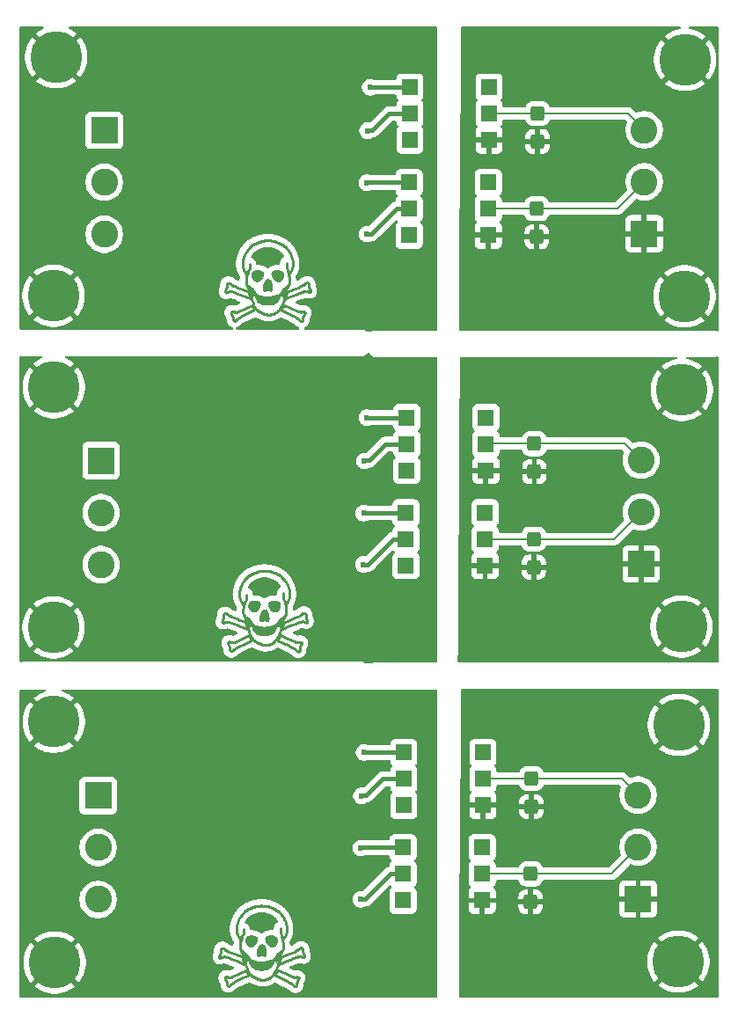
<source format=gbr>
%TF.GenerationSoftware,KiCad,Pcbnew,9.0.0-9.0.0-2~ubuntu22.04.1*%
%TF.CreationDate,2025-03-13T08:20:23+01:00*%
%TF.ProjectId,detec_power,64657465-635f-4706-9f77-65722e6b6963,rev?*%
%TF.SameCoordinates,Original*%
%TF.FileFunction,Copper,L1,Top*%
%TF.FilePolarity,Positive*%
%FSLAX46Y46*%
G04 Gerber Fmt 4.6, Leading zero omitted, Abs format (unit mm)*
G04 Created by KiCad (PCBNEW 9.0.0-9.0.0-2~ubuntu22.04.1) date 2025-03-13 08:20:23*
%MOMM*%
%LPD*%
G01*
G04 APERTURE LIST*
G04 Aperture macros list*
%AMRoundRect*
0 Rectangle with rounded corners*
0 $1 Rounding radius*
0 $2 $3 $4 $5 $6 $7 $8 $9 X,Y pos of 4 corners*
0 Add a 4 corners polygon primitive as box body*
4,1,4,$2,$3,$4,$5,$6,$7,$8,$9,$2,$3,0*
0 Add four circle primitives for the rounded corners*
1,1,$1+$1,$2,$3*
1,1,$1+$1,$4,$5*
1,1,$1+$1,$6,$7*
1,1,$1+$1,$8,$9*
0 Add four rect primitives between the rounded corners*
20,1,$1+$1,$2,$3,$4,$5,0*
20,1,$1+$1,$4,$5,$6,$7,0*
20,1,$1+$1,$6,$7,$8,$9,0*
20,1,$1+$1,$8,$9,$2,$3,0*%
G04 Aperture macros list end*
%TA.AperFunction,EtchedComponent*%
%ADD10C,0.253998*%
%TD*%
%TA.AperFunction,EtchedComponent*%
%ADD11C,0.263102*%
%TD*%
%TA.AperFunction,EtchedComponent*%
%ADD12C,0.254000*%
%TD*%
%TA.AperFunction,EtchedComponent*%
%ADD13C,0.000000*%
%TD*%
%TA.AperFunction,SMDPad,CuDef*%
%ADD14RoundRect,0.250000X-0.425000X0.450000X-0.425000X-0.450000X0.425000X-0.450000X0.425000X0.450000X0*%
%TD*%
%TA.AperFunction,ComponentPad*%
%ADD15R,2.600000X2.600000*%
%TD*%
%TA.AperFunction,ComponentPad*%
%ADD16C,2.600000*%
%TD*%
%TA.AperFunction,ComponentPad*%
%ADD17C,5.000000*%
%TD*%
%TA.AperFunction,SMDPad,CuDef*%
%ADD18R,1.600000X1.600000*%
%TD*%
%TA.AperFunction,ViaPad*%
%ADD19C,0.600000*%
%TD*%
%TA.AperFunction,Conductor*%
%ADD20C,0.200000*%
%TD*%
%TA.AperFunction,Conductor*%
%ADD21C,0.400000*%
%TD*%
G04 APERTURE END LIST*
D10*
%TO.C,REF\u002A\u002A*%
X138155562Y-64713650D02*
X138156300Y-64735819D01*
X138156300Y-64735819D02*
X138158766Y-64754672D01*
X138157034Y-64686882D02*
X138155562Y-64713650D01*
X138158766Y-64754672D02*
X138162906Y-64770398D01*
X138160889Y-64660001D02*
X138157034Y-64686882D01*
X138162906Y-64770398D02*
X138168669Y-64783188D01*
X138166816Y-64632957D02*
X138160889Y-64660001D01*
X138168669Y-64783188D02*
X138172141Y-64788540D01*
X138172141Y-64788540D02*
X138175999Y-64793229D01*
X138174502Y-64605699D02*
X138166816Y-64632957D01*
X138175999Y-64793229D02*
X138180236Y-64797278D01*
X138180236Y-64797278D02*
X138184845Y-64800711D01*
X138183636Y-64578174D02*
X138174502Y-64605699D01*
X138184845Y-64800711D02*
X138195152Y-64805824D01*
X138193905Y-64550332D02*
X138183636Y-64578174D01*
X138195152Y-64805824D02*
X138206868Y-64808756D01*
X138206868Y-64808756D02*
X138219938Y-64809696D01*
X138216599Y-64493491D02*
X138193905Y-64550332D01*
X138219938Y-64809696D02*
X138234310Y-64808833D01*
X138234310Y-64808833D02*
X138249931Y-64806358D01*
X138240088Y-64434765D02*
X138216599Y-64493491D01*
X138249931Y-64806358D02*
X138266746Y-64802458D01*
X138251350Y-64404568D02*
X138240088Y-64434765D01*
X138261874Y-64373745D02*
X138251350Y-64404568D01*
X138266746Y-64802458D02*
X138303749Y-64791143D01*
X138271348Y-64342246D02*
X138261874Y-64373745D01*
X138279461Y-64310020D02*
X138271348Y-64342246D01*
X138285899Y-64277014D02*
X138279461Y-64310020D01*
X138290350Y-64243179D02*
X138285899Y-64277014D01*
X138291120Y-64049809D02*
X138291570Y-64072314D01*
X138291470Y-64028756D02*
X138291120Y-64049809D01*
X138291570Y-64072314D02*
X138293391Y-64122061D01*
X138291811Y-64226309D02*
X138290350Y-64243179D01*
X138292061Y-64018744D02*
X138291470Y-64028756D01*
X138292871Y-64209957D02*
X138291811Y-64226309D01*
X138292991Y-64009059D02*
X138292061Y-64018744D01*
X138293391Y-64122061D02*
X138294021Y-64149494D01*
X138293971Y-64178761D02*
X138292871Y-64209957D01*
X138294021Y-64149494D02*
X138293971Y-64178761D01*
X138294306Y-63999689D02*
X138292991Y-64009059D01*
X138296052Y-63990621D02*
X138294306Y-63999689D01*
X138298276Y-63981845D02*
X138296052Y-63990621D01*
X138301023Y-63973349D02*
X138298276Y-63981845D01*
X138303749Y-64791143D02*
X138344892Y-64776400D01*
X138304341Y-63965119D02*
X138301023Y-63973349D01*
X138308275Y-63957145D02*
X138304341Y-63965119D01*
X138312872Y-63949414D02*
X138308275Y-63957145D01*
X138318178Y-63941914D02*
X138312872Y-63949414D01*
X138324239Y-63934634D02*
X138318178Y-63941914D01*
X138331101Y-63927561D02*
X138324239Y-63934634D01*
X138338811Y-63920684D02*
X138331101Y-63927561D01*
X138344892Y-64776400D02*
X138389748Y-64759744D01*
X138347415Y-63913990D02*
X138338811Y-63920684D01*
X138356960Y-63907468D02*
X138347415Y-63913990D01*
X138367491Y-63901105D02*
X138356960Y-63907468D01*
X138382456Y-63893550D02*
X138367491Y-63901105D01*
X138389748Y-64759744D02*
X138437892Y-64742687D01*
X138397521Y-63887805D02*
X138382456Y-63893550D01*
X138412673Y-63883782D02*
X138397521Y-63887805D01*
X138427898Y-63881389D02*
X138412673Y-63883782D01*
X138437892Y-64742687D02*
X138488896Y-64726741D01*
X138443183Y-63880537D02*
X138427898Y-63881389D01*
X138458516Y-63881134D02*
X138443183Y-63880537D01*
X138473884Y-63883091D02*
X138458516Y-63881134D01*
X138488896Y-64726741D02*
X138515337Y-64719659D01*
X138489272Y-63886317D02*
X138473884Y-63883091D01*
X138504669Y-63890723D02*
X138489272Y-63886317D01*
X138515337Y-64719659D02*
X138542334Y-64713421D01*
X138520061Y-63896217D02*
X138504669Y-63890723D01*
X138535434Y-63902709D02*
X138520061Y-63896217D01*
X138542334Y-64713421D02*
X138569832Y-64708218D01*
X138550777Y-63910110D02*
X138535434Y-63902709D01*
X138566076Y-63918328D02*
X138550777Y-63910110D01*
X138569832Y-64708218D02*
X138597779Y-64704239D01*
X138581318Y-63927274D02*
X138566076Y-63918328D01*
X138597779Y-64704239D02*
X138626121Y-64701673D01*
X138611579Y-63946987D02*
X138581318Y-63927274D01*
X138626121Y-64701673D02*
X138654805Y-64700709D01*
X138641455Y-63968526D02*
X138611579Y-63946987D01*
X138654805Y-64700709D02*
X138683778Y-64701536D01*
X138670841Y-63991168D02*
X138641455Y-63968526D01*
X138683778Y-64701536D02*
X138712986Y-64704343D01*
X138707326Y-66745891D02*
X138708406Y-66760546D01*
X138707350Y-66731718D02*
X138707326Y-66745891D01*
X138708406Y-66760546D02*
X138710521Y-66775643D01*
X138708548Y-66718067D02*
X138707350Y-66731718D01*
X138710521Y-66775643D02*
X138713601Y-66791142D01*
X138710990Y-66704981D02*
X138708548Y-66718067D01*
X138712986Y-64704343D02*
X138742375Y-64709319D01*
X138713601Y-66791142D02*
X138717576Y-66807001D01*
X138714746Y-66692497D02*
X138710990Y-66704981D01*
X138717576Y-66807001D02*
X138727933Y-66839640D01*
X138719885Y-66680659D02*
X138714746Y-66692497D01*
X138726477Y-66669504D02*
X138719885Y-66680659D01*
X138727729Y-64036873D02*
X138670841Y-63991168D01*
X138727933Y-66839640D02*
X138741034Y-66873237D01*
X138734592Y-66659075D02*
X138726477Y-66669504D01*
X138741034Y-66873237D02*
X138756321Y-66907469D01*
X138742375Y-64709319D02*
X138771894Y-64716654D01*
X138744300Y-66649412D02*
X138734592Y-66659075D01*
X138755022Y-64058492D02*
X138727729Y-64036873D01*
X138755290Y-66641118D02*
X138744300Y-66649412D01*
X138756321Y-66907469D02*
X138773236Y-66942010D01*
X138767186Y-66634680D02*
X138755290Y-66641118D01*
X138771894Y-64716654D02*
X139012718Y-64793267D01*
X138773236Y-66942010D02*
X138809722Y-67010727D01*
X138779957Y-66629966D02*
X138767186Y-66634680D01*
X138781407Y-64078323D02*
X138755022Y-64058492D01*
X138793574Y-66626840D02*
X138779957Y-66629966D01*
X138806782Y-64095646D02*
X138781407Y-64078323D01*
X138808005Y-66625171D02*
X138793574Y-66626840D01*
X138809722Y-67010727D02*
X138846026Y-67076798D01*
X138819057Y-64103141D02*
X138806782Y-64095646D01*
X138823221Y-66624824D02*
X138808005Y-66625171D01*
X138831040Y-64109737D02*
X138819057Y-64103141D01*
X138846026Y-67076798D02*
X138862716Y-67108032D01*
X138855887Y-66627564D02*
X138823221Y-66624824D01*
X138862716Y-67108032D02*
X138877688Y-67137633D01*
X138877688Y-67137633D02*
X138884412Y-67152616D01*
X138884412Y-67152616D02*
X138890123Y-67167652D01*
X138890123Y-67167652D02*
X138894903Y-67182716D01*
X138891331Y-66633991D02*
X138855887Y-66627564D01*
X138894903Y-67182716D02*
X138898835Y-67197786D01*
X138898835Y-67197786D02*
X138904490Y-67227849D01*
X138904490Y-67227849D02*
X138907753Y-67257658D01*
X138907753Y-67257658D02*
X138909291Y-67287027D01*
X138909291Y-67287027D02*
X138909770Y-67315773D01*
X138909770Y-67315773D02*
X138910211Y-67370654D01*
X138910211Y-67370654D02*
X138911505Y-67396420D01*
X138911505Y-67396420D02*
X138914403Y-67420825D01*
X138914403Y-67420825D02*
X138916661Y-67432459D01*
X138916661Y-67432459D02*
X138919570Y-67443683D01*
X138919570Y-67443683D02*
X138923213Y-67454474D01*
X138923213Y-67454474D02*
X138927673Y-67464810D01*
X138927673Y-67464810D02*
X138933033Y-67474667D01*
X138929312Y-66643038D02*
X138891331Y-66633991D01*
X138932599Y-64160068D02*
X138831040Y-64109737D01*
X138933033Y-67474667D02*
X138939376Y-67484021D01*
X138939376Y-67484021D02*
X138946786Y-67492851D01*
X138946786Y-67492851D02*
X138955347Y-67501132D01*
X138955347Y-67501132D02*
X138965140Y-67508843D01*
X138965140Y-67508843D02*
X138976250Y-67515959D01*
X138976250Y-67515959D02*
X138988759Y-67522457D01*
X138988759Y-67522457D02*
X139002751Y-67528316D01*
X139002751Y-67528316D02*
X139016129Y-67532661D01*
X139011925Y-66664721D02*
X138929312Y-66643038D01*
X139012718Y-64793267D02*
X139291146Y-64891834D01*
X139016129Y-67532661D02*
X139028920Y-67535464D01*
X139028920Y-67535464D02*
X139041215Y-67536775D01*
X139041215Y-67536775D02*
X139053106Y-67536648D01*
X139045007Y-64212040D02*
X138932599Y-64160068D01*
X139053106Y-67536648D02*
X139064684Y-67535133D01*
X139056074Y-66675220D02*
X139011925Y-66664721D01*
X139064684Y-67535133D02*
X139076041Y-67532284D01*
X139076041Y-67532284D02*
X139087269Y-67528153D01*
X139087269Y-67528153D02*
X139098459Y-67522791D01*
X139098459Y-67522791D02*
X139109703Y-67516251D01*
X139101797Y-66684068D02*
X139056074Y-66675220D01*
X139109703Y-67516251D02*
X139121093Y-67508585D01*
X139121093Y-67508585D02*
X139132720Y-67499845D01*
X139132720Y-67499845D02*
X139144675Y-67490083D01*
X139144675Y-67490083D02*
X139169939Y-67467701D01*
X139148854Y-66690196D02*
X139101797Y-66684068D01*
X139169939Y-67467701D02*
X139197618Y-67441858D01*
X139172808Y-66691906D02*
X139148854Y-66690196D01*
X139197004Y-66692535D02*
X139172808Y-66691906D01*
X139197618Y-67441858D02*
X139228444Y-67412970D01*
X139221413Y-66691951D02*
X139197004Y-66692535D01*
X139228444Y-67412970D02*
X139263151Y-67381454D01*
X139246006Y-66690019D02*
X139221413Y-66691951D01*
X139263151Y-67381454D02*
X139302472Y-67347727D01*
X139270751Y-66686607D02*
X139246006Y-66690019D01*
X139291146Y-64891834D02*
X139585690Y-65002440D01*
X139292769Y-64318207D02*
X139045007Y-64212040D01*
X139295618Y-66681580D02*
X139270751Y-66686607D01*
X139302472Y-67347727D02*
X139324091Y-67330165D01*
X139320579Y-66674805D02*
X139295618Y-66681580D01*
X139324091Y-67330165D02*
X139347139Y-67312206D01*
X139345601Y-66666148D02*
X139320579Y-66674805D01*
X139347139Y-67312206D02*
X139371707Y-67293903D01*
X139370657Y-66655477D02*
X139345601Y-66666148D01*
X139371707Y-67293903D02*
X139397886Y-67275308D01*
X139395714Y-66642657D02*
X139370657Y-66655477D01*
X139397886Y-67275308D02*
X139425769Y-67256473D01*
X139425769Y-67256473D02*
X139455446Y-67237451D01*
X139455446Y-67237451D02*
X139487010Y-67218292D01*
X139487010Y-67218292D02*
X139520552Y-67199050D01*
X139520552Y-67199050D02*
X139556163Y-67179777D01*
X139555115Y-64422844D02*
X139292769Y-64318207D01*
X139556163Y-67179777D02*
X139593936Y-67160524D01*
X139585690Y-65002440D02*
X139874864Y-65115170D01*
X139593936Y-67160524D02*
X140466195Y-66736130D01*
X139800891Y-62069714D02*
X139803398Y-61964642D01*
X139803398Y-61964642D02*
X139813834Y-61853692D01*
X139806543Y-62167781D02*
X139800891Y-62069714D01*
X139812029Y-62214154D02*
X139806543Y-62167781D01*
X139812838Y-64520555D02*
X139555115Y-64422844D01*
X139813834Y-61853692D02*
X139831969Y-61737991D01*
X139818632Y-62259114D02*
X139812029Y-62214154D01*
X139826285Y-62302705D02*
X139818632Y-62259114D01*
X139831969Y-61737991D02*
X139857574Y-61618662D01*
X139834923Y-62344972D02*
X139826285Y-62302705D01*
X139844481Y-62385962D02*
X139834923Y-62344972D01*
X139854892Y-62425719D02*
X139844481Y-62385962D01*
X139857574Y-61618662D02*
X139890417Y-61496834D01*
X139866091Y-62464289D02*
X139854892Y-62425719D01*
X139874864Y-65115170D02*
X140548115Y-65389024D01*
X139878011Y-62501718D02*
X139866091Y-62464289D01*
X139890417Y-61496834D02*
X139930271Y-61373630D01*
X139903753Y-62573330D02*
X139878011Y-62501718D01*
X139930271Y-61373630D02*
X139976904Y-61250178D01*
X139931591Y-62640920D02*
X139903753Y-62573330D01*
X139960999Y-62704849D02*
X139931591Y-62640920D01*
X139976904Y-61250178D02*
X140030087Y-61127603D01*
X139991450Y-62765480D02*
X139960999Y-62704849D01*
X140022417Y-62823176D02*
X139991450Y-62765480D01*
X140030087Y-61127603D02*
X140089590Y-61007030D01*
X140053374Y-62878300D02*
X140022417Y-62823176D01*
X140089590Y-61007030D02*
X140155182Y-60889586D01*
X140113147Y-62982281D02*
X140053374Y-62878300D01*
X140140911Y-63031864D02*
X140113147Y-62982281D01*
X140155182Y-60889586D02*
X140226635Y-60776397D01*
D11*
X140163430Y-63637467D02*
X140166872Y-63551155D01*
X140164953Y-63721381D02*
X140163430Y-63637467D01*
D10*
X140166557Y-63080326D02*
X140140911Y-63031864D01*
D11*
X140166872Y-63551155D02*
X140175489Y-63462491D01*
X140171235Y-63802853D02*
X140164953Y-63721381D01*
X140175489Y-63462491D02*
X140189486Y-63371522D01*
X140182067Y-63881836D02*
X140171235Y-63802853D01*
X140189486Y-63371522D02*
X140209073Y-63278293D01*
D10*
X140189558Y-63128029D02*
X140166557Y-63080326D01*
D11*
X140197242Y-63958284D02*
X140182067Y-63881836D01*
X140209073Y-63278293D02*
X140234456Y-63182850D01*
D10*
X140209387Y-63175336D02*
X140189558Y-63128029D01*
X140226635Y-60776397D02*
X140303718Y-60668588D01*
D11*
X140234456Y-63182850D02*
X140265844Y-63085238D01*
D10*
X140237574Y-64673616D02*
X139812838Y-64520555D01*
D11*
X140239789Y-64103394D02*
X140216551Y-64032152D01*
X140265844Y-63085238D02*
X140303444Y-62985504D01*
X140266745Y-64171964D02*
X140216551Y-64032152D01*
D10*
X140274342Y-62835996D02*
X140053374Y-62878300D01*
D11*
X140297214Y-64237817D02*
X140266745Y-64171964D01*
X140303444Y-62985504D02*
X140316185Y-62952884D01*
D10*
X140303718Y-60668588D02*
X140386201Y-60567285D01*
D11*
X140316185Y-62952884D02*
X140327290Y-62922080D01*
X140327290Y-62922080D02*
X140336833Y-62892960D01*
X140330987Y-64300906D02*
X140297214Y-64237817D01*
X140336833Y-62892960D02*
X140344887Y-62865390D01*
X140344887Y-62865390D02*
X140351525Y-62839238D01*
X140351525Y-62839238D02*
X140356822Y-62814370D01*
X140356576Y-64342734D02*
X140330987Y-64300906D01*
X140356822Y-62814370D02*
X140360850Y-62790654D01*
X140360850Y-62790654D02*
X140363684Y-62767956D01*
X140363684Y-62767956D02*
X140365396Y-62746143D01*
D12*
X140365396Y-62746143D02*
X140496392Y-62503650D01*
D11*
X140380690Y-64377307D02*
X140356576Y-64342734D01*
D10*
X140386201Y-60567285D02*
X140473855Y-60473614D01*
D11*
X140390016Y-64227136D02*
X140309131Y-64152058D01*
X140403420Y-64406223D02*
X140380690Y-64377307D01*
D10*
X140413302Y-64734229D02*
X140237574Y-64673616D01*
X140424857Y-64431077D02*
X140325438Y-64703923D01*
D11*
X140424857Y-64431077D02*
X140403420Y-64406223D01*
X140436328Y-64267461D02*
X140390016Y-64227136D01*
X140464218Y-64474988D02*
X140424857Y-64431077D01*
D10*
X140466195Y-66736130D02*
X140963599Y-66497077D01*
X140473855Y-60473614D02*
X140566448Y-60388701D01*
D11*
X140482324Y-64497238D02*
X140464218Y-64474988D01*
X140485964Y-64308436D02*
X140436328Y-64267461D01*
D12*
X140496392Y-62503650D02*
X140486392Y-62063650D01*
D11*
X140499503Y-64521814D02*
X140482324Y-64497238D01*
X140515845Y-64550313D02*
X140499503Y-64521814D01*
X140531443Y-64584330D02*
X140515845Y-64550313D01*
X140538485Y-64349154D02*
X140485964Y-64308436D01*
X140546387Y-64625464D02*
X140531443Y-64584330D01*
D10*
X140548115Y-65389024D02*
X140413302Y-64734229D01*
D11*
X140560768Y-64675310D02*
X140546387Y-64625464D01*
D10*
X140566448Y-60388701D02*
X140635321Y-60333356D01*
D11*
X140574678Y-64735465D02*
X140560768Y-64675310D01*
X140588209Y-64807526D02*
X140574678Y-64735465D01*
X140593451Y-64388708D02*
X140538485Y-64349154D01*
X140601451Y-64893091D02*
X140588209Y-64807526D01*
X140626544Y-65081282D02*
X140614495Y-64993754D01*
D10*
X140635321Y-60333356D02*
X140710399Y-60278430D01*
D11*
X140642588Y-65175641D02*
X140626544Y-65081282D01*
X140650419Y-64426194D02*
X140593451Y-64388708D01*
X140662423Y-65275492D02*
X140642588Y-65175641D01*
X140685845Y-65379495D02*
X140662423Y-65275492D01*
X140708951Y-64460704D02*
X140650419Y-64426194D01*
D10*
X140710399Y-60278430D02*
X140791366Y-60224356D01*
D11*
X140712650Y-65486309D02*
X140685845Y-65379495D01*
X140727769Y-64472411D02*
X140708951Y-64460704D01*
X140742635Y-65594595D02*
X140712650Y-65486309D01*
X140746512Y-64486554D02*
X140727769Y-64472411D01*
X140765146Y-64502928D02*
X140746512Y-64486554D01*
D10*
X140774839Y-66004547D02*
X139395714Y-66642657D01*
D11*
X140775595Y-65703012D02*
X140742635Y-65594595D01*
X140783635Y-64521329D02*
X140765146Y-64502928D01*
D10*
X140791366Y-60224356D02*
X140877902Y-60171567D01*
D11*
X140801944Y-64541550D02*
X140783635Y-64521329D01*
X140811327Y-65810221D02*
X140775595Y-65703012D01*
X140820039Y-64563388D02*
X140801944Y-64541550D01*
X140849627Y-65914882D02*
X140811327Y-65810221D01*
X140855445Y-64611094D02*
X140820039Y-64563388D01*
D10*
X140877902Y-60171567D02*
X140969690Y-60120495D01*
D11*
X140889574Y-64662808D02*
X140855445Y-64611094D01*
X140890291Y-66015654D02*
X140849627Y-65914882D01*
X140922147Y-64716890D02*
X140889574Y-64662808D01*
X140933115Y-66111197D02*
X140890291Y-66015654D01*
X140952883Y-64771702D02*
X140922147Y-64716890D01*
D10*
X140963599Y-66497077D02*
X140774839Y-66004547D01*
X140969690Y-60120495D02*
X141066412Y-60071571D01*
D11*
X140977895Y-66200173D02*
X140933115Y-66111197D01*
X140981504Y-64825605D02*
X140952883Y-64771702D01*
X141024428Y-66281239D02*
X140977895Y-66200173D01*
D10*
X141066412Y-60071571D02*
X141167748Y-60025229D01*
D11*
X141069243Y-64999350D02*
X140981504Y-64825605D01*
X141072509Y-66353058D02*
X141024428Y-66281239D01*
X141083095Y-65024125D02*
X141069243Y-64999350D01*
X141093154Y-65038158D02*
X141083095Y-65024125D01*
X141096674Y-65040634D02*
X141093154Y-65038158D01*
X141099141Y-65039809D02*
X141096674Y-65040634D01*
X141121935Y-66414288D02*
X141072509Y-66353058D01*
X141147088Y-66440513D02*
X141121935Y-66414288D01*
D10*
X141167748Y-60025229D02*
X141273382Y-59981902D01*
D11*
X141172501Y-66463589D02*
X141147088Y-66440513D01*
X141239188Y-66516937D02*
X141172501Y-66463589D01*
D10*
X141273382Y-59981902D02*
X141382993Y-59942021D01*
D11*
X141307584Y-66566655D02*
X141239188Y-66516937D01*
X141377339Y-66612839D02*
X141307584Y-66566655D01*
D10*
X141382993Y-59942021D02*
X141496266Y-59906018D01*
D11*
X141448102Y-66655587D02*
X141377339Y-66612839D01*
D10*
X141496266Y-59906018D02*
X141612880Y-59874327D01*
D11*
X141519523Y-66694994D02*
X141448102Y-66655587D01*
X141591254Y-66731158D02*
X141519523Y-66694994D01*
D10*
X141612880Y-59874327D02*
X141732518Y-59847380D01*
D11*
X141662943Y-66764175D02*
X141591254Y-66731158D01*
D10*
X141732518Y-59847380D02*
X141854861Y-59825609D01*
D11*
X141734242Y-66794141D02*
X141662943Y-66764175D01*
X141804800Y-66821154D02*
X141734242Y-66794141D01*
D10*
X141854861Y-59825609D02*
X141979592Y-59809446D01*
D11*
X141874267Y-66845309D02*
X141804800Y-66821154D01*
X141942294Y-66866704D02*
X141874267Y-66845309D01*
D10*
X141979592Y-59809446D02*
X142106392Y-59799324D01*
D11*
X142008530Y-66885434D02*
X141942294Y-66866704D01*
X142072625Y-66901597D02*
X142008530Y-66885434D01*
D10*
X142106392Y-59799324D02*
X142234942Y-59795675D01*
D11*
X142134231Y-66915290D02*
X142072625Y-66901597D01*
X142192996Y-66926608D02*
X142134231Y-66915290D01*
X142230163Y-66935711D02*
X142347240Y-66935148D01*
X142248572Y-66935648D02*
X142192996Y-66926608D01*
X142347240Y-66935148D02*
X142410272Y-66932134D01*
D10*
X142357174Y-59799197D02*
X142228624Y-59795548D01*
D11*
X142410272Y-66932134D02*
X142475760Y-66926575D01*
X142475760Y-66926575D02*
X142543300Y-66917927D01*
D10*
X142483974Y-59809319D02*
X142357174Y-59799197D01*
D11*
X142543300Y-66917927D02*
X142612490Y-66905648D01*
D10*
X142608705Y-59825482D02*
X142483974Y-59809319D01*
D11*
X142612490Y-66905648D02*
X142682925Y-66889194D01*
X142682925Y-66889194D02*
X142754201Y-66868023D01*
D10*
X142731048Y-59847253D02*
X142608705Y-59825482D01*
D11*
X142754201Y-66868023D02*
X142825914Y-66841590D01*
X142825914Y-66841590D02*
X142897661Y-66809355D01*
D10*
X142850686Y-59874200D02*
X142731048Y-59847253D01*
D11*
X142897661Y-66809355D02*
X142933421Y-66790891D01*
X142933421Y-66790891D02*
X142969038Y-66770772D01*
D10*
X142967300Y-59905891D02*
X142850686Y-59874200D01*
D11*
X142969038Y-66770772D02*
X143004462Y-66748931D01*
X143004462Y-66748931D02*
X143039641Y-66725300D01*
X143039641Y-66725300D02*
X143074526Y-66699810D01*
X143074526Y-66699810D02*
X143109066Y-66672395D01*
D10*
X143080572Y-59941894D02*
X142967300Y-59905891D01*
D11*
X143109066Y-66672395D02*
X143143210Y-66642985D01*
X143143210Y-66642985D02*
X143176909Y-66611514D01*
X143176909Y-66611514D02*
X143210111Y-66577913D01*
D10*
X143190184Y-59981775D02*
X143080572Y-59941894D01*
D11*
X143210111Y-66577913D02*
X143242767Y-66542114D01*
X143242767Y-66542114D02*
X143274824Y-66504050D01*
X143274824Y-66504050D02*
X143306235Y-66463653D01*
D10*
X143295817Y-60025102D02*
X143190184Y-59981775D01*
D11*
X143306235Y-66463653D02*
X143385035Y-66353459D01*
X143385035Y-66353459D02*
X143428741Y-66287999D01*
D10*
X143397154Y-60071444D02*
X143295817Y-60025102D01*
D11*
X143428741Y-66287999D02*
X143474235Y-66216139D01*
X143474235Y-66216139D02*
X143520706Y-66138263D01*
D10*
X143482847Y-66476158D02*
X143784913Y-66012071D01*
X143493875Y-60120367D02*
X143397154Y-60071444D01*
D11*
X143520706Y-66138263D02*
X143567343Y-66054753D01*
X143560441Y-64787621D02*
X143580987Y-64731790D01*
X143567343Y-66054753D02*
X143613332Y-65965989D01*
X143580987Y-64731790D02*
X143604029Y-64676756D01*
D10*
X143585663Y-60171440D02*
X143493875Y-60120367D01*
D11*
X143604029Y-64676756D02*
X143629619Y-64624189D01*
X143613332Y-65965989D02*
X143657864Y-65872355D01*
X143629619Y-64624189D02*
X143643385Y-64599354D01*
X143643385Y-64599354D02*
X143657808Y-64575762D01*
X143657808Y-64575762D02*
X143672893Y-64553624D01*
X143657864Y-65872355D02*
X143700127Y-65774234D01*
D10*
X143672200Y-60224229D02*
X143585663Y-60171440D01*
D11*
X143672893Y-64553624D02*
X143688648Y-64533147D01*
X143688648Y-64533147D02*
X143705077Y-64514541D01*
X143700127Y-65774234D02*
X143739308Y-65672006D01*
X143705077Y-64514541D02*
X143722188Y-64498015D01*
X143722188Y-64498015D02*
X143739988Y-64483778D01*
X143739308Y-65672006D02*
X143774596Y-65566054D01*
X143739988Y-64483778D02*
X143758481Y-64472038D01*
D10*
X143753167Y-60278303D02*
X143672200Y-60224229D01*
D11*
X143758481Y-64472038D02*
X143816633Y-64437782D01*
X143774596Y-65566054D02*
X143805180Y-65456761D01*
D10*
X143784913Y-66012071D02*
X144449000Y-66299044D01*
D11*
X143805180Y-65456761D02*
X143830248Y-65344509D01*
X143816633Y-64437782D02*
X143872527Y-64401013D01*
D10*
X143828245Y-60333229D02*
X143753167Y-60278303D01*
D11*
X143830248Y-65344509D02*
X143840460Y-65287392D01*
X143840460Y-65287392D02*
X143848989Y-65229679D01*
X143848989Y-65229679D02*
X143855733Y-65171417D01*
X143855733Y-65171417D02*
X143860590Y-65112655D01*
X143860590Y-65112655D02*
X143863460Y-65053439D01*
X143863460Y-65053439D02*
X143864241Y-64993817D01*
X143865450Y-64892254D02*
X143870010Y-64805552D01*
X143870010Y-64805552D02*
X143877674Y-64732150D01*
X143872527Y-64401013D02*
X143925823Y-64362571D01*
X143877674Y-64732150D02*
X143888196Y-64670488D01*
X143888196Y-64670488D02*
X143894451Y-64643573D01*
X143894451Y-64643573D02*
X143901329Y-64619007D01*
D10*
X143897118Y-60388575D02*
X143828245Y-60333229D01*
D11*
X143908799Y-64596597D02*
X143916829Y-64576146D01*
X143916829Y-64576146D02*
X143934447Y-64540345D01*
X143925823Y-64362571D02*
X143976180Y-64323297D01*
X143934447Y-64540345D02*
X143953939Y-64510043D01*
D10*
X143939007Y-65404317D02*
X144040644Y-64788299D01*
D11*
X143953939Y-64510043D02*
X143975057Y-64483681D01*
X143975057Y-64483681D02*
X143997556Y-64459698D01*
D10*
X143975057Y-64483681D02*
X144074476Y-64756527D01*
D11*
X143976180Y-64323297D02*
X144023255Y-64284031D01*
D10*
X143989712Y-60473488D02*
X143897118Y-60388575D01*
D11*
X143997556Y-64459698D02*
X144045710Y-64412629D01*
D10*
X144001408Y-66723722D02*
X143482847Y-66476158D01*
D11*
X144023255Y-64284031D02*
X144066707Y-64245613D01*
D12*
X144031924Y-62412142D02*
X144041924Y-61972142D01*
D10*
X144040644Y-64788299D02*
X144630475Y-64537811D01*
D11*
X144045710Y-64412629D02*
X144070873Y-64386423D01*
X144066707Y-64245613D02*
X144106196Y-64208882D01*
X144070873Y-64386423D02*
X144096431Y-64356355D01*
D10*
X144077365Y-60567159D02*
X143989712Y-60473488D01*
D11*
X144096431Y-64356355D02*
X144122139Y-64320866D01*
X144106196Y-64208882D02*
X144141379Y-64174680D01*
X144122139Y-64320866D02*
X144147750Y-64278395D01*
X144141379Y-64174680D02*
X144197464Y-64117220D01*
X144147750Y-64278395D02*
X144191745Y-64196085D01*
D10*
X144148402Y-65312522D02*
X143939007Y-65404317D01*
X144159848Y-60668461D02*
X144077365Y-60567159D01*
D12*
X144162920Y-62654635D02*
X144031924Y-62412142D01*
D11*
X144165204Y-62687745D02*
X144162920Y-62654635D01*
X144169592Y-62724588D02*
X144165204Y-62687745D01*
X144176200Y-62766555D02*
X144169592Y-62724588D01*
X144185144Y-62815038D02*
X144176200Y-62766555D01*
D10*
X144185908Y-62742498D02*
X144406876Y-62784802D01*
D11*
X144191745Y-64196085D02*
X144229484Y-64120350D01*
X144197464Y-64117220D02*
X144232232Y-64079953D01*
X144210506Y-62937116D02*
X144185144Y-62815038D01*
X144229484Y-64120350D02*
X144261163Y-64049738D01*
X144232232Y-64079953D02*
X144242950Y-64069599D01*
D10*
X144236931Y-60776270D02*
X144159848Y-60668461D01*
D11*
X144242950Y-64069599D02*
X144226889Y-64092881D01*
D10*
X144254178Y-63175208D02*
X144274008Y-63127902D01*
D11*
X144261163Y-64049738D02*
X144286978Y-63982796D01*
X144265597Y-63195727D02*
X144210506Y-62937116D01*
D10*
X144274008Y-63127902D02*
X144297010Y-63080199D01*
D11*
X144286978Y-63982796D02*
X144297747Y-63950248D01*
X144287671Y-63305846D02*
X144265597Y-63195727D01*
D10*
X144297010Y-63080199D02*
X144322656Y-63031737D01*
D11*
X144297747Y-63950248D02*
X144307123Y-63918073D01*
X144305836Y-63405112D02*
X144287671Y-63305846D01*
X144307123Y-63918073D02*
X144315131Y-63886089D01*
D10*
X144308383Y-60889460D02*
X144236931Y-60776270D01*
D11*
X144315131Y-63886089D02*
X144321795Y-63854115D01*
X144319897Y-63494977D02*
X144305836Y-63405112D01*
X144321795Y-63854115D02*
X144327139Y-63821969D01*
D10*
X144322656Y-63031737D02*
X144350419Y-62982154D01*
D11*
X144327139Y-63821969D02*
X144331188Y-63789471D01*
X144329659Y-63576892D02*
X144319897Y-63494977D01*
X144331188Y-63789471D02*
X144333967Y-63756437D01*
X144333967Y-63756437D02*
X144335500Y-63722687D01*
X144334925Y-63652312D02*
X144329659Y-63576892D01*
X144335500Y-63722687D02*
X144335811Y-63688039D01*
X144335811Y-63688039D02*
X144334925Y-63652312D01*
D10*
X144350419Y-62982154D02*
X144410193Y-62878173D01*
X144373976Y-61006904D02*
X144308383Y-60889460D01*
X144410193Y-62878173D02*
X144441149Y-62823049D01*
X144433479Y-61127476D02*
X144373976Y-61006904D01*
X144441149Y-62823049D02*
X144472117Y-62765353D01*
X144449000Y-66299044D02*
X145133590Y-66598208D01*
X144461813Y-66949049D02*
X144001408Y-66723722D01*
X144472117Y-62765353D02*
X144502567Y-62704722D01*
X144486661Y-61250051D02*
X144433479Y-61127476D01*
X144502567Y-62704722D02*
X144531975Y-62640793D01*
X144531975Y-62640793D02*
X144559814Y-62573203D01*
X144533295Y-61373504D02*
X144486661Y-61250051D01*
X144559814Y-62573203D02*
X144585555Y-62501591D01*
X144573148Y-61496707D02*
X144533295Y-61373504D01*
X144585555Y-62501591D02*
X144597475Y-62464162D01*
X144597475Y-62464162D02*
X144608674Y-62425592D01*
X144605992Y-61618536D02*
X144573148Y-61496707D01*
X144608674Y-62425592D02*
X144619085Y-62385835D01*
X144619085Y-62385835D02*
X144628642Y-62344845D01*
X144628642Y-62344845D02*
X144637281Y-62302577D01*
X144630475Y-64537811D02*
X145145572Y-64314923D01*
X144631596Y-61737864D02*
X144605992Y-61618536D01*
X144637281Y-62302577D02*
X144644934Y-62258986D01*
X144644934Y-62258986D02*
X144651536Y-62214027D01*
X144649731Y-61853566D02*
X144631596Y-61737864D01*
X144651536Y-62214027D02*
X144657022Y-62167654D01*
X144652548Y-65100007D02*
X144148402Y-65312522D01*
X144657022Y-62167654D02*
X144660167Y-61964515D01*
X144660167Y-61964515D02*
X144649731Y-61853566D01*
X144687523Y-67062562D02*
X144461813Y-66949049D01*
X144889372Y-67167292D02*
X144687523Y-67062562D01*
X144926653Y-67187510D02*
X144889372Y-67167292D01*
X144957009Y-64977950D02*
X144652548Y-65100007D01*
X144961924Y-67207487D02*
X144926653Y-67187510D01*
X144995268Y-67227196D02*
X144961924Y-67207487D01*
X145026771Y-67246612D02*
X144995268Y-67227196D01*
X145056517Y-67265708D02*
X145026771Y-67246612D01*
X145084591Y-67284457D02*
X145056517Y-67265708D01*
X145111078Y-67302835D02*
X145084591Y-67284457D01*
X145133590Y-66598208D02*
X145158294Y-66611937D01*
X145136063Y-67320814D02*
X145111078Y-67302835D01*
X145145572Y-64314923D02*
X145393359Y-64205382D01*
X145158294Y-66611937D02*
X145183106Y-66623895D01*
X145159629Y-67338368D02*
X145136063Y-67320814D01*
X145181863Y-67355471D02*
X145159629Y-67338368D01*
X145183106Y-66623895D02*
X145207988Y-66634191D01*
X145207988Y-66634191D02*
X145232902Y-66642931D01*
X145222669Y-67388218D02*
X145181863Y-67355471D01*
X145232902Y-66642931D02*
X145257812Y-66650222D01*
X145257812Y-66650222D02*
X145282681Y-66656173D01*
X145259159Y-67418845D02*
X145222669Y-67388218D01*
X145265386Y-64861077D02*
X144957009Y-64977950D01*
X145282681Y-66656173D02*
X145332146Y-66664481D01*
X145292012Y-67447143D02*
X145259159Y-67418845D01*
X145321904Y-67472902D02*
X145292012Y-67447143D01*
X145332146Y-66664481D02*
X145381001Y-66668715D01*
X145349513Y-67495910D02*
X145321904Y-67472902D01*
X145375518Y-67515959D02*
X145349513Y-67495910D01*
X145381001Y-66668715D02*
X145428949Y-66669736D01*
X145388131Y-67524808D02*
X145375518Y-67515959D01*
X145393359Y-64205382D02*
X145609951Y-64107135D01*
X145400596Y-67532838D02*
X145388131Y-67524808D01*
X145412999Y-67540023D02*
X145400596Y-67532838D01*
X145425425Y-67546336D02*
X145412999Y-67540023D01*
X145428949Y-66669736D02*
X145475692Y-66668401D01*
X145437958Y-67551753D02*
X145425425Y-67546336D01*
X145450683Y-67556245D02*
X145437958Y-67551753D01*
X145463684Y-67559788D02*
X145450683Y-67556245D01*
X145475692Y-66668401D02*
X145520935Y-66665571D01*
X145477047Y-67562354D02*
X145463684Y-67559788D01*
X145490855Y-67563918D02*
X145477047Y-67562354D01*
X145505195Y-67564453D02*
X145490855Y-67563918D01*
X145520935Y-66665571D02*
X145605730Y-66658863D01*
X145521372Y-67563903D02*
X145505195Y-67564453D01*
X145536032Y-67562241D02*
X145521372Y-67563903D01*
X145549248Y-67559490D02*
X145536032Y-67562241D01*
X145554422Y-64761176D02*
X145265386Y-64861077D01*
X145561096Y-67555677D02*
X145549248Y-67559490D01*
X145571649Y-67550827D02*
X145561096Y-67555677D01*
X145580983Y-67544965D02*
X145571649Y-67550827D01*
X145589172Y-67538116D02*
X145580983Y-67544965D01*
X145596290Y-67530305D02*
X145589172Y-67538116D01*
X145602412Y-67521558D02*
X145596290Y-67530305D01*
X145605730Y-66658863D02*
X145644689Y-66656705D01*
X145607613Y-67511899D02*
X145602412Y-67521558D01*
X145609951Y-64107135D02*
X145622308Y-64100921D01*
X145611966Y-67501355D02*
X145607613Y-67511899D01*
X145615548Y-67489949D02*
X145611966Y-67501355D01*
X145620692Y-67464655D02*
X145615548Y-67489949D01*
X145622308Y-64100921D02*
X145635177Y-64093537D01*
X145623642Y-67436219D02*
X145620692Y-67464655D01*
X145624993Y-67404842D02*
X145623642Y-67436219D01*
X145625342Y-67370727D02*
X145624993Y-67404842D01*
X145625422Y-67295085D02*
X145625342Y-67370727D01*
X145626344Y-67253961D02*
X145625422Y-67295085D01*
X145628651Y-67210903D02*
X145626344Y-67253961D01*
X145632938Y-67166114D02*
X145628651Y-67210903D01*
X145635177Y-64093537D02*
X145662335Y-64075693D01*
X145639802Y-67119794D02*
X145632938Y-67166114D01*
X145643169Y-67104128D02*
X145639802Y-67119794D01*
X145644689Y-66656705D02*
X145680960Y-66656489D01*
X145647627Y-67088524D02*
X145643169Y-67104128D01*
X145653077Y-67072992D02*
X145647627Y-67088524D01*
X145659419Y-67057541D02*
X145653077Y-67072992D01*
X145662335Y-64075693D02*
X145691195Y-64054470D01*
X145666552Y-67042178D02*
X145659419Y-67057541D01*
X145674378Y-67026912D02*
X145666552Y-67042178D01*
X145680960Y-66656489D02*
X145714246Y-66659076D01*
X145684418Y-64721274D02*
X145554422Y-64761176D01*
X145691195Y-64054470D02*
X145721523Y-64030740D01*
X145691704Y-66996708D02*
X145674378Y-67026912D01*
X145710598Y-66966996D02*
X145691704Y-66996708D01*
X145714246Y-66659076D02*
X145729677Y-66661689D01*
X145721523Y-64030740D02*
X145785651Y-63979235D01*
X145729677Y-66661689D02*
X145744251Y-66665325D01*
X145730261Y-66937844D02*
X145710598Y-66966996D01*
X145744251Y-66665325D02*
X145757930Y-66670092D01*
X145757930Y-66670092D02*
X145770677Y-66676096D01*
X145768693Y-66881498D02*
X145730261Y-66937844D01*
X145770677Y-66676096D02*
X145782455Y-66683446D01*
X145782455Y-66683446D02*
X145793228Y-66692249D01*
X145785651Y-63979235D02*
X145818986Y-63953200D01*
X145785862Y-66854440D02*
X145768693Y-66881498D01*
X145793228Y-66692249D02*
X145802498Y-66701976D01*
X145800602Y-66828217D02*
X145785862Y-66854440D01*
X145800858Y-64690036D02*
X145684418Y-64721274D01*
X145802498Y-66701976D02*
X145809861Y-66712024D01*
X145806811Y-66815440D02*
X145800602Y-66828217D01*
X145809861Y-66712024D02*
X145815417Y-66722383D01*
X145812112Y-66802898D02*
X145806811Y-66815440D01*
X145815417Y-66722383D02*
X145819267Y-66733044D01*
X145816406Y-66790598D02*
X145812112Y-66802898D01*
X145818986Y-63953200D02*
X145852857Y-63928137D01*
X145819267Y-66733044D02*
X145821509Y-66744001D01*
X145819592Y-66778550D02*
X145816406Y-66790598D01*
X145821509Y-66744001D02*
X145822244Y-66755243D01*
X145821572Y-66766762D02*
X145819592Y-66778550D01*
X145822244Y-66755243D02*
X145821572Y-66766762D01*
X145830465Y-64683868D02*
X145800858Y-64690036D01*
X145852857Y-63928137D02*
X145887033Y-63904915D01*
X145859441Y-64679787D02*
X145830465Y-64683868D01*
X145887033Y-63904915D02*
X145921280Y-63884404D01*
X145887769Y-64677619D02*
X145859441Y-64679787D01*
X145915429Y-64677191D02*
X145887769Y-64677619D01*
X145921280Y-63884404D02*
X145938357Y-63875437D01*
X145938357Y-63875437D02*
X145955365Y-63867474D01*
X145942404Y-64678329D02*
X145915429Y-64677191D01*
X145955365Y-63867474D02*
X145972275Y-63860623D01*
X145968675Y-64680859D02*
X145942404Y-64678329D01*
X145972275Y-63860623D02*
X145989056Y-63854994D01*
X145989056Y-63854994D02*
X146005681Y-63850696D01*
X145994224Y-64684607D02*
X145968675Y-64680859D01*
X146005681Y-63850696D02*
X146022120Y-63847836D01*
X146019031Y-64689400D02*
X145994224Y-64684607D01*
X146022120Y-63847836D02*
X146038344Y-63846523D01*
X146038344Y-63846523D02*
X146054324Y-63846867D01*
X146043080Y-64695065D02*
X146019031Y-64689400D01*
X146054324Y-63846867D02*
X146070031Y-63848976D01*
X146066351Y-64701426D02*
X146043080Y-64695065D01*
X146070031Y-63848976D02*
X146085435Y-63852959D01*
X146085435Y-63852959D02*
X146100508Y-63858924D01*
X146100508Y-63858924D02*
X146115221Y-63866981D01*
X146110486Y-64715546D02*
X146066351Y-64701426D01*
X146115221Y-63866981D02*
X146125591Y-63873962D01*
X146125591Y-63873962D02*
X146135217Y-63881369D01*
X146135217Y-63881369D02*
X146144128Y-63889195D01*
X146144128Y-63889195D02*
X146152352Y-63897434D01*
X146152352Y-63897434D02*
X146159919Y-63906078D01*
X146159919Y-63906078D02*
X146166858Y-63915122D01*
X146166858Y-63915122D02*
X146173198Y-63924559D01*
X146173198Y-63924559D02*
X146178968Y-63934382D01*
X146178968Y-63934382D02*
X146184198Y-63944583D01*
X146184198Y-63944583D02*
X146188917Y-63955158D01*
X146188615Y-64744509D02*
X146110486Y-64715546D01*
X146188917Y-63955158D02*
X146193153Y-63966098D01*
X146193153Y-63966098D02*
X146196936Y-63977397D01*
X146196936Y-63977397D02*
X146200295Y-63989049D01*
X146200295Y-63989049D02*
X146203260Y-64001046D01*
X146203260Y-64001046D02*
X146208122Y-64026052D01*
X146208122Y-64026052D02*
X146211755Y-64052362D01*
X146211755Y-64052362D02*
X146214393Y-64079920D01*
X146214393Y-64079920D02*
X146216269Y-64108675D01*
X146216269Y-64108675D02*
X146217616Y-64138573D01*
X146217616Y-64138573D02*
X146219657Y-64201583D01*
X146219657Y-64201583D02*
X146222383Y-64268523D01*
X146222314Y-64756572D02*
X146188615Y-64744509D01*
X146222383Y-64268523D02*
X146223614Y-64285392D01*
X146223614Y-64285392D02*
X146225433Y-64301641D01*
X146225433Y-64301641D02*
X146227798Y-64317304D01*
X146227798Y-64317304D02*
X146230666Y-64332412D01*
X146230666Y-64332412D02*
X146233996Y-64347000D01*
X146233996Y-64347000D02*
X146237745Y-64361102D01*
X146237745Y-64361102D02*
X146246333Y-64387977D01*
X146237757Y-64761392D02*
X146222314Y-64756572D01*
X146246333Y-64387977D02*
X146256092Y-64413306D01*
X146252239Y-64765171D02*
X146237757Y-64761392D01*
X146256092Y-64413306D02*
X146266686Y-64437354D01*
X146265740Y-64767736D02*
X146252239Y-64765171D01*
X146266686Y-64437354D02*
X146289026Y-64482679D01*
X146278243Y-64768914D02*
X146265740Y-64767736D01*
X146289026Y-64482679D02*
X146310655Y-64526086D01*
X146289729Y-64768530D02*
X146278243Y-64768914D01*
X146300179Y-64766412D02*
X146289729Y-64768530D01*
X146309575Y-64762385D02*
X146300179Y-64766412D01*
X146310655Y-64526086D02*
X146320359Y-64547738D01*
X146317899Y-64756276D02*
X146309575Y-64762385D01*
X146320359Y-64547738D02*
X146328874Y-64569711D01*
X146325132Y-64747910D02*
X146317899Y-64756276D01*
X146328874Y-64569711D02*
X146335862Y-64592273D01*
X146331256Y-64737115D02*
X146325132Y-64747910D01*
X146335862Y-64592273D02*
X146338678Y-64603858D01*
X146336252Y-64723715D02*
X146331256Y-64737115D01*
X146338678Y-64603858D02*
X146340986Y-64615690D01*
X146340102Y-64707539D02*
X146336252Y-64723715D01*
X146340986Y-64615690D02*
X146342743Y-64627803D01*
X146342743Y-64627803D02*
X146343908Y-64640230D01*
X146342788Y-64688412D02*
X146340102Y-64707539D01*
X146343908Y-64640230D02*
X146344438Y-64653004D01*
X146344291Y-64666159D02*
X146342788Y-64688412D01*
X146344438Y-64653004D02*
X146344291Y-64666159D01*
D13*
%TA.AperFunction,EtchedComponent*%
G36*
X141036392Y-64753650D02*
G01*
X141085840Y-64928191D01*
X141106392Y-65213650D01*
X140946392Y-65203650D01*
X140806392Y-65223650D01*
X140706392Y-65353650D01*
X140528591Y-64525194D01*
X141036392Y-64753650D01*
G37*
%TD.AperFunction*%
%TA.AperFunction,EtchedComponent*%
G36*
X143766392Y-65353650D02*
G01*
X143666392Y-65223650D01*
X143526392Y-65203650D01*
X143366392Y-65213650D01*
X143386944Y-64928191D01*
X143436392Y-64753650D01*
X143944193Y-64525194D01*
X143766392Y-65353650D01*
G37*
%TD.AperFunction*%
%TA.AperFunction,EtchedComponent*%
G36*
X141248480Y-64991742D02*
G01*
X141409986Y-65047212D01*
X141570619Y-65094278D01*
X141730638Y-65132620D01*
X141890303Y-65161918D01*
X142049874Y-65181850D01*
X142236392Y-65192095D01*
X142236392Y-66073650D01*
X142106392Y-66073650D01*
X141982449Y-66064155D01*
X141847418Y-66042285D01*
X141715842Y-66011330D01*
X141596392Y-65953650D01*
X141486392Y-65883650D01*
X141386392Y-65823650D01*
X141316392Y-65773650D01*
X141226392Y-65693650D01*
X141156392Y-65623650D01*
X141076392Y-65463650D01*
X141036392Y-65313650D01*
X140996392Y-65163650D01*
X140979399Y-65020194D01*
X141085840Y-64928191D01*
X141248480Y-64991742D01*
G37*
%TD.AperFunction*%
%TA.AperFunction,EtchedComponent*%
G36*
X143493385Y-65020194D02*
G01*
X143476392Y-65163650D01*
X143436392Y-65313650D01*
X143396392Y-65463650D01*
X143316392Y-65623650D01*
X143246392Y-65693650D01*
X143156392Y-65773650D01*
X143086392Y-65823650D01*
X142986392Y-65883650D01*
X142876392Y-65953650D01*
X142756942Y-66011330D01*
X142625366Y-66042285D01*
X142490335Y-66064155D01*
X142366392Y-66073650D01*
X142236392Y-66073650D01*
X142236392Y-65192095D01*
X142422910Y-65181850D01*
X142582481Y-65161918D01*
X142742146Y-65132620D01*
X142902165Y-65094278D01*
X143062798Y-65047212D01*
X143224304Y-64991742D01*
X143386944Y-64928191D01*
X143493385Y-65020194D01*
G37*
%TD.AperFunction*%
%TA.AperFunction,EtchedComponent*%
G36*
X142334602Y-63501887D02*
G01*
X142374730Y-63512381D01*
X142414021Y-63528098D01*
X142452199Y-63548990D01*
X142488988Y-63575007D01*
X142524111Y-63606101D01*
X142557293Y-63642223D01*
X142588258Y-63683326D01*
X142616728Y-63729359D01*
X142642429Y-63780276D01*
X142665084Y-63836026D01*
X142684417Y-63896562D01*
X142700151Y-63961835D01*
X142712011Y-64031796D01*
X142719720Y-64106397D01*
X142723002Y-64185589D01*
X142729234Y-64317214D01*
X142730682Y-64382333D01*
X142729972Y-64445417D01*
X142726316Y-64505285D01*
X142723138Y-64533645D01*
X142718928Y-64560758D01*
X142713590Y-64586477D01*
X142707024Y-64610655D01*
X142699132Y-64633144D01*
X142689816Y-64653797D01*
X142678978Y-64672465D01*
X142666519Y-64689002D01*
X142652341Y-64703261D01*
X142636346Y-64715092D01*
X142618436Y-64724350D01*
X142598512Y-64730887D01*
X142576477Y-64734554D01*
X142552231Y-64735205D01*
X142525677Y-64732692D01*
X142496717Y-64726867D01*
X142465252Y-64717584D01*
X142431183Y-64704694D01*
X142394414Y-64688050D01*
X142354844Y-64667504D01*
X142312377Y-64642910D01*
X142266914Y-64614119D01*
X142234172Y-64637923D01*
X142202196Y-64659119D01*
X142171024Y-64677726D01*
X142140697Y-64693761D01*
X142111252Y-64707241D01*
X142082729Y-64718184D01*
X142055166Y-64726607D01*
X142028603Y-64732528D01*
X142003078Y-64735965D01*
X141978630Y-64736935D01*
X141955298Y-64735456D01*
X141933120Y-64731544D01*
X141912137Y-64725218D01*
X141892386Y-64716496D01*
X141873907Y-64705394D01*
X141856738Y-64691930D01*
X141840918Y-64676122D01*
X141826486Y-64657987D01*
X141813482Y-64637544D01*
X141801943Y-64614808D01*
X141791909Y-64589799D01*
X141783418Y-64562532D01*
X141776510Y-64533027D01*
X141771224Y-64501301D01*
X141767598Y-64467370D01*
X141765670Y-64431253D01*
X141765481Y-64392967D01*
X141767069Y-64352530D01*
X141770472Y-64309959D01*
X141775730Y-64265272D01*
X141782882Y-64218486D01*
X141791966Y-64169620D01*
X141791966Y-64169622D01*
X141791966Y-64169625D01*
X141791966Y-64169627D01*
X141791965Y-64169630D01*
X141791965Y-64169632D01*
X141791965Y-64169634D01*
X141804071Y-64083909D01*
X141820033Y-64004233D01*
X141839578Y-63930556D01*
X141862427Y-63862831D01*
X141888306Y-63801009D01*
X141916937Y-63745042D01*
X141948046Y-63694880D01*
X141981355Y-63650475D01*
X142016588Y-63611779D01*
X142053470Y-63578742D01*
X142091724Y-63551317D01*
X142131075Y-63529455D01*
X142171245Y-63513107D01*
X142211959Y-63502225D01*
X142252941Y-63496760D01*
X142293914Y-63496663D01*
X142334602Y-63501887D01*
G37*
%TD.AperFunction*%
%TA.AperFunction,EtchedComponent*%
G36*
X141269058Y-62661064D02*
G01*
X141303047Y-62662923D01*
X141365084Y-62668350D01*
X141426668Y-62675956D01*
X141487175Y-62685883D01*
X141545981Y-62698274D01*
X141602462Y-62713271D01*
X141655993Y-62731016D01*
X141705951Y-62751651D01*
X141751711Y-62775320D01*
X141772822Y-62788336D01*
X141792649Y-62802164D01*
X141811115Y-62816822D01*
X141828142Y-62832326D01*
X141843651Y-62848696D01*
X141857565Y-62865948D01*
X141869805Y-62884101D01*
X141880294Y-62903173D01*
X141888953Y-62923181D01*
X141895705Y-62944142D01*
X141900471Y-62966076D01*
X141903173Y-62988999D01*
X141903734Y-63012930D01*
X141902076Y-63037886D01*
X141898120Y-63063884D01*
X141891788Y-63090944D01*
X141874261Y-63149121D01*
X141852938Y-63209131D01*
X141827947Y-63270212D01*
X141799412Y-63331603D01*
X141767460Y-63392542D01*
X141732217Y-63452267D01*
X141693808Y-63510017D01*
X141652360Y-63565031D01*
X141607998Y-63616548D01*
X141560849Y-63663805D01*
X141536268Y-63685598D01*
X141511038Y-63706041D01*
X141485174Y-63725038D01*
X141458692Y-63742495D01*
X141431607Y-63758315D01*
X141403935Y-63772405D01*
X141375693Y-63784668D01*
X141346895Y-63795009D01*
X141317558Y-63803334D01*
X141287697Y-63809547D01*
X141257328Y-63813553D01*
X141226467Y-63815257D01*
X141195615Y-63814605D01*
X141165287Y-63811670D01*
X141135517Y-63806544D01*
X141106341Y-63799320D01*
X141077794Y-63790088D01*
X141049911Y-63778940D01*
X141022726Y-63765968D01*
X140996274Y-63751264D01*
X140970592Y-63734920D01*
X140945713Y-63717026D01*
X140921672Y-63697676D01*
X140898505Y-63676959D01*
X140876247Y-63654970D01*
X140854932Y-63631798D01*
X140834596Y-63607535D01*
X140815273Y-63582274D01*
X140796998Y-63556106D01*
X140779807Y-63529123D01*
X140763735Y-63501416D01*
X140748816Y-63473077D01*
X140735086Y-63444198D01*
X140722579Y-63414871D01*
X140711330Y-63385187D01*
X140701375Y-63355237D01*
X140692748Y-63325115D01*
X140685484Y-63294911D01*
X140679619Y-63264716D01*
X140675187Y-63234624D01*
X140672224Y-63204725D01*
X140670764Y-63175111D01*
X140670842Y-63145874D01*
X140672493Y-63117105D01*
X140672461Y-63117106D01*
X140675528Y-63088979D01*
X140679821Y-63061615D01*
X140685324Y-63035026D01*
X140692022Y-63009227D01*
X140699900Y-62984231D01*
X140708942Y-62960052D01*
X140719134Y-62936704D01*
X140730460Y-62914200D01*
X140742905Y-62892554D01*
X140756454Y-62871779D01*
X140771091Y-62851890D01*
X140786802Y-62832900D01*
X140803572Y-62814822D01*
X140821384Y-62797671D01*
X140840224Y-62781460D01*
X140860077Y-62766202D01*
X140880927Y-62751911D01*
X140902760Y-62738602D01*
X140925560Y-62726287D01*
X140949311Y-62714980D01*
X140974000Y-62704696D01*
X140999610Y-62695447D01*
X141026126Y-62687247D01*
X141053533Y-62680110D01*
X141081816Y-62674050D01*
X141110960Y-62669080D01*
X141140949Y-62665215D01*
X141171769Y-62662466D01*
X141203404Y-62660849D01*
X141235838Y-62660377D01*
X141269058Y-62661064D01*
G37*
%TD.AperFunction*%
%TA.AperFunction,EtchedComponent*%
G36*
X143194201Y-62656172D02*
G01*
X143227654Y-62657427D01*
X143260731Y-62659725D01*
X143293379Y-62663061D01*
X143325546Y-62667427D01*
X143357182Y-62672817D01*
X143388234Y-62679225D01*
X143418650Y-62686645D01*
X143448379Y-62695070D01*
X143477370Y-62704494D01*
X143505570Y-62714911D01*
X143532927Y-62726314D01*
X143559391Y-62738697D01*
X143584908Y-62752053D01*
X143609429Y-62766377D01*
X143632900Y-62781661D01*
X143655270Y-62797900D01*
X143676488Y-62815087D01*
X143696502Y-62833216D01*
X143715259Y-62852280D01*
X143732709Y-62872274D01*
X143748800Y-62893190D01*
X143763479Y-62915022D01*
X143776695Y-62937765D01*
X143788397Y-62961411D01*
X143798533Y-62985955D01*
X143807050Y-63011390D01*
X143813898Y-63037709D01*
X143819024Y-63064907D01*
X143822378Y-63092977D01*
X143822408Y-63092977D01*
X143824105Y-63121859D01*
X143824317Y-63151430D01*
X143823071Y-63181581D01*
X143820399Y-63212208D01*
X143816328Y-63243203D01*
X143810888Y-63274461D01*
X143804108Y-63305875D01*
X143796017Y-63337339D01*
X143786645Y-63368746D01*
X143776020Y-63399990D01*
X143764171Y-63430965D01*
X143751128Y-63461565D01*
X143736920Y-63491683D01*
X143721577Y-63521213D01*
X143705126Y-63550048D01*
X143687598Y-63578083D01*
X143669021Y-63605211D01*
X143649425Y-63631326D01*
X143628839Y-63656321D01*
X143607292Y-63680090D01*
X143584812Y-63702527D01*
X143561430Y-63723525D01*
X143537175Y-63742979D01*
X143512075Y-63760781D01*
X143486160Y-63776826D01*
X143459458Y-63791008D01*
X143432000Y-63803219D01*
X143403813Y-63813354D01*
X143374928Y-63821307D01*
X143345374Y-63826970D01*
X143315179Y-63830238D01*
X143284373Y-63831005D01*
X143253443Y-63829359D01*
X143222874Y-63825519D01*
X143192690Y-63819575D01*
X143162916Y-63811614D01*
X143133576Y-63801724D01*
X143104695Y-63789993D01*
X143076298Y-63776508D01*
X143048408Y-63761358D01*
X143021050Y-63744630D01*
X142994249Y-63726413D01*
X142968030Y-63706794D01*
X142942416Y-63685861D01*
X142893104Y-63640405D01*
X142846510Y-63590749D01*
X142802829Y-63537594D01*
X142762258Y-63481645D01*
X142724993Y-63423604D01*
X142691229Y-63364174D01*
X142661163Y-63304059D01*
X142634991Y-63243961D01*
X142612909Y-63184585D01*
X142595112Y-63126631D01*
X142588518Y-63099458D01*
X142583794Y-63073126D01*
X142580898Y-63047633D01*
X142579785Y-63022975D01*
X142580409Y-62999149D01*
X142582728Y-62976153D01*
X142586697Y-62953981D01*
X142592270Y-62932633D01*
X142599404Y-62912103D01*
X142608055Y-62892390D01*
X142618177Y-62873490D01*
X142629726Y-62855399D01*
X142642659Y-62838115D01*
X142656931Y-62821635D01*
X142672496Y-62805954D01*
X142689312Y-62791071D01*
X142707333Y-62776982D01*
X142726514Y-62763683D01*
X142746813Y-62751171D01*
X142768184Y-62739444D01*
X142813964Y-62718330D01*
X142863500Y-62700315D01*
X142916436Y-62685373D01*
X142972418Y-62673479D01*
X143031090Y-62664607D01*
X143092096Y-62658732D01*
X143126370Y-62656818D01*
X143160422Y-62655967D01*
X143194201Y-62656172D01*
G37*
%TD.AperFunction*%
D10*
X137845562Y-96503650D02*
X137846300Y-96525819D01*
X137846300Y-96525819D02*
X137848766Y-96544672D01*
X137847034Y-96476882D02*
X137845562Y-96503650D01*
X137848766Y-96544672D02*
X137852906Y-96560398D01*
X137850889Y-96450001D02*
X137847034Y-96476882D01*
X137852906Y-96560398D02*
X137858669Y-96573188D01*
X137856816Y-96422957D02*
X137850889Y-96450001D01*
X137858669Y-96573188D02*
X137862141Y-96578540D01*
X137862141Y-96578540D02*
X137865999Y-96583229D01*
X137864502Y-96395699D02*
X137856816Y-96422957D01*
X137865999Y-96583229D02*
X137870236Y-96587278D01*
X137870236Y-96587278D02*
X137874845Y-96590711D01*
X137873636Y-96368174D02*
X137864502Y-96395699D01*
X137874845Y-96590711D02*
X137885152Y-96595824D01*
X137883905Y-96340332D02*
X137873636Y-96368174D01*
X137885152Y-96595824D02*
X137896868Y-96598756D01*
X137896868Y-96598756D02*
X137909938Y-96599696D01*
X137906599Y-96283491D02*
X137883905Y-96340332D01*
X137909938Y-96599696D02*
X137924310Y-96598833D01*
X137924310Y-96598833D02*
X137939931Y-96596358D01*
X137930088Y-96224765D02*
X137906599Y-96283491D01*
X137939931Y-96596358D02*
X137956746Y-96592458D01*
X137941350Y-96194568D02*
X137930088Y-96224765D01*
X137951874Y-96163745D02*
X137941350Y-96194568D01*
X137956746Y-96592458D02*
X137993749Y-96581143D01*
X137961348Y-96132246D02*
X137951874Y-96163745D01*
X137969461Y-96100020D02*
X137961348Y-96132246D01*
X137975899Y-96067014D02*
X137969461Y-96100020D01*
X137980350Y-96033179D02*
X137975899Y-96067014D01*
X137981120Y-95839809D02*
X137981570Y-95862314D01*
X137981470Y-95818756D02*
X137981120Y-95839809D01*
X137981570Y-95862314D02*
X137983391Y-95912061D01*
X137981811Y-96016309D02*
X137980350Y-96033179D01*
X137982061Y-95808744D02*
X137981470Y-95818756D01*
X137982871Y-95999957D02*
X137981811Y-96016309D01*
X137982991Y-95799059D02*
X137982061Y-95808744D01*
X137983391Y-95912061D02*
X137984021Y-95939494D01*
X137983971Y-95968761D02*
X137982871Y-95999957D01*
X137984021Y-95939494D02*
X137983971Y-95968761D01*
X137984306Y-95789689D02*
X137982991Y-95799059D01*
X137986052Y-95780621D02*
X137984306Y-95789689D01*
X137988276Y-95771845D02*
X137986052Y-95780621D01*
X137991023Y-95763349D02*
X137988276Y-95771845D01*
X137993749Y-96581143D02*
X138034892Y-96566400D01*
X137994341Y-95755119D02*
X137991023Y-95763349D01*
X137998275Y-95747145D02*
X137994341Y-95755119D01*
X138002872Y-95739414D02*
X137998275Y-95747145D01*
X138008178Y-95731914D02*
X138002872Y-95739414D01*
X138014239Y-95724634D02*
X138008178Y-95731914D01*
X138021101Y-95717561D02*
X138014239Y-95724634D01*
X138028811Y-95710684D02*
X138021101Y-95717561D01*
X138034892Y-96566400D02*
X138079748Y-96549744D01*
X138037415Y-95703990D02*
X138028811Y-95710684D01*
X138046960Y-95697468D02*
X138037415Y-95703990D01*
X138057491Y-95691105D02*
X138046960Y-95697468D01*
X138072456Y-95683550D02*
X138057491Y-95691105D01*
X138079748Y-96549744D02*
X138127892Y-96532687D01*
X138087521Y-95677805D02*
X138072456Y-95683550D01*
X138102673Y-95673782D02*
X138087521Y-95677805D01*
X138117898Y-95671389D02*
X138102673Y-95673782D01*
X138127892Y-96532687D02*
X138178896Y-96516741D01*
X138133183Y-95670537D02*
X138117898Y-95671389D01*
X138148516Y-95671134D02*
X138133183Y-95670537D01*
X138163884Y-95673091D02*
X138148516Y-95671134D01*
X138178896Y-96516741D02*
X138205337Y-96509659D01*
X138179272Y-95676317D02*
X138163884Y-95673091D01*
X138194669Y-95680723D02*
X138179272Y-95676317D01*
X138205337Y-96509659D02*
X138232334Y-96503421D01*
X138210061Y-95686217D02*
X138194669Y-95680723D01*
X138225434Y-95692709D02*
X138210061Y-95686217D01*
X138232334Y-96503421D02*
X138259832Y-96498218D01*
X138240777Y-95700110D02*
X138225434Y-95692709D01*
X138256076Y-95708328D02*
X138240777Y-95700110D01*
X138259832Y-96498218D02*
X138287779Y-96494239D01*
X138271318Y-95717274D02*
X138256076Y-95708328D01*
X138287779Y-96494239D02*
X138316121Y-96491673D01*
X138301579Y-95736987D02*
X138271318Y-95717274D01*
X138316121Y-96491673D02*
X138344805Y-96490709D01*
X138331455Y-95758526D02*
X138301579Y-95736987D01*
X138344805Y-96490709D02*
X138373778Y-96491536D01*
X138360841Y-95781168D02*
X138331455Y-95758526D01*
X138373778Y-96491536D02*
X138402986Y-96494343D01*
X138397326Y-98535891D02*
X138398406Y-98550546D01*
X138397350Y-98521718D02*
X138397326Y-98535891D01*
X138398406Y-98550546D02*
X138400521Y-98565643D01*
X138398548Y-98508067D02*
X138397350Y-98521718D01*
X138400521Y-98565643D02*
X138403601Y-98581142D01*
X138400990Y-98494981D02*
X138398548Y-98508067D01*
X138402986Y-96494343D02*
X138432375Y-96499319D01*
X138403601Y-98581142D02*
X138407576Y-98597001D01*
X138404746Y-98482497D02*
X138400990Y-98494981D01*
X138407576Y-98597001D02*
X138417933Y-98629640D01*
X138409885Y-98470659D02*
X138404746Y-98482497D01*
X138416477Y-98459504D02*
X138409885Y-98470659D01*
X138417729Y-95826873D02*
X138360841Y-95781168D01*
X138417933Y-98629640D02*
X138431034Y-98663237D01*
X138424592Y-98449075D02*
X138416477Y-98459504D01*
X138431034Y-98663237D02*
X138446321Y-98697469D01*
X138432375Y-96499319D02*
X138461894Y-96506654D01*
X138434300Y-98439412D02*
X138424592Y-98449075D01*
X138445022Y-95848492D02*
X138417729Y-95826873D01*
X138445290Y-98431118D02*
X138434300Y-98439412D01*
X138446321Y-98697469D02*
X138463236Y-98732010D01*
X138457186Y-98424680D02*
X138445290Y-98431118D01*
X138461894Y-96506654D02*
X138702718Y-96583267D01*
X138463236Y-98732010D02*
X138499722Y-98800727D01*
X138469957Y-98419966D02*
X138457186Y-98424680D01*
X138471407Y-95868323D02*
X138445022Y-95848492D01*
X138483574Y-98416840D02*
X138469957Y-98419966D01*
X138496782Y-95885646D02*
X138471407Y-95868323D01*
X138498005Y-98415171D02*
X138483574Y-98416840D01*
X138499722Y-98800727D02*
X138536026Y-98866798D01*
X138509057Y-95893141D02*
X138496782Y-95885646D01*
X138513221Y-98414824D02*
X138498005Y-98415171D01*
X138521040Y-95899737D02*
X138509057Y-95893141D01*
X138536026Y-98866798D02*
X138552716Y-98898032D01*
X138545887Y-98417564D02*
X138513221Y-98414824D01*
X138552716Y-98898032D02*
X138567688Y-98927633D01*
X138567688Y-98927633D02*
X138574412Y-98942616D01*
X138574412Y-98942616D02*
X138580123Y-98957652D01*
X138580123Y-98957652D02*
X138584903Y-98972716D01*
X138581331Y-98423991D02*
X138545887Y-98417564D01*
X138584903Y-98972716D02*
X138588835Y-98987786D01*
X138588835Y-98987786D02*
X138594490Y-99017849D01*
X138594490Y-99017849D02*
X138597753Y-99047658D01*
X138597753Y-99047658D02*
X138599291Y-99077027D01*
X138599291Y-99077027D02*
X138599770Y-99105773D01*
X138599770Y-99105773D02*
X138600211Y-99160654D01*
X138600211Y-99160654D02*
X138601505Y-99186420D01*
X138601505Y-99186420D02*
X138604403Y-99210825D01*
X138604403Y-99210825D02*
X138606661Y-99222459D01*
X138606661Y-99222459D02*
X138609570Y-99233683D01*
X138609570Y-99233683D02*
X138613213Y-99244474D01*
X138613213Y-99244474D02*
X138617673Y-99254810D01*
X138617673Y-99254810D02*
X138623033Y-99264667D01*
X138619312Y-98433038D02*
X138581331Y-98423991D01*
X138622599Y-95950068D02*
X138521040Y-95899737D01*
X138623033Y-99264667D02*
X138629376Y-99274021D01*
X138629376Y-99274021D02*
X138636786Y-99282851D01*
X138636786Y-99282851D02*
X138645347Y-99291132D01*
X138645347Y-99291132D02*
X138655140Y-99298843D01*
X138655140Y-99298843D02*
X138666250Y-99305959D01*
X138666250Y-99305959D02*
X138678759Y-99312457D01*
X138678759Y-99312457D02*
X138692751Y-99318316D01*
X138692751Y-99318316D02*
X138706129Y-99322661D01*
X138701925Y-98454721D02*
X138619312Y-98433038D01*
X138702718Y-96583267D02*
X138981146Y-96681834D01*
X138706129Y-99322661D02*
X138718920Y-99325464D01*
X138718920Y-99325464D02*
X138731215Y-99326775D01*
X138731215Y-99326775D02*
X138743106Y-99326648D01*
X138735007Y-96002040D02*
X138622599Y-95950068D01*
X138743106Y-99326648D02*
X138754684Y-99325133D01*
X138746074Y-98465220D02*
X138701925Y-98454721D01*
X138754684Y-99325133D02*
X138766041Y-99322284D01*
X138766041Y-99322284D02*
X138777269Y-99318153D01*
X138777269Y-99318153D02*
X138788459Y-99312791D01*
X138788459Y-99312791D02*
X138799703Y-99306251D01*
X138791797Y-98474068D02*
X138746074Y-98465220D01*
X138799703Y-99306251D02*
X138811093Y-99298585D01*
X138811093Y-99298585D02*
X138822720Y-99289845D01*
X138822720Y-99289845D02*
X138834675Y-99280083D01*
X138834675Y-99280083D02*
X138859939Y-99257701D01*
X138838854Y-98480196D02*
X138791797Y-98474068D01*
X138859939Y-99257701D02*
X138887618Y-99231858D01*
X138862808Y-98481906D02*
X138838854Y-98480196D01*
X138887004Y-98482535D02*
X138862808Y-98481906D01*
X138887618Y-99231858D02*
X138918444Y-99202970D01*
X138911413Y-98481951D02*
X138887004Y-98482535D01*
X138918444Y-99202970D02*
X138953151Y-99171454D01*
X138936006Y-98480019D02*
X138911413Y-98481951D01*
X138953151Y-99171454D02*
X138992472Y-99137727D01*
X138960751Y-98476607D02*
X138936006Y-98480019D01*
X138981146Y-96681834D02*
X139275690Y-96792440D01*
X138982769Y-96108207D02*
X138735007Y-96002040D01*
X138985618Y-98471580D02*
X138960751Y-98476607D01*
X138992472Y-99137727D02*
X139014091Y-99120165D01*
X139010579Y-98464805D02*
X138985618Y-98471580D01*
X139014091Y-99120165D02*
X139037139Y-99102206D01*
X139035601Y-98456148D02*
X139010579Y-98464805D01*
X139037139Y-99102206D02*
X139061707Y-99083903D01*
X139060657Y-98445477D02*
X139035601Y-98456148D01*
X139061707Y-99083903D02*
X139087886Y-99065308D01*
X139085714Y-98432657D02*
X139060657Y-98445477D01*
X139087886Y-99065308D02*
X139115769Y-99046473D01*
X139115769Y-99046473D02*
X139145446Y-99027451D01*
X139145446Y-99027451D02*
X139177010Y-99008292D01*
X139177010Y-99008292D02*
X139210552Y-98989050D01*
X139210552Y-98989050D02*
X139246163Y-98969777D01*
X139245115Y-96212844D02*
X138982769Y-96108207D01*
X139246163Y-98969777D02*
X139283936Y-98950524D01*
X139275690Y-96792440D02*
X139564864Y-96905170D01*
X139283936Y-98950524D02*
X140156195Y-98526130D01*
X139490891Y-93859714D02*
X139493398Y-93754642D01*
X139493398Y-93754642D02*
X139503834Y-93643692D01*
X139496543Y-93957781D02*
X139490891Y-93859714D01*
X139502029Y-94004154D02*
X139496543Y-93957781D01*
X139502838Y-96310555D02*
X139245115Y-96212844D01*
X139503834Y-93643692D02*
X139521969Y-93527991D01*
X139508632Y-94049114D02*
X139502029Y-94004154D01*
X139516285Y-94092705D02*
X139508632Y-94049114D01*
X139521969Y-93527991D02*
X139547574Y-93408662D01*
X139524923Y-94134972D02*
X139516285Y-94092705D01*
X139534481Y-94175962D02*
X139524923Y-94134972D01*
X139544892Y-94215719D02*
X139534481Y-94175962D01*
X139547574Y-93408662D02*
X139580417Y-93286834D01*
X139556091Y-94254289D02*
X139544892Y-94215719D01*
X139564864Y-96905170D02*
X140238115Y-97179024D01*
X139568011Y-94291718D02*
X139556091Y-94254289D01*
X139580417Y-93286834D02*
X139620271Y-93163630D01*
X139593753Y-94363330D02*
X139568011Y-94291718D01*
X139620271Y-93163630D02*
X139666904Y-93040178D01*
X139621591Y-94430920D02*
X139593753Y-94363330D01*
X139650999Y-94494849D02*
X139621591Y-94430920D01*
X139666904Y-93040178D02*
X139720087Y-92917603D01*
X139681450Y-94555480D02*
X139650999Y-94494849D01*
X139712417Y-94613176D02*
X139681450Y-94555480D01*
X139720087Y-92917603D02*
X139779590Y-92797030D01*
X139743374Y-94668300D02*
X139712417Y-94613176D01*
X139779590Y-92797030D02*
X139845182Y-92679586D01*
X139803147Y-94772281D02*
X139743374Y-94668300D01*
X139830911Y-94821864D02*
X139803147Y-94772281D01*
X139845182Y-92679586D02*
X139916635Y-92566397D01*
D11*
X139853430Y-95427467D02*
X139856872Y-95341155D01*
X139854953Y-95511381D02*
X139853430Y-95427467D01*
D10*
X139856557Y-94870326D02*
X139830911Y-94821864D01*
D11*
X139856872Y-95341155D02*
X139865489Y-95252491D01*
X139861235Y-95592853D02*
X139854953Y-95511381D01*
X139865489Y-95252491D02*
X139879486Y-95161522D01*
X139872067Y-95671836D02*
X139861235Y-95592853D01*
X139879486Y-95161522D02*
X139899073Y-95068293D01*
D10*
X139879558Y-94918029D02*
X139856557Y-94870326D01*
D11*
X139887242Y-95748284D02*
X139872067Y-95671836D01*
X139899073Y-95068293D02*
X139924456Y-94972850D01*
D10*
X139899387Y-94965336D02*
X139879558Y-94918029D01*
X139916635Y-92566397D02*
X139993718Y-92458588D01*
D11*
X139924456Y-94972850D02*
X139955844Y-94875238D01*
D10*
X139927574Y-96463616D02*
X139502838Y-96310555D01*
D11*
X139929789Y-95893394D02*
X139906551Y-95822152D01*
X139955844Y-94875238D02*
X139993444Y-94775504D01*
X139956745Y-95961964D02*
X139906551Y-95822152D01*
D10*
X139964342Y-94625996D02*
X139743374Y-94668300D01*
D11*
X139987214Y-96027817D02*
X139956745Y-95961964D01*
X139993444Y-94775504D02*
X140006185Y-94742884D01*
D10*
X139993718Y-92458588D02*
X140076201Y-92357285D01*
D11*
X140006185Y-94742884D02*
X140017290Y-94712080D01*
X140017290Y-94712080D02*
X140026833Y-94682960D01*
X140020987Y-96090906D02*
X139987214Y-96027817D01*
X140026833Y-94682960D02*
X140034887Y-94655390D01*
X140034887Y-94655390D02*
X140041525Y-94629238D01*
X140041525Y-94629238D02*
X140046822Y-94604370D01*
X140046576Y-96132734D02*
X140020987Y-96090906D01*
X140046822Y-94604370D02*
X140050850Y-94580654D01*
X140050850Y-94580654D02*
X140053684Y-94557956D01*
X140053684Y-94557956D02*
X140055396Y-94536143D01*
D12*
X140055396Y-94536143D02*
X140186392Y-94293650D01*
D11*
X140070690Y-96167307D02*
X140046576Y-96132734D01*
D10*
X140076201Y-92357285D02*
X140163855Y-92263614D01*
D11*
X140080016Y-96017136D02*
X139999131Y-95942058D01*
X140093420Y-96196223D02*
X140070690Y-96167307D01*
D10*
X140103302Y-96524229D02*
X139927574Y-96463616D01*
X140114857Y-96221077D02*
X140015438Y-96493923D01*
D11*
X140114857Y-96221077D02*
X140093420Y-96196223D01*
X140126328Y-96057461D02*
X140080016Y-96017136D01*
X140154218Y-96264988D02*
X140114857Y-96221077D01*
D10*
X140156195Y-98526130D02*
X140653599Y-98287077D01*
X140163855Y-92263614D02*
X140256448Y-92178701D01*
D11*
X140172324Y-96287238D02*
X140154218Y-96264988D01*
X140175964Y-96098436D02*
X140126328Y-96057461D01*
D12*
X140186392Y-94293650D02*
X140176392Y-93853650D01*
D11*
X140189503Y-96311814D02*
X140172324Y-96287238D01*
X140205845Y-96340313D02*
X140189503Y-96311814D01*
X140221443Y-96374330D02*
X140205845Y-96340313D01*
X140228485Y-96139154D02*
X140175964Y-96098436D01*
X140236387Y-96415464D02*
X140221443Y-96374330D01*
D10*
X140238115Y-97179024D02*
X140103302Y-96524229D01*
D11*
X140250768Y-96465310D02*
X140236387Y-96415464D01*
D10*
X140256448Y-92178701D02*
X140325321Y-92123356D01*
D11*
X140264678Y-96525465D02*
X140250768Y-96465310D01*
X140278209Y-96597526D02*
X140264678Y-96525465D01*
X140283451Y-96178708D02*
X140228485Y-96139154D01*
X140291451Y-96683091D02*
X140278209Y-96597526D01*
X140316544Y-96871282D02*
X140304495Y-96783754D01*
D10*
X140325321Y-92123356D02*
X140400399Y-92068430D01*
D11*
X140332588Y-96965641D02*
X140316544Y-96871282D01*
X140340419Y-96216194D02*
X140283451Y-96178708D01*
X140352423Y-97065492D02*
X140332588Y-96965641D01*
X140375845Y-97169495D02*
X140352423Y-97065492D01*
X140398951Y-96250704D02*
X140340419Y-96216194D01*
D10*
X140400399Y-92068430D02*
X140481366Y-92014356D01*
D11*
X140402650Y-97276309D02*
X140375845Y-97169495D01*
X140417769Y-96262411D02*
X140398951Y-96250704D01*
X140432635Y-97384595D02*
X140402650Y-97276309D01*
X140436512Y-96276554D02*
X140417769Y-96262411D01*
X140455146Y-96292928D02*
X140436512Y-96276554D01*
D10*
X140464839Y-97794547D02*
X139085714Y-98432657D01*
D11*
X140465595Y-97493012D02*
X140432635Y-97384595D01*
X140473635Y-96311329D02*
X140455146Y-96292928D01*
D10*
X140481366Y-92014356D02*
X140567902Y-91961567D01*
D11*
X140491944Y-96331550D02*
X140473635Y-96311329D01*
X140501327Y-97600221D02*
X140465595Y-97493012D01*
X140510039Y-96353388D02*
X140491944Y-96331550D01*
X140539627Y-97704882D02*
X140501327Y-97600221D01*
X140545445Y-96401094D02*
X140510039Y-96353388D01*
D10*
X140567902Y-91961567D02*
X140659690Y-91910495D01*
D11*
X140579574Y-96452808D02*
X140545445Y-96401094D01*
X140580291Y-97805654D02*
X140539627Y-97704882D01*
X140612147Y-96506890D02*
X140579574Y-96452808D01*
X140623115Y-97901197D02*
X140580291Y-97805654D01*
X140642883Y-96561702D02*
X140612147Y-96506890D01*
D10*
X140653599Y-98287077D02*
X140464839Y-97794547D01*
X140659690Y-91910495D02*
X140756412Y-91861571D01*
D11*
X140667895Y-97990173D02*
X140623115Y-97901197D01*
X140671504Y-96615605D02*
X140642883Y-96561702D01*
X140714428Y-98071239D02*
X140667895Y-97990173D01*
D10*
X140756412Y-91861571D02*
X140857748Y-91815229D01*
D11*
X140759243Y-96789350D02*
X140671504Y-96615605D01*
X140762509Y-98143058D02*
X140714428Y-98071239D01*
X140773095Y-96814125D02*
X140759243Y-96789350D01*
X140783154Y-96828158D02*
X140773095Y-96814125D01*
X140786674Y-96830634D02*
X140783154Y-96828158D01*
X140789141Y-96829809D02*
X140786674Y-96830634D01*
X140811935Y-98204288D02*
X140762509Y-98143058D01*
X140837088Y-98230513D02*
X140811935Y-98204288D01*
D10*
X140857748Y-91815229D02*
X140963382Y-91771902D01*
D11*
X140862501Y-98253589D02*
X140837088Y-98230513D01*
X140929188Y-98306937D02*
X140862501Y-98253589D01*
D10*
X140963382Y-91771902D02*
X141072993Y-91732021D01*
D11*
X140997584Y-98356655D02*
X140929188Y-98306937D01*
X141067339Y-98402839D02*
X140997584Y-98356655D01*
D10*
X141072993Y-91732021D02*
X141186266Y-91696018D01*
D11*
X141138102Y-98445587D02*
X141067339Y-98402839D01*
D10*
X141186266Y-91696018D02*
X141302880Y-91664327D01*
D11*
X141209523Y-98484994D02*
X141138102Y-98445587D01*
X141281254Y-98521158D02*
X141209523Y-98484994D01*
D10*
X141302880Y-91664327D02*
X141422518Y-91637380D01*
D11*
X141352943Y-98554175D02*
X141281254Y-98521158D01*
D10*
X141422518Y-91637380D02*
X141544861Y-91615609D01*
D11*
X141424242Y-98584141D02*
X141352943Y-98554175D01*
X141494800Y-98611154D02*
X141424242Y-98584141D01*
D10*
X141544861Y-91615609D02*
X141669592Y-91599446D01*
D11*
X141564267Y-98635309D02*
X141494800Y-98611154D01*
X141632294Y-98656704D02*
X141564267Y-98635309D01*
D10*
X141669592Y-91599446D02*
X141796392Y-91589324D01*
D11*
X141698530Y-98675434D02*
X141632294Y-98656704D01*
X141762625Y-98691597D02*
X141698530Y-98675434D01*
D10*
X141796392Y-91589324D02*
X141924942Y-91585675D01*
D11*
X141824231Y-98705290D02*
X141762625Y-98691597D01*
X141882996Y-98716608D02*
X141824231Y-98705290D01*
X141920163Y-98725711D02*
X142037240Y-98725148D01*
X141938572Y-98725648D02*
X141882996Y-98716608D01*
X142037240Y-98725148D02*
X142100272Y-98722134D01*
D10*
X142047174Y-91589197D02*
X141918624Y-91585548D01*
D11*
X142100272Y-98722134D02*
X142165760Y-98716575D01*
X142165760Y-98716575D02*
X142233300Y-98707927D01*
D10*
X142173974Y-91599319D02*
X142047174Y-91589197D01*
D11*
X142233300Y-98707927D02*
X142302490Y-98695648D01*
D10*
X142298705Y-91615482D02*
X142173974Y-91599319D01*
D11*
X142302490Y-98695648D02*
X142372925Y-98679194D01*
X142372925Y-98679194D02*
X142444201Y-98658023D01*
D10*
X142421048Y-91637253D02*
X142298705Y-91615482D01*
D11*
X142444201Y-98658023D02*
X142515914Y-98631590D01*
X142515914Y-98631590D02*
X142587661Y-98599355D01*
D10*
X142540686Y-91664200D02*
X142421048Y-91637253D01*
D11*
X142587661Y-98599355D02*
X142623421Y-98580891D01*
X142623421Y-98580891D02*
X142659038Y-98560772D01*
D10*
X142657300Y-91695891D02*
X142540686Y-91664200D01*
D11*
X142659038Y-98560772D02*
X142694462Y-98538931D01*
X142694462Y-98538931D02*
X142729641Y-98515300D01*
X142729641Y-98515300D02*
X142764526Y-98489810D01*
X142764526Y-98489810D02*
X142799066Y-98462395D01*
D10*
X142770572Y-91731894D02*
X142657300Y-91695891D01*
D11*
X142799066Y-98462395D02*
X142833210Y-98432985D01*
X142833210Y-98432985D02*
X142866909Y-98401514D01*
X142866909Y-98401514D02*
X142900111Y-98367913D01*
D10*
X142880184Y-91771775D02*
X142770572Y-91731894D01*
D11*
X142900111Y-98367913D02*
X142932767Y-98332114D01*
X142932767Y-98332114D02*
X142964824Y-98294050D01*
X142964824Y-98294050D02*
X142996235Y-98253653D01*
D10*
X142985817Y-91815102D02*
X142880184Y-91771775D01*
D11*
X142996235Y-98253653D02*
X143075035Y-98143459D01*
X143075035Y-98143459D02*
X143118741Y-98077999D01*
D10*
X143087154Y-91861444D02*
X142985817Y-91815102D01*
D11*
X143118741Y-98077999D02*
X143164235Y-98006139D01*
X143164235Y-98006139D02*
X143210706Y-97928263D01*
D10*
X143172847Y-98266158D02*
X143474913Y-97802071D01*
X143183875Y-91910367D02*
X143087154Y-91861444D01*
D11*
X143210706Y-97928263D02*
X143257343Y-97844753D01*
X143250441Y-96577621D02*
X143270987Y-96521790D01*
X143257343Y-97844753D02*
X143303332Y-97755989D01*
X143270987Y-96521790D02*
X143294029Y-96466756D01*
D10*
X143275663Y-91961440D02*
X143183875Y-91910367D01*
D11*
X143294029Y-96466756D02*
X143319619Y-96414189D01*
X143303332Y-97755989D02*
X143347864Y-97662355D01*
X143319619Y-96414189D02*
X143333385Y-96389354D01*
X143333385Y-96389354D02*
X143347808Y-96365762D01*
X143347808Y-96365762D02*
X143362893Y-96343624D01*
X143347864Y-97662355D02*
X143390127Y-97564234D01*
D10*
X143362200Y-92014229D02*
X143275663Y-91961440D01*
D11*
X143362893Y-96343624D02*
X143378648Y-96323147D01*
X143378648Y-96323147D02*
X143395077Y-96304541D01*
X143390127Y-97564234D02*
X143429308Y-97462006D01*
X143395077Y-96304541D02*
X143412188Y-96288015D01*
X143412188Y-96288015D02*
X143429988Y-96273778D01*
X143429308Y-97462006D02*
X143464596Y-97356054D01*
X143429988Y-96273778D02*
X143448481Y-96262038D01*
D10*
X143443167Y-92068303D02*
X143362200Y-92014229D01*
D11*
X143448481Y-96262038D02*
X143506633Y-96227782D01*
X143464596Y-97356054D02*
X143495180Y-97246761D01*
D10*
X143474913Y-97802071D02*
X144139000Y-98089044D01*
D11*
X143495180Y-97246761D02*
X143520248Y-97134509D01*
X143506633Y-96227782D02*
X143562527Y-96191013D01*
D10*
X143518245Y-92123229D02*
X143443167Y-92068303D01*
D11*
X143520248Y-97134509D02*
X143530460Y-97077392D01*
X143530460Y-97077392D02*
X143538989Y-97019679D01*
X143538989Y-97019679D02*
X143545733Y-96961417D01*
X143545733Y-96961417D02*
X143550590Y-96902655D01*
X143550590Y-96902655D02*
X143553460Y-96843439D01*
X143553460Y-96843439D02*
X143554241Y-96783817D01*
X143555450Y-96682254D02*
X143560010Y-96595552D01*
X143560010Y-96595552D02*
X143567674Y-96522150D01*
X143562527Y-96191013D02*
X143615823Y-96152571D01*
X143567674Y-96522150D02*
X143578196Y-96460488D01*
X143578196Y-96460488D02*
X143584451Y-96433573D01*
X143584451Y-96433573D02*
X143591329Y-96409007D01*
D10*
X143587118Y-92178575D02*
X143518245Y-92123229D01*
D11*
X143598799Y-96386597D02*
X143606829Y-96366146D01*
X143606829Y-96366146D02*
X143624447Y-96330345D01*
X143615823Y-96152571D02*
X143666180Y-96113297D01*
X143624447Y-96330345D02*
X143643939Y-96300043D01*
D10*
X143629007Y-97194317D02*
X143730644Y-96578299D01*
D11*
X143643939Y-96300043D02*
X143665057Y-96273681D01*
X143665057Y-96273681D02*
X143687556Y-96249698D01*
D10*
X143665057Y-96273681D02*
X143764476Y-96546527D01*
D11*
X143666180Y-96113297D02*
X143713255Y-96074031D01*
D10*
X143679712Y-92263488D02*
X143587118Y-92178575D01*
D11*
X143687556Y-96249698D02*
X143735710Y-96202629D01*
D10*
X143691408Y-98513722D02*
X143172847Y-98266158D01*
D11*
X143713255Y-96074031D02*
X143756707Y-96035613D01*
D12*
X143721924Y-94202142D02*
X143731924Y-93762142D01*
D10*
X143730644Y-96578299D02*
X144320475Y-96327811D01*
D11*
X143735710Y-96202629D02*
X143760873Y-96176423D01*
X143756707Y-96035613D02*
X143796196Y-95998882D01*
X143760873Y-96176423D02*
X143786431Y-96146355D01*
D10*
X143767365Y-92357159D02*
X143679712Y-92263488D01*
D11*
X143786431Y-96146355D02*
X143812139Y-96110866D01*
X143796196Y-95998882D02*
X143831379Y-95964680D01*
X143812139Y-96110866D02*
X143837750Y-96068395D01*
X143831379Y-95964680D02*
X143887464Y-95907220D01*
X143837750Y-96068395D02*
X143881745Y-95986085D01*
D10*
X143838402Y-97102522D02*
X143629007Y-97194317D01*
X143849848Y-92458461D02*
X143767365Y-92357159D01*
D12*
X143852920Y-94444635D02*
X143721924Y-94202142D01*
D11*
X143855204Y-94477745D02*
X143852920Y-94444635D01*
X143859592Y-94514588D02*
X143855204Y-94477745D01*
X143866200Y-94556555D02*
X143859592Y-94514588D01*
X143875144Y-94605038D02*
X143866200Y-94556555D01*
D10*
X143875908Y-94532498D02*
X144096876Y-94574802D01*
D11*
X143881745Y-95986085D02*
X143919484Y-95910350D01*
X143887464Y-95907220D02*
X143922232Y-95869953D01*
X143900506Y-94727116D02*
X143875144Y-94605038D01*
X143919484Y-95910350D02*
X143951163Y-95839738D01*
X143922232Y-95869953D02*
X143932950Y-95859599D01*
D10*
X143926931Y-92566270D02*
X143849848Y-92458461D01*
D11*
X143932950Y-95859599D02*
X143916889Y-95882881D01*
D10*
X143944178Y-94965208D02*
X143964008Y-94917902D01*
D11*
X143951163Y-95839738D02*
X143976978Y-95772796D01*
X143955597Y-94985727D02*
X143900506Y-94727116D01*
D10*
X143964008Y-94917902D02*
X143987010Y-94870199D01*
D11*
X143976978Y-95772796D02*
X143987747Y-95740248D01*
X143977671Y-95095846D02*
X143955597Y-94985727D01*
D10*
X143987010Y-94870199D02*
X144012656Y-94821737D01*
D11*
X143987747Y-95740248D02*
X143997123Y-95708073D01*
X143995836Y-95195112D02*
X143977671Y-95095846D01*
X143997123Y-95708073D02*
X144005131Y-95676089D01*
D10*
X143998383Y-92679460D02*
X143926931Y-92566270D01*
D11*
X144005131Y-95676089D02*
X144011795Y-95644115D01*
X144009897Y-95284977D02*
X143995836Y-95195112D01*
X144011795Y-95644115D02*
X144017139Y-95611969D01*
D10*
X144012656Y-94821737D02*
X144040419Y-94772154D01*
D11*
X144017139Y-95611969D02*
X144021188Y-95579471D01*
X144019659Y-95366892D02*
X144009897Y-95284977D01*
X144021188Y-95579471D02*
X144023967Y-95546437D01*
X144023967Y-95546437D02*
X144025500Y-95512687D01*
X144024925Y-95442312D02*
X144019659Y-95366892D01*
X144025500Y-95512687D02*
X144025811Y-95478039D01*
X144025811Y-95478039D02*
X144024925Y-95442312D01*
D10*
X144040419Y-94772154D02*
X144100193Y-94668173D01*
X144063976Y-92796904D02*
X143998383Y-92679460D01*
X144100193Y-94668173D02*
X144131149Y-94613049D01*
X144123479Y-92917476D02*
X144063976Y-92796904D01*
X144131149Y-94613049D02*
X144162117Y-94555353D01*
X144139000Y-98089044D02*
X144823590Y-98388208D01*
X144151813Y-98739049D02*
X143691408Y-98513722D01*
X144162117Y-94555353D02*
X144192567Y-94494722D01*
X144176661Y-93040051D02*
X144123479Y-92917476D01*
X144192567Y-94494722D02*
X144221975Y-94430793D01*
X144221975Y-94430793D02*
X144249814Y-94363203D01*
X144223295Y-93163504D02*
X144176661Y-93040051D01*
X144249814Y-94363203D02*
X144275555Y-94291591D01*
X144263148Y-93286707D02*
X144223295Y-93163504D01*
X144275555Y-94291591D02*
X144287475Y-94254162D01*
X144287475Y-94254162D02*
X144298674Y-94215592D01*
X144295992Y-93408536D02*
X144263148Y-93286707D01*
X144298674Y-94215592D02*
X144309085Y-94175835D01*
X144309085Y-94175835D02*
X144318642Y-94134845D01*
X144318642Y-94134845D02*
X144327281Y-94092577D01*
X144320475Y-96327811D02*
X144835572Y-96104923D01*
X144321596Y-93527864D02*
X144295992Y-93408536D01*
X144327281Y-94092577D02*
X144334934Y-94048986D01*
X144334934Y-94048986D02*
X144341536Y-94004027D01*
X144339731Y-93643566D02*
X144321596Y-93527864D01*
X144341536Y-94004027D02*
X144347022Y-93957654D01*
X144342548Y-96890007D02*
X143838402Y-97102522D01*
X144347022Y-93957654D02*
X144350167Y-93754515D01*
X144350167Y-93754515D02*
X144339731Y-93643566D01*
X144377523Y-98852562D02*
X144151813Y-98739049D01*
X144579372Y-98957292D02*
X144377523Y-98852562D01*
X144616653Y-98977510D02*
X144579372Y-98957292D01*
X144647009Y-96767950D02*
X144342548Y-96890007D01*
X144651924Y-98997487D02*
X144616653Y-98977510D01*
X144685268Y-99017196D02*
X144651924Y-98997487D01*
X144716771Y-99036612D02*
X144685268Y-99017196D01*
X144746517Y-99055708D02*
X144716771Y-99036612D01*
X144774591Y-99074457D02*
X144746517Y-99055708D01*
X144801078Y-99092835D02*
X144774591Y-99074457D01*
X144823590Y-98388208D02*
X144848294Y-98401937D01*
X144826063Y-99110814D02*
X144801078Y-99092835D01*
X144835572Y-96104923D02*
X145083359Y-95995382D01*
X144848294Y-98401937D02*
X144873106Y-98413895D01*
X144849629Y-99128368D02*
X144826063Y-99110814D01*
X144871863Y-99145471D02*
X144849629Y-99128368D01*
X144873106Y-98413895D02*
X144897988Y-98424191D01*
X144897988Y-98424191D02*
X144922902Y-98432931D01*
X144912669Y-99178218D02*
X144871863Y-99145471D01*
X144922902Y-98432931D02*
X144947812Y-98440222D01*
X144947812Y-98440222D02*
X144972681Y-98446173D01*
X144949159Y-99208845D02*
X144912669Y-99178218D01*
X144955386Y-96651077D02*
X144647009Y-96767950D01*
X144972681Y-98446173D02*
X145022146Y-98454481D01*
X144982012Y-99237143D02*
X144949159Y-99208845D01*
X145011904Y-99262902D02*
X144982012Y-99237143D01*
X145022146Y-98454481D02*
X145071001Y-98458715D01*
X145039513Y-99285910D02*
X145011904Y-99262902D01*
X145065518Y-99305959D02*
X145039513Y-99285910D01*
X145071001Y-98458715D02*
X145118949Y-98459736D01*
X145078131Y-99314808D02*
X145065518Y-99305959D01*
X145083359Y-95995382D02*
X145299951Y-95897135D01*
X145090596Y-99322838D02*
X145078131Y-99314808D01*
X145102999Y-99330023D02*
X145090596Y-99322838D01*
X145115425Y-99336336D02*
X145102999Y-99330023D01*
X145118949Y-98459736D02*
X145165692Y-98458401D01*
X145127958Y-99341753D02*
X145115425Y-99336336D01*
X145140683Y-99346245D02*
X145127958Y-99341753D01*
X145153684Y-99349788D02*
X145140683Y-99346245D01*
X145165692Y-98458401D02*
X145210935Y-98455571D01*
X145167047Y-99352354D02*
X145153684Y-99349788D01*
X145180855Y-99353918D02*
X145167047Y-99352354D01*
X145195195Y-99354453D02*
X145180855Y-99353918D01*
X145210935Y-98455571D02*
X145295730Y-98448863D01*
X145211372Y-99353903D02*
X145195195Y-99354453D01*
X145226032Y-99352241D02*
X145211372Y-99353903D01*
X145239248Y-99349490D02*
X145226032Y-99352241D01*
X145244422Y-96551176D02*
X144955386Y-96651077D01*
X145251096Y-99345677D02*
X145239248Y-99349490D01*
X145261649Y-99340827D02*
X145251096Y-99345677D01*
X145270983Y-99334965D02*
X145261649Y-99340827D01*
X145279172Y-99328116D02*
X145270983Y-99334965D01*
X145286290Y-99320305D02*
X145279172Y-99328116D01*
X145292412Y-99311558D02*
X145286290Y-99320305D01*
X145295730Y-98448863D02*
X145334689Y-98446705D01*
X145297613Y-99301899D02*
X145292412Y-99311558D01*
X145299951Y-95897135D02*
X145312308Y-95890921D01*
X145301966Y-99291355D02*
X145297613Y-99301899D01*
X145305548Y-99279949D02*
X145301966Y-99291355D01*
X145310692Y-99254655D02*
X145305548Y-99279949D01*
X145312308Y-95890921D02*
X145325177Y-95883537D01*
X145313642Y-99226219D02*
X145310692Y-99254655D01*
X145314993Y-99194842D02*
X145313642Y-99226219D01*
X145315342Y-99160727D02*
X145314993Y-99194842D01*
X145315422Y-99085085D02*
X145315342Y-99160727D01*
X145316344Y-99043961D02*
X145315422Y-99085085D01*
X145318651Y-99000903D02*
X145316344Y-99043961D01*
X145322938Y-98956114D02*
X145318651Y-99000903D01*
X145325177Y-95883537D02*
X145352335Y-95865693D01*
X145329802Y-98909794D02*
X145322938Y-98956114D01*
X145333169Y-98894128D02*
X145329802Y-98909794D01*
X145334689Y-98446705D02*
X145370960Y-98446489D01*
X145337627Y-98878524D02*
X145333169Y-98894128D01*
X145343077Y-98862992D02*
X145337627Y-98878524D01*
X145349419Y-98847541D02*
X145343077Y-98862992D01*
X145352335Y-95865693D02*
X145381195Y-95844470D01*
X145356552Y-98832178D02*
X145349419Y-98847541D01*
X145364378Y-98816912D02*
X145356552Y-98832178D01*
X145370960Y-98446489D02*
X145404246Y-98449076D01*
X145374418Y-96511274D02*
X145244422Y-96551176D01*
X145381195Y-95844470D02*
X145411523Y-95820740D01*
X145381704Y-98786708D02*
X145364378Y-98816912D01*
X145400598Y-98756996D02*
X145381704Y-98786708D01*
X145404246Y-98449076D02*
X145419677Y-98451689D01*
X145411523Y-95820740D02*
X145475651Y-95769235D01*
X145419677Y-98451689D02*
X145434251Y-98455325D01*
X145420261Y-98727844D02*
X145400598Y-98756996D01*
X145434251Y-98455325D02*
X145447930Y-98460092D01*
X145447930Y-98460092D02*
X145460677Y-98466096D01*
X145458693Y-98671498D02*
X145420261Y-98727844D01*
X145460677Y-98466096D02*
X145472455Y-98473446D01*
X145472455Y-98473446D02*
X145483228Y-98482249D01*
X145475651Y-95769235D02*
X145508986Y-95743200D01*
X145475862Y-98644440D02*
X145458693Y-98671498D01*
X145483228Y-98482249D02*
X145492498Y-98491976D01*
X145490602Y-98618217D02*
X145475862Y-98644440D01*
X145490858Y-96480036D02*
X145374418Y-96511274D01*
X145492498Y-98491976D02*
X145499861Y-98502024D01*
X145496811Y-98605440D02*
X145490602Y-98618217D01*
X145499861Y-98502024D02*
X145505417Y-98512383D01*
X145502112Y-98592898D02*
X145496811Y-98605440D01*
X145505417Y-98512383D02*
X145509267Y-98523044D01*
X145506406Y-98580598D02*
X145502112Y-98592898D01*
X145508986Y-95743200D02*
X145542857Y-95718137D01*
X145509267Y-98523044D02*
X145511509Y-98534001D01*
X145509592Y-98568550D02*
X145506406Y-98580598D01*
X145511509Y-98534001D02*
X145512244Y-98545243D01*
X145511572Y-98556762D02*
X145509592Y-98568550D01*
X145512244Y-98545243D02*
X145511572Y-98556762D01*
X145520465Y-96473868D02*
X145490858Y-96480036D01*
X145542857Y-95718137D02*
X145577033Y-95694915D01*
X145549441Y-96469787D02*
X145520465Y-96473868D01*
X145577033Y-95694915D02*
X145611280Y-95674404D01*
X145577769Y-96467619D02*
X145549441Y-96469787D01*
X145605429Y-96467191D02*
X145577769Y-96467619D01*
X145611280Y-95674404D02*
X145628357Y-95665437D01*
X145628357Y-95665437D02*
X145645365Y-95657474D01*
X145632404Y-96468329D02*
X145605429Y-96467191D01*
X145645365Y-95657474D02*
X145662275Y-95650623D01*
X145658675Y-96470859D02*
X145632404Y-96468329D01*
X145662275Y-95650623D02*
X145679056Y-95644994D01*
X145679056Y-95644994D02*
X145695681Y-95640696D01*
X145684224Y-96474607D02*
X145658675Y-96470859D01*
X145695681Y-95640696D02*
X145712120Y-95637836D01*
X145709031Y-96479400D02*
X145684224Y-96474607D01*
X145712120Y-95637836D02*
X145728344Y-95636523D01*
X145728344Y-95636523D02*
X145744324Y-95636867D01*
X145733080Y-96485065D02*
X145709031Y-96479400D01*
X145744324Y-95636867D02*
X145760031Y-95638976D01*
X145756351Y-96491426D02*
X145733080Y-96485065D01*
X145760031Y-95638976D02*
X145775435Y-95642959D01*
X145775435Y-95642959D02*
X145790508Y-95648924D01*
X145790508Y-95648924D02*
X145805221Y-95656981D01*
X145800486Y-96505546D02*
X145756351Y-96491426D01*
X145805221Y-95656981D02*
X145815591Y-95663962D01*
X145815591Y-95663962D02*
X145825217Y-95671369D01*
X145825217Y-95671369D02*
X145834128Y-95679195D01*
X145834128Y-95679195D02*
X145842352Y-95687434D01*
X145842352Y-95687434D02*
X145849919Y-95696078D01*
X145849919Y-95696078D02*
X145856858Y-95705122D01*
X145856858Y-95705122D02*
X145863198Y-95714559D01*
X145863198Y-95714559D02*
X145868968Y-95724382D01*
X145868968Y-95724382D02*
X145874198Y-95734583D01*
X145874198Y-95734583D02*
X145878917Y-95745158D01*
X145878615Y-96534509D02*
X145800486Y-96505546D01*
X145878917Y-95745158D02*
X145883153Y-95756098D01*
X145883153Y-95756098D02*
X145886936Y-95767397D01*
X145886936Y-95767397D02*
X145890295Y-95779049D01*
X145890295Y-95779049D02*
X145893260Y-95791046D01*
X145893260Y-95791046D02*
X145898122Y-95816052D01*
X145898122Y-95816052D02*
X145901755Y-95842362D01*
X145901755Y-95842362D02*
X145904393Y-95869920D01*
X145904393Y-95869920D02*
X145906269Y-95898675D01*
X145906269Y-95898675D02*
X145907616Y-95928573D01*
X145907616Y-95928573D02*
X145909657Y-95991583D01*
X145909657Y-95991583D02*
X145912383Y-96058523D01*
X145912314Y-96546572D02*
X145878615Y-96534509D01*
X145912383Y-96058523D02*
X145913614Y-96075392D01*
X145913614Y-96075392D02*
X145915433Y-96091641D01*
X145915433Y-96091641D02*
X145917798Y-96107304D01*
X145917798Y-96107304D02*
X145920666Y-96122412D01*
X145920666Y-96122412D02*
X145923996Y-96137000D01*
X145923996Y-96137000D02*
X145927745Y-96151102D01*
X145927745Y-96151102D02*
X145936333Y-96177977D01*
X145927757Y-96551392D02*
X145912314Y-96546572D01*
X145936333Y-96177977D02*
X145946092Y-96203306D01*
X145942239Y-96555171D02*
X145927757Y-96551392D01*
X145946092Y-96203306D02*
X145956686Y-96227354D01*
X145955740Y-96557736D02*
X145942239Y-96555171D01*
X145956686Y-96227354D02*
X145979026Y-96272679D01*
X145968243Y-96558914D02*
X145955740Y-96557736D01*
X145979026Y-96272679D02*
X146000655Y-96316086D01*
X145979729Y-96558530D02*
X145968243Y-96558914D01*
X145990179Y-96556412D02*
X145979729Y-96558530D01*
X145999575Y-96552385D02*
X145990179Y-96556412D01*
X146000655Y-96316086D02*
X146010359Y-96337738D01*
X146007899Y-96546276D02*
X145999575Y-96552385D01*
X146010359Y-96337738D02*
X146018874Y-96359711D01*
X146015132Y-96537910D02*
X146007899Y-96546276D01*
X146018874Y-96359711D02*
X146025862Y-96382273D01*
X146021256Y-96527115D02*
X146015132Y-96537910D01*
X146025862Y-96382273D02*
X146028678Y-96393858D01*
X146026252Y-96513715D02*
X146021256Y-96527115D01*
X146028678Y-96393858D02*
X146030986Y-96405690D01*
X146030102Y-96497539D02*
X146026252Y-96513715D01*
X146030986Y-96405690D02*
X146032743Y-96417803D01*
X146032743Y-96417803D02*
X146033908Y-96430230D01*
X146032788Y-96478412D02*
X146030102Y-96497539D01*
X146033908Y-96430230D02*
X146034438Y-96443004D01*
X146034291Y-96456159D02*
X146032788Y-96478412D01*
X146034438Y-96443004D02*
X146034291Y-96456159D01*
D13*
%TA.AperFunction,EtchedComponent*%
G36*
X140726392Y-96543650D02*
G01*
X140775840Y-96718191D01*
X140796392Y-97003650D01*
X140636392Y-96993650D01*
X140496392Y-97013650D01*
X140396392Y-97143650D01*
X140218591Y-96315194D01*
X140726392Y-96543650D01*
G37*
%TD.AperFunction*%
%TA.AperFunction,EtchedComponent*%
G36*
X143456392Y-97143650D02*
G01*
X143356392Y-97013650D01*
X143216392Y-96993650D01*
X143056392Y-97003650D01*
X143076944Y-96718191D01*
X143126392Y-96543650D01*
X143634193Y-96315194D01*
X143456392Y-97143650D01*
G37*
%TD.AperFunction*%
%TA.AperFunction,EtchedComponent*%
G36*
X140938480Y-96781742D02*
G01*
X141099986Y-96837212D01*
X141260619Y-96884278D01*
X141420638Y-96922620D01*
X141580303Y-96951918D01*
X141739874Y-96971850D01*
X141926392Y-96982095D01*
X141926392Y-97863650D01*
X141796392Y-97863650D01*
X141672449Y-97854155D01*
X141537418Y-97832285D01*
X141405842Y-97801330D01*
X141286392Y-97743650D01*
X141176392Y-97673650D01*
X141076392Y-97613650D01*
X141006392Y-97563650D01*
X140916392Y-97483650D01*
X140846392Y-97413650D01*
X140766392Y-97253650D01*
X140726392Y-97103650D01*
X140686392Y-96953650D01*
X140669399Y-96810194D01*
X140775840Y-96718191D01*
X140938480Y-96781742D01*
G37*
%TD.AperFunction*%
%TA.AperFunction,EtchedComponent*%
G36*
X143183385Y-96810194D02*
G01*
X143166392Y-96953650D01*
X143126392Y-97103650D01*
X143086392Y-97253650D01*
X143006392Y-97413650D01*
X142936392Y-97483650D01*
X142846392Y-97563650D01*
X142776392Y-97613650D01*
X142676392Y-97673650D01*
X142566392Y-97743650D01*
X142446942Y-97801330D01*
X142315366Y-97832285D01*
X142180335Y-97854155D01*
X142056392Y-97863650D01*
X141926392Y-97863650D01*
X141926392Y-96982095D01*
X142112910Y-96971850D01*
X142272481Y-96951918D01*
X142432146Y-96922620D01*
X142592165Y-96884278D01*
X142752798Y-96837212D01*
X142914304Y-96781742D01*
X143076944Y-96718191D01*
X143183385Y-96810194D01*
G37*
%TD.AperFunction*%
%TA.AperFunction,EtchedComponent*%
G36*
X142024602Y-95291887D02*
G01*
X142064730Y-95302381D01*
X142104021Y-95318098D01*
X142142199Y-95338990D01*
X142178988Y-95365007D01*
X142214111Y-95396101D01*
X142247293Y-95432223D01*
X142278258Y-95473326D01*
X142306728Y-95519359D01*
X142332429Y-95570276D01*
X142355084Y-95626026D01*
X142374417Y-95686562D01*
X142390151Y-95751835D01*
X142402011Y-95821796D01*
X142409720Y-95896397D01*
X142413002Y-95975589D01*
X142419234Y-96107214D01*
X142420682Y-96172333D01*
X142419972Y-96235417D01*
X142416316Y-96295285D01*
X142413138Y-96323645D01*
X142408928Y-96350758D01*
X142403590Y-96376477D01*
X142397024Y-96400655D01*
X142389132Y-96423144D01*
X142379816Y-96443797D01*
X142368978Y-96462465D01*
X142356519Y-96479002D01*
X142342341Y-96493261D01*
X142326346Y-96505092D01*
X142308436Y-96514350D01*
X142288512Y-96520887D01*
X142266477Y-96524554D01*
X142242231Y-96525205D01*
X142215677Y-96522692D01*
X142186717Y-96516867D01*
X142155252Y-96507584D01*
X142121183Y-96494694D01*
X142084414Y-96478050D01*
X142044844Y-96457504D01*
X142002377Y-96432910D01*
X141956914Y-96404119D01*
X141924172Y-96427923D01*
X141892196Y-96449119D01*
X141861024Y-96467726D01*
X141830697Y-96483761D01*
X141801252Y-96497241D01*
X141772729Y-96508184D01*
X141745166Y-96516607D01*
X141718603Y-96522528D01*
X141693078Y-96525965D01*
X141668630Y-96526935D01*
X141645298Y-96525456D01*
X141623120Y-96521544D01*
X141602137Y-96515218D01*
X141582386Y-96506496D01*
X141563907Y-96495394D01*
X141546738Y-96481930D01*
X141530918Y-96466122D01*
X141516486Y-96447987D01*
X141503482Y-96427544D01*
X141491943Y-96404808D01*
X141481909Y-96379799D01*
X141473418Y-96352532D01*
X141466510Y-96323027D01*
X141461224Y-96291301D01*
X141457598Y-96257370D01*
X141455670Y-96221253D01*
X141455481Y-96182967D01*
X141457069Y-96142530D01*
X141460472Y-96099959D01*
X141465730Y-96055272D01*
X141472882Y-96008486D01*
X141481966Y-95959620D01*
X141481966Y-95959622D01*
X141481966Y-95959625D01*
X141481966Y-95959627D01*
X141481965Y-95959630D01*
X141481965Y-95959632D01*
X141481965Y-95959634D01*
X141494071Y-95873909D01*
X141510033Y-95794233D01*
X141529578Y-95720556D01*
X141552427Y-95652831D01*
X141578306Y-95591009D01*
X141606937Y-95535042D01*
X141638046Y-95484880D01*
X141671355Y-95440475D01*
X141706588Y-95401779D01*
X141743470Y-95368742D01*
X141781724Y-95341317D01*
X141821075Y-95319455D01*
X141861245Y-95303107D01*
X141901959Y-95292225D01*
X141942941Y-95286760D01*
X141983914Y-95286663D01*
X142024602Y-95291887D01*
G37*
%TD.AperFunction*%
%TA.AperFunction,EtchedComponent*%
G36*
X140959058Y-94451064D02*
G01*
X140993047Y-94452923D01*
X141055084Y-94458350D01*
X141116668Y-94465956D01*
X141177175Y-94475883D01*
X141235981Y-94488274D01*
X141292462Y-94503271D01*
X141345993Y-94521016D01*
X141395951Y-94541651D01*
X141441711Y-94565320D01*
X141462822Y-94578336D01*
X141482649Y-94592164D01*
X141501115Y-94606822D01*
X141518142Y-94622326D01*
X141533651Y-94638696D01*
X141547565Y-94655948D01*
X141559805Y-94674101D01*
X141570294Y-94693173D01*
X141578953Y-94713181D01*
X141585705Y-94734142D01*
X141590471Y-94756076D01*
X141593173Y-94778999D01*
X141593734Y-94802930D01*
X141592076Y-94827886D01*
X141588120Y-94853884D01*
X141581788Y-94880944D01*
X141564261Y-94939121D01*
X141542938Y-94999131D01*
X141517947Y-95060212D01*
X141489412Y-95121603D01*
X141457460Y-95182542D01*
X141422217Y-95242267D01*
X141383808Y-95300017D01*
X141342360Y-95355031D01*
X141297998Y-95406548D01*
X141250849Y-95453805D01*
X141226268Y-95475598D01*
X141201038Y-95496041D01*
X141175174Y-95515038D01*
X141148692Y-95532495D01*
X141121607Y-95548315D01*
X141093935Y-95562405D01*
X141065693Y-95574668D01*
X141036895Y-95585009D01*
X141007558Y-95593334D01*
X140977697Y-95599547D01*
X140947328Y-95603553D01*
X140916467Y-95605257D01*
X140885615Y-95604605D01*
X140855287Y-95601670D01*
X140825517Y-95596544D01*
X140796341Y-95589320D01*
X140767794Y-95580088D01*
X140739911Y-95568940D01*
X140712726Y-95555968D01*
X140686274Y-95541264D01*
X140660592Y-95524920D01*
X140635713Y-95507026D01*
X140611672Y-95487676D01*
X140588505Y-95466959D01*
X140566247Y-95444970D01*
X140544932Y-95421798D01*
X140524596Y-95397535D01*
X140505273Y-95372274D01*
X140486998Y-95346106D01*
X140469807Y-95319123D01*
X140453735Y-95291416D01*
X140438816Y-95263077D01*
X140425086Y-95234198D01*
X140412579Y-95204871D01*
X140401330Y-95175187D01*
X140391375Y-95145237D01*
X140382748Y-95115115D01*
X140375484Y-95084911D01*
X140369619Y-95054716D01*
X140365187Y-95024624D01*
X140362224Y-94994725D01*
X140360764Y-94965111D01*
X140360842Y-94935874D01*
X140362493Y-94907105D01*
X140362461Y-94907106D01*
X140365528Y-94878979D01*
X140369821Y-94851615D01*
X140375324Y-94825026D01*
X140382022Y-94799227D01*
X140389900Y-94774231D01*
X140398942Y-94750052D01*
X140409134Y-94726704D01*
X140420460Y-94704200D01*
X140432905Y-94682554D01*
X140446454Y-94661779D01*
X140461091Y-94641890D01*
X140476802Y-94622900D01*
X140493572Y-94604822D01*
X140511384Y-94587671D01*
X140530224Y-94571460D01*
X140550077Y-94556202D01*
X140570927Y-94541911D01*
X140592760Y-94528602D01*
X140615560Y-94516287D01*
X140639311Y-94504980D01*
X140664000Y-94494696D01*
X140689610Y-94485447D01*
X140716126Y-94477247D01*
X140743533Y-94470110D01*
X140771816Y-94464050D01*
X140800960Y-94459080D01*
X140830949Y-94455215D01*
X140861769Y-94452466D01*
X140893404Y-94450849D01*
X140925838Y-94450377D01*
X140959058Y-94451064D01*
G37*
%TD.AperFunction*%
%TA.AperFunction,EtchedComponent*%
G36*
X142884201Y-94446172D02*
G01*
X142917654Y-94447427D01*
X142950731Y-94449725D01*
X142983379Y-94453061D01*
X143015546Y-94457427D01*
X143047182Y-94462817D01*
X143078234Y-94469225D01*
X143108650Y-94476645D01*
X143138379Y-94485070D01*
X143167370Y-94494494D01*
X143195570Y-94504911D01*
X143222927Y-94516314D01*
X143249391Y-94528697D01*
X143274908Y-94542053D01*
X143299429Y-94556377D01*
X143322900Y-94571661D01*
X143345270Y-94587900D01*
X143366488Y-94605087D01*
X143386502Y-94623216D01*
X143405259Y-94642280D01*
X143422709Y-94662274D01*
X143438800Y-94683190D01*
X143453479Y-94705022D01*
X143466695Y-94727765D01*
X143478397Y-94751411D01*
X143488533Y-94775955D01*
X143497050Y-94801390D01*
X143503898Y-94827709D01*
X143509024Y-94854907D01*
X143512378Y-94882977D01*
X143512408Y-94882977D01*
X143514105Y-94911859D01*
X143514317Y-94941430D01*
X143513071Y-94971581D01*
X143510399Y-95002208D01*
X143506328Y-95033203D01*
X143500888Y-95064461D01*
X143494108Y-95095875D01*
X143486017Y-95127339D01*
X143476645Y-95158746D01*
X143466020Y-95189990D01*
X143454171Y-95220965D01*
X143441128Y-95251565D01*
X143426920Y-95281683D01*
X143411577Y-95311213D01*
X143395126Y-95340048D01*
X143377598Y-95368083D01*
X143359021Y-95395211D01*
X143339425Y-95421326D01*
X143318839Y-95446321D01*
X143297292Y-95470090D01*
X143274812Y-95492527D01*
X143251430Y-95513525D01*
X143227175Y-95532979D01*
X143202075Y-95550781D01*
X143176160Y-95566826D01*
X143149458Y-95581008D01*
X143122000Y-95593219D01*
X143093813Y-95603354D01*
X143064928Y-95611307D01*
X143035374Y-95616970D01*
X143005179Y-95620238D01*
X142974373Y-95621005D01*
X142943443Y-95619359D01*
X142912874Y-95615519D01*
X142882690Y-95609575D01*
X142852916Y-95601614D01*
X142823576Y-95591724D01*
X142794695Y-95579993D01*
X142766298Y-95566508D01*
X142738408Y-95551358D01*
X142711050Y-95534630D01*
X142684249Y-95516413D01*
X142658030Y-95496794D01*
X142632416Y-95475861D01*
X142583104Y-95430405D01*
X142536510Y-95380749D01*
X142492829Y-95327594D01*
X142452258Y-95271645D01*
X142414993Y-95213604D01*
X142381229Y-95154174D01*
X142351163Y-95094059D01*
X142324991Y-95033961D01*
X142302909Y-94974585D01*
X142285112Y-94916631D01*
X142278518Y-94889458D01*
X142273794Y-94863126D01*
X142270898Y-94837633D01*
X142269785Y-94812975D01*
X142270409Y-94789149D01*
X142272728Y-94766153D01*
X142276697Y-94743981D01*
X142282270Y-94722633D01*
X142289404Y-94702103D01*
X142298055Y-94682390D01*
X142308177Y-94663490D01*
X142319726Y-94645399D01*
X142332659Y-94628115D01*
X142346931Y-94611635D01*
X142362496Y-94595954D01*
X142379312Y-94581071D01*
X142397333Y-94566982D01*
X142416514Y-94553683D01*
X142436813Y-94541171D01*
X142458184Y-94529444D01*
X142503964Y-94508330D01*
X142553500Y-94490315D01*
X142606436Y-94475373D01*
X142662418Y-94463479D01*
X142721090Y-94454607D01*
X142782096Y-94448732D01*
X142816370Y-94446818D01*
X142850422Y-94445967D01*
X142884201Y-94446172D01*
G37*
%TD.AperFunction*%
D10*
X137565562Y-128733650D02*
X137566300Y-128755819D01*
X137566300Y-128755819D02*
X137568766Y-128774672D01*
X137567034Y-128706882D02*
X137565562Y-128733650D01*
X137568766Y-128774672D02*
X137572906Y-128790398D01*
X137570889Y-128680001D02*
X137567034Y-128706882D01*
X137572906Y-128790398D02*
X137578669Y-128803188D01*
X137576816Y-128652957D02*
X137570889Y-128680001D01*
X137578669Y-128803188D02*
X137582141Y-128808540D01*
X137582141Y-128808540D02*
X137585999Y-128813229D01*
X137584502Y-128625699D02*
X137576816Y-128652957D01*
X137585999Y-128813229D02*
X137590236Y-128817278D01*
X137590236Y-128817278D02*
X137594845Y-128820711D01*
X137593636Y-128598174D02*
X137584502Y-128625699D01*
X137594845Y-128820711D02*
X137605152Y-128825824D01*
X137603905Y-128570332D02*
X137593636Y-128598174D01*
X137605152Y-128825824D02*
X137616868Y-128828756D01*
X137616868Y-128828756D02*
X137629938Y-128829696D01*
X137626599Y-128513491D02*
X137603905Y-128570332D01*
X137629938Y-128829696D02*
X137644310Y-128828833D01*
X137644310Y-128828833D02*
X137659931Y-128826358D01*
X137650088Y-128454765D02*
X137626599Y-128513491D01*
X137659931Y-128826358D02*
X137676746Y-128822458D01*
X137661350Y-128424568D02*
X137650088Y-128454765D01*
X137671874Y-128393745D02*
X137661350Y-128424568D01*
X137676746Y-128822458D02*
X137713749Y-128811143D01*
X137681348Y-128362246D02*
X137671874Y-128393745D01*
X137689461Y-128330020D02*
X137681348Y-128362246D01*
X137695899Y-128297014D02*
X137689461Y-128330020D01*
X137700350Y-128263179D02*
X137695899Y-128297014D01*
X137701120Y-128069809D02*
X137701570Y-128092314D01*
X137701470Y-128048756D02*
X137701120Y-128069809D01*
X137701570Y-128092314D02*
X137703391Y-128142061D01*
X137701811Y-128246309D02*
X137700350Y-128263179D01*
X137702061Y-128038744D02*
X137701470Y-128048756D01*
X137702871Y-128229957D02*
X137701811Y-128246309D01*
X137702991Y-128029059D02*
X137702061Y-128038744D01*
X137703391Y-128142061D02*
X137704021Y-128169494D01*
X137703971Y-128198761D02*
X137702871Y-128229957D01*
X137704021Y-128169494D02*
X137703971Y-128198761D01*
X137704306Y-128019689D02*
X137702991Y-128029059D01*
X137706052Y-128010621D02*
X137704306Y-128019689D01*
X137708276Y-128001845D02*
X137706052Y-128010621D01*
X137711023Y-127993349D02*
X137708276Y-128001845D01*
X137713749Y-128811143D02*
X137754892Y-128796400D01*
X137714341Y-127985119D02*
X137711023Y-127993349D01*
X137718275Y-127977145D02*
X137714341Y-127985119D01*
X137722872Y-127969414D02*
X137718275Y-127977145D01*
X137728178Y-127961914D02*
X137722872Y-127969414D01*
X137734239Y-127954634D02*
X137728178Y-127961914D01*
X137741101Y-127947561D02*
X137734239Y-127954634D01*
X137748811Y-127940684D02*
X137741101Y-127947561D01*
X137754892Y-128796400D02*
X137799748Y-128779744D01*
X137757415Y-127933990D02*
X137748811Y-127940684D01*
X137766960Y-127927468D02*
X137757415Y-127933990D01*
X137777491Y-127921105D02*
X137766960Y-127927468D01*
X137792456Y-127913550D02*
X137777491Y-127921105D01*
X137799748Y-128779744D02*
X137847892Y-128762687D01*
X137807521Y-127907805D02*
X137792456Y-127913550D01*
X137822673Y-127903782D02*
X137807521Y-127907805D01*
X137837898Y-127901389D02*
X137822673Y-127903782D01*
X137847892Y-128762687D02*
X137898896Y-128746741D01*
X137853183Y-127900537D02*
X137837898Y-127901389D01*
X137868516Y-127901134D02*
X137853183Y-127900537D01*
X137883884Y-127903091D02*
X137868516Y-127901134D01*
X137898896Y-128746741D02*
X137925337Y-128739659D01*
X137899272Y-127906317D02*
X137883884Y-127903091D01*
X137914669Y-127910723D02*
X137899272Y-127906317D01*
X137925337Y-128739659D02*
X137952334Y-128733421D01*
X137930061Y-127916217D02*
X137914669Y-127910723D01*
X137945434Y-127922709D02*
X137930061Y-127916217D01*
X137952334Y-128733421D02*
X137979832Y-128728218D01*
X137960777Y-127930110D02*
X137945434Y-127922709D01*
X137976076Y-127938328D02*
X137960777Y-127930110D01*
X137979832Y-128728218D02*
X138007779Y-128724239D01*
X137991318Y-127947274D02*
X137976076Y-127938328D01*
X138007779Y-128724239D02*
X138036121Y-128721673D01*
X138021579Y-127966987D02*
X137991318Y-127947274D01*
X138036121Y-128721673D02*
X138064805Y-128720709D01*
X138051455Y-127988526D02*
X138021579Y-127966987D01*
X138064805Y-128720709D02*
X138093778Y-128721536D01*
X138080841Y-128011168D02*
X138051455Y-127988526D01*
X138093778Y-128721536D02*
X138122986Y-128724343D01*
X138117326Y-130765891D02*
X138118406Y-130780546D01*
X138117350Y-130751718D02*
X138117326Y-130765891D01*
X138118406Y-130780546D02*
X138120521Y-130795643D01*
X138118548Y-130738067D02*
X138117350Y-130751718D01*
X138120521Y-130795643D02*
X138123601Y-130811142D01*
X138120990Y-130724981D02*
X138118548Y-130738067D01*
X138122986Y-128724343D02*
X138152375Y-128729319D01*
X138123601Y-130811142D02*
X138127576Y-130827001D01*
X138124746Y-130712497D02*
X138120990Y-130724981D01*
X138127576Y-130827001D02*
X138137933Y-130859640D01*
X138129885Y-130700659D02*
X138124746Y-130712497D01*
X138136477Y-130689504D02*
X138129885Y-130700659D01*
X138137729Y-128056873D02*
X138080841Y-128011168D01*
X138137933Y-130859640D02*
X138151034Y-130893237D01*
X138144592Y-130679075D02*
X138136477Y-130689504D01*
X138151034Y-130893237D02*
X138166321Y-130927469D01*
X138152375Y-128729319D02*
X138181894Y-128736654D01*
X138154300Y-130669412D02*
X138144592Y-130679075D01*
X138165022Y-128078492D02*
X138137729Y-128056873D01*
X138165290Y-130661118D02*
X138154300Y-130669412D01*
X138166321Y-130927469D02*
X138183236Y-130962010D01*
X138177186Y-130654680D02*
X138165290Y-130661118D01*
X138181894Y-128736654D02*
X138422718Y-128813267D01*
X138183236Y-130962010D02*
X138219722Y-131030727D01*
X138189957Y-130649966D02*
X138177186Y-130654680D01*
X138191407Y-128098323D02*
X138165022Y-128078492D01*
X138203574Y-130646840D02*
X138189957Y-130649966D01*
X138216782Y-128115646D02*
X138191407Y-128098323D01*
X138218005Y-130645171D02*
X138203574Y-130646840D01*
X138219722Y-131030727D02*
X138256026Y-131096798D01*
X138229057Y-128123141D02*
X138216782Y-128115646D01*
X138233221Y-130644824D02*
X138218005Y-130645171D01*
X138241040Y-128129737D02*
X138229057Y-128123141D01*
X138256026Y-131096798D02*
X138272716Y-131128032D01*
X138265887Y-130647564D02*
X138233221Y-130644824D01*
X138272716Y-131128032D02*
X138287688Y-131157633D01*
X138287688Y-131157633D02*
X138294412Y-131172616D01*
X138294412Y-131172616D02*
X138300123Y-131187652D01*
X138300123Y-131187652D02*
X138304903Y-131202716D01*
X138301331Y-130653991D02*
X138265887Y-130647564D01*
X138304903Y-131202716D02*
X138308835Y-131217786D01*
X138308835Y-131217786D02*
X138314490Y-131247849D01*
X138314490Y-131247849D02*
X138317753Y-131277658D01*
X138317753Y-131277658D02*
X138319291Y-131307027D01*
X138319291Y-131307027D02*
X138319770Y-131335773D01*
X138319770Y-131335773D02*
X138320211Y-131390654D01*
X138320211Y-131390654D02*
X138321505Y-131416420D01*
X138321505Y-131416420D02*
X138324403Y-131440825D01*
X138324403Y-131440825D02*
X138326661Y-131452459D01*
X138326661Y-131452459D02*
X138329570Y-131463683D01*
X138329570Y-131463683D02*
X138333213Y-131474474D01*
X138333213Y-131474474D02*
X138337673Y-131484810D01*
X138337673Y-131484810D02*
X138343033Y-131494667D01*
X138339312Y-130663038D02*
X138301331Y-130653991D01*
X138342599Y-128180068D02*
X138241040Y-128129737D01*
X138343033Y-131494667D02*
X138349376Y-131504021D01*
X138349376Y-131504021D02*
X138356786Y-131512851D01*
X138356786Y-131512851D02*
X138365347Y-131521132D01*
X138365347Y-131521132D02*
X138375140Y-131528843D01*
X138375140Y-131528843D02*
X138386250Y-131535959D01*
X138386250Y-131535959D02*
X138398759Y-131542457D01*
X138398759Y-131542457D02*
X138412751Y-131548316D01*
X138412751Y-131548316D02*
X138426129Y-131552661D01*
X138421925Y-130684721D02*
X138339312Y-130663038D01*
X138422718Y-128813267D02*
X138701146Y-128911834D01*
X138426129Y-131552661D02*
X138438920Y-131555464D01*
X138438920Y-131555464D02*
X138451215Y-131556775D01*
X138451215Y-131556775D02*
X138463106Y-131556648D01*
X138455007Y-128232040D02*
X138342599Y-128180068D01*
X138463106Y-131556648D02*
X138474684Y-131555133D01*
X138466074Y-130695220D02*
X138421925Y-130684721D01*
X138474684Y-131555133D02*
X138486041Y-131552284D01*
X138486041Y-131552284D02*
X138497269Y-131548153D01*
X138497269Y-131548153D02*
X138508459Y-131542791D01*
X138508459Y-131542791D02*
X138519703Y-131536251D01*
X138511797Y-130704068D02*
X138466074Y-130695220D01*
X138519703Y-131536251D02*
X138531093Y-131528585D01*
X138531093Y-131528585D02*
X138542720Y-131519845D01*
X138542720Y-131519845D02*
X138554675Y-131510083D01*
X138554675Y-131510083D02*
X138579939Y-131487701D01*
X138558854Y-130710196D02*
X138511797Y-130704068D01*
X138579939Y-131487701D02*
X138607618Y-131461858D01*
X138582808Y-130711906D02*
X138558854Y-130710196D01*
X138607004Y-130712535D02*
X138582808Y-130711906D01*
X138607618Y-131461858D02*
X138638444Y-131432970D01*
X138631413Y-130711951D02*
X138607004Y-130712535D01*
X138638444Y-131432970D02*
X138673151Y-131401454D01*
X138656006Y-130710019D02*
X138631413Y-130711951D01*
X138673151Y-131401454D02*
X138712472Y-131367727D01*
X138680751Y-130706607D02*
X138656006Y-130710019D01*
X138701146Y-128911834D02*
X138995690Y-129022440D01*
X138702769Y-128338207D02*
X138455007Y-128232040D01*
X138705618Y-130701580D02*
X138680751Y-130706607D01*
X138712472Y-131367727D02*
X138734091Y-131350165D01*
X138730579Y-130694805D02*
X138705618Y-130701580D01*
X138734091Y-131350165D02*
X138757139Y-131332206D01*
X138755601Y-130686148D02*
X138730579Y-130694805D01*
X138757139Y-131332206D02*
X138781707Y-131313903D01*
X138780657Y-130675477D02*
X138755601Y-130686148D01*
X138781707Y-131313903D02*
X138807886Y-131295308D01*
X138805714Y-130662657D02*
X138780657Y-130675477D01*
X138807886Y-131295308D02*
X138835769Y-131276473D01*
X138835769Y-131276473D02*
X138865446Y-131257451D01*
X138865446Y-131257451D02*
X138897010Y-131238292D01*
X138897010Y-131238292D02*
X138930552Y-131219050D01*
X138930552Y-131219050D02*
X138966163Y-131199777D01*
X138965115Y-128442844D02*
X138702769Y-128338207D01*
X138966163Y-131199777D02*
X139003936Y-131180524D01*
X138995690Y-129022440D02*
X139284864Y-129135170D01*
X139003936Y-131180524D02*
X139876195Y-130756130D01*
X139210891Y-126089714D02*
X139213398Y-125984642D01*
X139213398Y-125984642D02*
X139223834Y-125873692D01*
X139216543Y-126187781D02*
X139210891Y-126089714D01*
X139222029Y-126234154D02*
X139216543Y-126187781D01*
X139222838Y-128540555D02*
X138965115Y-128442844D01*
X139223834Y-125873692D02*
X139241969Y-125757991D01*
X139228632Y-126279114D02*
X139222029Y-126234154D01*
X139236285Y-126322705D02*
X139228632Y-126279114D01*
X139241969Y-125757991D02*
X139267574Y-125638662D01*
X139244923Y-126364972D02*
X139236285Y-126322705D01*
X139254481Y-126405962D02*
X139244923Y-126364972D01*
X139264892Y-126445719D02*
X139254481Y-126405962D01*
X139267574Y-125638662D02*
X139300417Y-125516834D01*
X139276091Y-126484289D02*
X139264892Y-126445719D01*
X139284864Y-129135170D02*
X139958115Y-129409024D01*
X139288011Y-126521718D02*
X139276091Y-126484289D01*
X139300417Y-125516834D02*
X139340271Y-125393630D01*
X139313753Y-126593330D02*
X139288011Y-126521718D01*
X139340271Y-125393630D02*
X139386904Y-125270178D01*
X139341591Y-126660920D02*
X139313753Y-126593330D01*
X139370999Y-126724849D02*
X139341591Y-126660920D01*
X139386904Y-125270178D02*
X139440087Y-125147603D01*
X139401450Y-126785480D02*
X139370999Y-126724849D01*
X139432417Y-126843176D02*
X139401450Y-126785480D01*
X139440087Y-125147603D02*
X139499590Y-125027030D01*
X139463374Y-126898300D02*
X139432417Y-126843176D01*
X139499590Y-125027030D02*
X139565182Y-124909586D01*
X139523147Y-127002281D02*
X139463374Y-126898300D01*
X139550911Y-127051864D02*
X139523147Y-127002281D01*
X139565182Y-124909586D02*
X139636635Y-124796397D01*
D11*
X139573430Y-127657467D02*
X139576872Y-127571155D01*
X139574953Y-127741381D02*
X139573430Y-127657467D01*
D10*
X139576557Y-127100326D02*
X139550911Y-127051864D01*
D11*
X139576872Y-127571155D02*
X139585489Y-127482491D01*
X139581235Y-127822853D02*
X139574953Y-127741381D01*
X139585489Y-127482491D02*
X139599486Y-127391522D01*
X139592067Y-127901836D02*
X139581235Y-127822853D01*
X139599486Y-127391522D02*
X139619073Y-127298293D01*
D10*
X139599558Y-127148029D02*
X139576557Y-127100326D01*
D11*
X139607242Y-127978284D02*
X139592067Y-127901836D01*
X139619073Y-127298293D02*
X139644456Y-127202850D01*
D10*
X139619387Y-127195336D02*
X139599558Y-127148029D01*
X139636635Y-124796397D02*
X139713718Y-124688588D01*
D11*
X139644456Y-127202850D02*
X139675844Y-127105238D01*
D10*
X139647574Y-128693616D02*
X139222838Y-128540555D01*
D11*
X139649789Y-128123394D02*
X139626551Y-128052152D01*
X139675844Y-127105238D02*
X139713444Y-127005504D01*
X139676745Y-128191964D02*
X139626551Y-128052152D01*
D10*
X139684342Y-126855996D02*
X139463374Y-126898300D01*
D11*
X139707214Y-128257817D02*
X139676745Y-128191964D01*
X139713444Y-127005504D02*
X139726185Y-126972884D01*
D10*
X139713718Y-124688588D02*
X139796201Y-124587285D01*
D11*
X139726185Y-126972884D02*
X139737290Y-126942080D01*
X139737290Y-126942080D02*
X139746833Y-126912960D01*
X139740987Y-128320906D02*
X139707214Y-128257817D01*
X139746833Y-126912960D02*
X139754887Y-126885390D01*
X139754887Y-126885390D02*
X139761525Y-126859238D01*
X139761525Y-126859238D02*
X139766822Y-126834370D01*
X139766576Y-128362734D02*
X139740987Y-128320906D01*
X139766822Y-126834370D02*
X139770850Y-126810654D01*
X139770850Y-126810654D02*
X139773684Y-126787956D01*
X139773684Y-126787956D02*
X139775396Y-126766143D01*
D12*
X139775396Y-126766143D02*
X139906392Y-126523650D01*
D11*
X139790690Y-128397307D02*
X139766576Y-128362734D01*
D10*
X139796201Y-124587285D02*
X139883855Y-124493614D01*
D11*
X139800016Y-128247136D02*
X139719131Y-128172058D01*
X139813420Y-128426223D02*
X139790690Y-128397307D01*
D10*
X139823302Y-128754229D02*
X139647574Y-128693616D01*
X139834857Y-128451077D02*
X139735438Y-128723923D01*
D11*
X139834857Y-128451077D02*
X139813420Y-128426223D01*
X139846328Y-128287461D02*
X139800016Y-128247136D01*
X139874218Y-128494988D02*
X139834857Y-128451077D01*
D10*
X139876195Y-130756130D02*
X140373599Y-130517077D01*
X139883855Y-124493614D02*
X139976448Y-124408701D01*
D11*
X139892324Y-128517238D02*
X139874218Y-128494988D01*
X139895964Y-128328436D02*
X139846328Y-128287461D01*
D12*
X139906392Y-126523650D02*
X139896392Y-126083650D01*
D11*
X139909503Y-128541814D02*
X139892324Y-128517238D01*
X139925845Y-128570313D02*
X139909503Y-128541814D01*
X139941443Y-128604330D02*
X139925845Y-128570313D01*
X139948485Y-128369154D02*
X139895964Y-128328436D01*
X139956387Y-128645464D02*
X139941443Y-128604330D01*
D10*
X139958115Y-129409024D02*
X139823302Y-128754229D01*
D11*
X139970768Y-128695310D02*
X139956387Y-128645464D01*
D10*
X139976448Y-124408701D02*
X140045321Y-124353356D01*
D11*
X139984678Y-128755465D02*
X139970768Y-128695310D01*
X139998209Y-128827526D02*
X139984678Y-128755465D01*
X140003451Y-128408708D02*
X139948485Y-128369154D01*
X140011451Y-128913091D02*
X139998209Y-128827526D01*
X140036544Y-129101282D02*
X140024495Y-129013754D01*
D10*
X140045321Y-124353356D02*
X140120399Y-124298430D01*
D11*
X140052588Y-129195641D02*
X140036544Y-129101282D01*
X140060419Y-128446194D02*
X140003451Y-128408708D01*
X140072423Y-129295492D02*
X140052588Y-129195641D01*
X140095845Y-129399495D02*
X140072423Y-129295492D01*
X140118951Y-128480704D02*
X140060419Y-128446194D01*
D10*
X140120399Y-124298430D02*
X140201366Y-124244356D01*
D11*
X140122650Y-129506309D02*
X140095845Y-129399495D01*
X140137769Y-128492411D02*
X140118951Y-128480704D01*
X140152635Y-129614595D02*
X140122650Y-129506309D01*
X140156512Y-128506554D02*
X140137769Y-128492411D01*
X140175146Y-128522928D02*
X140156512Y-128506554D01*
D10*
X140184839Y-130024547D02*
X138805714Y-130662657D01*
D11*
X140185595Y-129723012D02*
X140152635Y-129614595D01*
X140193635Y-128541329D02*
X140175146Y-128522928D01*
D10*
X140201366Y-124244356D02*
X140287902Y-124191567D01*
D11*
X140211944Y-128561550D02*
X140193635Y-128541329D01*
X140221327Y-129830221D02*
X140185595Y-129723012D01*
X140230039Y-128583388D02*
X140211944Y-128561550D01*
X140259627Y-129934882D02*
X140221327Y-129830221D01*
X140265445Y-128631094D02*
X140230039Y-128583388D01*
D10*
X140287902Y-124191567D02*
X140379690Y-124140495D01*
D11*
X140299574Y-128682808D02*
X140265445Y-128631094D01*
X140300291Y-130035654D02*
X140259627Y-129934882D01*
X140332147Y-128736890D02*
X140299574Y-128682808D01*
X140343115Y-130131197D02*
X140300291Y-130035654D01*
X140362883Y-128791702D02*
X140332147Y-128736890D01*
D10*
X140373599Y-130517077D02*
X140184839Y-130024547D01*
X140379690Y-124140495D02*
X140476412Y-124091571D01*
D11*
X140387895Y-130220173D02*
X140343115Y-130131197D01*
X140391504Y-128845605D02*
X140362883Y-128791702D01*
X140434428Y-130301239D02*
X140387895Y-130220173D01*
D10*
X140476412Y-124091571D02*
X140577748Y-124045229D01*
D11*
X140479243Y-129019350D02*
X140391504Y-128845605D01*
X140482509Y-130373058D02*
X140434428Y-130301239D01*
X140493095Y-129044125D02*
X140479243Y-129019350D01*
X140503154Y-129058158D02*
X140493095Y-129044125D01*
X140506674Y-129060634D02*
X140503154Y-129058158D01*
X140509141Y-129059809D02*
X140506674Y-129060634D01*
X140531935Y-130434288D02*
X140482509Y-130373058D01*
X140557088Y-130460513D02*
X140531935Y-130434288D01*
D10*
X140577748Y-124045229D02*
X140683382Y-124001902D01*
D11*
X140582501Y-130483589D02*
X140557088Y-130460513D01*
X140649188Y-130536937D02*
X140582501Y-130483589D01*
D10*
X140683382Y-124001902D02*
X140792993Y-123962021D01*
D11*
X140717584Y-130586655D02*
X140649188Y-130536937D01*
X140787339Y-130632839D02*
X140717584Y-130586655D01*
D10*
X140792993Y-123962021D02*
X140906266Y-123926018D01*
D11*
X140858102Y-130675587D02*
X140787339Y-130632839D01*
D10*
X140906266Y-123926018D02*
X141022880Y-123894327D01*
D11*
X140929523Y-130714994D02*
X140858102Y-130675587D01*
X141001254Y-130751158D02*
X140929523Y-130714994D01*
D10*
X141022880Y-123894327D02*
X141142518Y-123867380D01*
D11*
X141072943Y-130784175D02*
X141001254Y-130751158D01*
D10*
X141142518Y-123867380D02*
X141264861Y-123845609D01*
D11*
X141144242Y-130814141D02*
X141072943Y-130784175D01*
X141214800Y-130841154D02*
X141144242Y-130814141D01*
D10*
X141264861Y-123845609D02*
X141389592Y-123829446D01*
D11*
X141284267Y-130865309D02*
X141214800Y-130841154D01*
X141352294Y-130886704D02*
X141284267Y-130865309D01*
D10*
X141389592Y-123829446D02*
X141516392Y-123819324D01*
D11*
X141418530Y-130905434D02*
X141352294Y-130886704D01*
X141482625Y-130921597D02*
X141418530Y-130905434D01*
D10*
X141516392Y-123819324D02*
X141644942Y-123815675D01*
D11*
X141544231Y-130935290D02*
X141482625Y-130921597D01*
X141602996Y-130946608D02*
X141544231Y-130935290D01*
X141640163Y-130955711D02*
X141757240Y-130955148D01*
X141658572Y-130955648D02*
X141602996Y-130946608D01*
X141757240Y-130955148D02*
X141820272Y-130952134D01*
D10*
X141767174Y-123819197D02*
X141638624Y-123815548D01*
D11*
X141820272Y-130952134D02*
X141885760Y-130946575D01*
X141885760Y-130946575D02*
X141953300Y-130937927D01*
D10*
X141893974Y-123829319D02*
X141767174Y-123819197D01*
D11*
X141953300Y-130937927D02*
X142022490Y-130925648D01*
D10*
X142018705Y-123845482D02*
X141893974Y-123829319D01*
D11*
X142022490Y-130925648D02*
X142092925Y-130909194D01*
X142092925Y-130909194D02*
X142164201Y-130888023D01*
D10*
X142141048Y-123867253D02*
X142018705Y-123845482D01*
D11*
X142164201Y-130888023D02*
X142235914Y-130861590D01*
X142235914Y-130861590D02*
X142307661Y-130829355D01*
D10*
X142260686Y-123894200D02*
X142141048Y-123867253D01*
D11*
X142307661Y-130829355D02*
X142343421Y-130810891D01*
X142343421Y-130810891D02*
X142379038Y-130790772D01*
D10*
X142377300Y-123925891D02*
X142260686Y-123894200D01*
D11*
X142379038Y-130790772D02*
X142414462Y-130768931D01*
X142414462Y-130768931D02*
X142449641Y-130745300D01*
X142449641Y-130745300D02*
X142484526Y-130719810D01*
X142484526Y-130719810D02*
X142519066Y-130692395D01*
D10*
X142490572Y-123961894D02*
X142377300Y-123925891D01*
D11*
X142519066Y-130692395D02*
X142553210Y-130662985D01*
X142553210Y-130662985D02*
X142586909Y-130631514D01*
X142586909Y-130631514D02*
X142620111Y-130597913D01*
D10*
X142600184Y-124001775D02*
X142490572Y-123961894D01*
D11*
X142620111Y-130597913D02*
X142652767Y-130562114D01*
X142652767Y-130562114D02*
X142684824Y-130524050D01*
X142684824Y-130524050D02*
X142716235Y-130483653D01*
D10*
X142705817Y-124045102D02*
X142600184Y-124001775D01*
D11*
X142716235Y-130483653D02*
X142795035Y-130373459D01*
X142795035Y-130373459D02*
X142838741Y-130307999D01*
D10*
X142807154Y-124091444D02*
X142705817Y-124045102D01*
D11*
X142838741Y-130307999D02*
X142884235Y-130236139D01*
X142884235Y-130236139D02*
X142930706Y-130158263D01*
D10*
X142892847Y-130496158D02*
X143194913Y-130032071D01*
X142903875Y-124140367D02*
X142807154Y-124091444D01*
D11*
X142930706Y-130158263D02*
X142977343Y-130074753D01*
X142970441Y-128807621D02*
X142990987Y-128751790D01*
X142977343Y-130074753D02*
X143023332Y-129985989D01*
X142990987Y-128751790D02*
X143014029Y-128696756D01*
D10*
X142995663Y-124191440D02*
X142903875Y-124140367D01*
D11*
X143014029Y-128696756D02*
X143039619Y-128644189D01*
X143023332Y-129985989D02*
X143067864Y-129892355D01*
X143039619Y-128644189D02*
X143053385Y-128619354D01*
X143053385Y-128619354D02*
X143067808Y-128595762D01*
X143067808Y-128595762D02*
X143082893Y-128573624D01*
X143067864Y-129892355D02*
X143110127Y-129794234D01*
D10*
X143082200Y-124244229D02*
X142995663Y-124191440D01*
D11*
X143082893Y-128573624D02*
X143098648Y-128553147D01*
X143098648Y-128553147D02*
X143115077Y-128534541D01*
X143110127Y-129794234D02*
X143149308Y-129692006D01*
X143115077Y-128534541D02*
X143132188Y-128518015D01*
X143132188Y-128518015D02*
X143149988Y-128503778D01*
X143149308Y-129692006D02*
X143184596Y-129586054D01*
X143149988Y-128503778D02*
X143168481Y-128492038D01*
D10*
X143163167Y-124298303D02*
X143082200Y-124244229D01*
D11*
X143168481Y-128492038D02*
X143226633Y-128457782D01*
X143184596Y-129586054D02*
X143215180Y-129476761D01*
D10*
X143194913Y-130032071D02*
X143859000Y-130319044D01*
D11*
X143215180Y-129476761D02*
X143240248Y-129364509D01*
X143226633Y-128457782D02*
X143282527Y-128421013D01*
D10*
X143238245Y-124353229D02*
X143163167Y-124298303D01*
D11*
X143240248Y-129364509D02*
X143250460Y-129307392D01*
X143250460Y-129307392D02*
X143258989Y-129249679D01*
X143258989Y-129249679D02*
X143265733Y-129191417D01*
X143265733Y-129191417D02*
X143270590Y-129132655D01*
X143270590Y-129132655D02*
X143273460Y-129073439D01*
X143273460Y-129073439D02*
X143274241Y-129013817D01*
X143275450Y-128912254D02*
X143280010Y-128825552D01*
X143280010Y-128825552D02*
X143287674Y-128752150D01*
X143282527Y-128421013D02*
X143335823Y-128382571D01*
X143287674Y-128752150D02*
X143298196Y-128690488D01*
X143298196Y-128690488D02*
X143304451Y-128663573D01*
X143304451Y-128663573D02*
X143311329Y-128639007D01*
D10*
X143307118Y-124408575D02*
X143238245Y-124353229D01*
D11*
X143318799Y-128616597D02*
X143326829Y-128596146D01*
X143326829Y-128596146D02*
X143344447Y-128560345D01*
X143335823Y-128382571D02*
X143386180Y-128343297D01*
X143344447Y-128560345D02*
X143363939Y-128530043D01*
D10*
X143349007Y-129424317D02*
X143450644Y-128808299D01*
D11*
X143363939Y-128530043D02*
X143385057Y-128503681D01*
X143385057Y-128503681D02*
X143407556Y-128479698D01*
D10*
X143385057Y-128503681D02*
X143484476Y-128776527D01*
D11*
X143386180Y-128343297D02*
X143433255Y-128304031D01*
D10*
X143399712Y-124493488D02*
X143307118Y-124408575D01*
D11*
X143407556Y-128479698D02*
X143455710Y-128432629D01*
D10*
X143411408Y-130743722D02*
X142892847Y-130496158D01*
D11*
X143433255Y-128304031D02*
X143476707Y-128265613D01*
D12*
X143441924Y-126432142D02*
X143451924Y-125992142D01*
D10*
X143450644Y-128808299D02*
X144040475Y-128557811D01*
D11*
X143455710Y-128432629D02*
X143480873Y-128406423D01*
X143476707Y-128265613D02*
X143516196Y-128228882D01*
X143480873Y-128406423D02*
X143506431Y-128376355D01*
D10*
X143487365Y-124587159D02*
X143399712Y-124493488D01*
D11*
X143506431Y-128376355D02*
X143532139Y-128340866D01*
X143516196Y-128228882D02*
X143551379Y-128194680D01*
X143532139Y-128340866D02*
X143557750Y-128298395D01*
X143551379Y-128194680D02*
X143607464Y-128137220D01*
X143557750Y-128298395D02*
X143601745Y-128216085D01*
D10*
X143558402Y-129332522D02*
X143349007Y-129424317D01*
X143569848Y-124688461D02*
X143487365Y-124587159D01*
D12*
X143572920Y-126674635D02*
X143441924Y-126432142D01*
D11*
X143575204Y-126707745D02*
X143572920Y-126674635D01*
X143579592Y-126744588D02*
X143575204Y-126707745D01*
X143586200Y-126786555D02*
X143579592Y-126744588D01*
X143595144Y-126835038D02*
X143586200Y-126786555D01*
D10*
X143595908Y-126762498D02*
X143816876Y-126804802D01*
D11*
X143601745Y-128216085D02*
X143639484Y-128140350D01*
X143607464Y-128137220D02*
X143642232Y-128099953D01*
X143620506Y-126957116D02*
X143595144Y-126835038D01*
X143639484Y-128140350D02*
X143671163Y-128069738D01*
X143642232Y-128099953D02*
X143652950Y-128089599D01*
D10*
X143646931Y-124796270D02*
X143569848Y-124688461D01*
D11*
X143652950Y-128089599D02*
X143636889Y-128112881D01*
D10*
X143664178Y-127195208D02*
X143684008Y-127147902D01*
D11*
X143671163Y-128069738D02*
X143696978Y-128002796D01*
X143675597Y-127215727D02*
X143620506Y-126957116D01*
D10*
X143684008Y-127147902D02*
X143707010Y-127100199D01*
D11*
X143696978Y-128002796D02*
X143707747Y-127970248D01*
X143697671Y-127325846D02*
X143675597Y-127215727D01*
D10*
X143707010Y-127100199D02*
X143732656Y-127051737D01*
D11*
X143707747Y-127970248D02*
X143717123Y-127938073D01*
X143715836Y-127425112D02*
X143697671Y-127325846D01*
X143717123Y-127938073D02*
X143725131Y-127906089D01*
D10*
X143718383Y-124909460D02*
X143646931Y-124796270D01*
D11*
X143725131Y-127906089D02*
X143731795Y-127874115D01*
X143729897Y-127514977D02*
X143715836Y-127425112D01*
X143731795Y-127874115D02*
X143737139Y-127841969D01*
D10*
X143732656Y-127051737D02*
X143760419Y-127002154D01*
D11*
X143737139Y-127841969D02*
X143741188Y-127809471D01*
X143739659Y-127596892D02*
X143729897Y-127514977D01*
X143741188Y-127809471D02*
X143743967Y-127776437D01*
X143743967Y-127776437D02*
X143745500Y-127742687D01*
X143744925Y-127672312D02*
X143739659Y-127596892D01*
X143745500Y-127742687D02*
X143745811Y-127708039D01*
X143745811Y-127708039D02*
X143744925Y-127672312D01*
D10*
X143760419Y-127002154D02*
X143820193Y-126898173D01*
X143783976Y-125026904D02*
X143718383Y-124909460D01*
X143820193Y-126898173D02*
X143851149Y-126843049D01*
X143843479Y-125147476D02*
X143783976Y-125026904D01*
X143851149Y-126843049D02*
X143882117Y-126785353D01*
X143859000Y-130319044D02*
X144543590Y-130618208D01*
X143871813Y-130969049D02*
X143411408Y-130743722D01*
X143882117Y-126785353D02*
X143912567Y-126724722D01*
X143896661Y-125270051D02*
X143843479Y-125147476D01*
X143912567Y-126724722D02*
X143941975Y-126660793D01*
X143941975Y-126660793D02*
X143969814Y-126593203D01*
X143943295Y-125393504D02*
X143896661Y-125270051D01*
X143969814Y-126593203D02*
X143995555Y-126521591D01*
X143983148Y-125516707D02*
X143943295Y-125393504D01*
X143995555Y-126521591D02*
X144007475Y-126484162D01*
X144007475Y-126484162D02*
X144018674Y-126445592D01*
X144015992Y-125638536D02*
X143983148Y-125516707D01*
X144018674Y-126445592D02*
X144029085Y-126405835D01*
X144029085Y-126405835D02*
X144038642Y-126364845D01*
X144038642Y-126364845D02*
X144047281Y-126322577D01*
X144040475Y-128557811D02*
X144555572Y-128334923D01*
X144041596Y-125757864D02*
X144015992Y-125638536D01*
X144047281Y-126322577D02*
X144054934Y-126278986D01*
X144054934Y-126278986D02*
X144061536Y-126234027D01*
X144059731Y-125873566D02*
X144041596Y-125757864D01*
X144061536Y-126234027D02*
X144067022Y-126187654D01*
X144062548Y-129120007D02*
X143558402Y-129332522D01*
X144067022Y-126187654D02*
X144070167Y-125984515D01*
X144070167Y-125984515D02*
X144059731Y-125873566D01*
X144097523Y-131082562D02*
X143871813Y-130969049D01*
X144299372Y-131187292D02*
X144097523Y-131082562D01*
X144336653Y-131207510D02*
X144299372Y-131187292D01*
X144367009Y-128997950D02*
X144062548Y-129120007D01*
X144371924Y-131227487D02*
X144336653Y-131207510D01*
X144405268Y-131247196D02*
X144371924Y-131227487D01*
X144436771Y-131266612D02*
X144405268Y-131247196D01*
X144466517Y-131285708D02*
X144436771Y-131266612D01*
X144494591Y-131304457D02*
X144466517Y-131285708D01*
X144521078Y-131322835D02*
X144494591Y-131304457D01*
X144543590Y-130618208D02*
X144568294Y-130631937D01*
X144546063Y-131340814D02*
X144521078Y-131322835D01*
X144555572Y-128334923D02*
X144803359Y-128225382D01*
X144568294Y-130631937D02*
X144593106Y-130643895D01*
X144569629Y-131358368D02*
X144546063Y-131340814D01*
X144591863Y-131375471D02*
X144569629Y-131358368D01*
X144593106Y-130643895D02*
X144617988Y-130654191D01*
X144617988Y-130654191D02*
X144642902Y-130662931D01*
X144632669Y-131408218D02*
X144591863Y-131375471D01*
X144642902Y-130662931D02*
X144667812Y-130670222D01*
X144667812Y-130670222D02*
X144692681Y-130676173D01*
X144669159Y-131438845D02*
X144632669Y-131408218D01*
X144675386Y-128881077D02*
X144367009Y-128997950D01*
X144692681Y-130676173D02*
X144742146Y-130684481D01*
X144702012Y-131467143D02*
X144669159Y-131438845D01*
X144731904Y-131492902D02*
X144702012Y-131467143D01*
X144742146Y-130684481D02*
X144791001Y-130688715D01*
X144759513Y-131515910D02*
X144731904Y-131492902D01*
X144785518Y-131535959D02*
X144759513Y-131515910D01*
X144791001Y-130688715D02*
X144838949Y-130689736D01*
X144798131Y-131544808D02*
X144785518Y-131535959D01*
X144803359Y-128225382D02*
X145019951Y-128127135D01*
X144810596Y-131552838D02*
X144798131Y-131544808D01*
X144822999Y-131560023D02*
X144810596Y-131552838D01*
X144835425Y-131566336D02*
X144822999Y-131560023D01*
X144838949Y-130689736D02*
X144885692Y-130688401D01*
X144847958Y-131571753D02*
X144835425Y-131566336D01*
X144860683Y-131576245D02*
X144847958Y-131571753D01*
X144873684Y-131579788D02*
X144860683Y-131576245D01*
X144885692Y-130688401D02*
X144930935Y-130685571D01*
X144887047Y-131582354D02*
X144873684Y-131579788D01*
X144900855Y-131583918D02*
X144887047Y-131582354D01*
X144915195Y-131584453D02*
X144900855Y-131583918D01*
X144930935Y-130685571D02*
X145015730Y-130678863D01*
X144931372Y-131583903D02*
X144915195Y-131584453D01*
X144946032Y-131582241D02*
X144931372Y-131583903D01*
X144959248Y-131579490D02*
X144946032Y-131582241D01*
X144964422Y-128781176D02*
X144675386Y-128881077D01*
X144971096Y-131575677D02*
X144959248Y-131579490D01*
X144981649Y-131570827D02*
X144971096Y-131575677D01*
X144990983Y-131564965D02*
X144981649Y-131570827D01*
X144999172Y-131558116D02*
X144990983Y-131564965D01*
X145006290Y-131550305D02*
X144999172Y-131558116D01*
X145012412Y-131541558D02*
X145006290Y-131550305D01*
X145015730Y-130678863D02*
X145054689Y-130676705D01*
X145017613Y-131531899D02*
X145012412Y-131541558D01*
X145019951Y-128127135D02*
X145032308Y-128120921D01*
X145021966Y-131521355D02*
X145017613Y-131531899D01*
X145025548Y-131509949D02*
X145021966Y-131521355D01*
X145030692Y-131484655D02*
X145025548Y-131509949D01*
X145032308Y-128120921D02*
X145045177Y-128113537D01*
X145033642Y-131456219D02*
X145030692Y-131484655D01*
X145034993Y-131424842D02*
X145033642Y-131456219D01*
X145035342Y-131390727D02*
X145034993Y-131424842D01*
X145035422Y-131315085D02*
X145035342Y-131390727D01*
X145036344Y-131273961D02*
X145035422Y-131315085D01*
X145038651Y-131230903D02*
X145036344Y-131273961D01*
X145042938Y-131186114D02*
X145038651Y-131230903D01*
X145045177Y-128113537D02*
X145072335Y-128095693D01*
X145049802Y-131139794D02*
X145042938Y-131186114D01*
X145053169Y-131124128D02*
X145049802Y-131139794D01*
X145054689Y-130676705D02*
X145090960Y-130676489D01*
X145057627Y-131108524D02*
X145053169Y-131124128D01*
X145063077Y-131092992D02*
X145057627Y-131108524D01*
X145069419Y-131077541D02*
X145063077Y-131092992D01*
X145072335Y-128095693D02*
X145101195Y-128074470D01*
X145076552Y-131062178D02*
X145069419Y-131077541D01*
X145084378Y-131046912D02*
X145076552Y-131062178D01*
X145090960Y-130676489D02*
X145124246Y-130679076D01*
X145094418Y-128741274D02*
X144964422Y-128781176D01*
X145101195Y-128074470D02*
X145131523Y-128050740D01*
X145101704Y-131016708D02*
X145084378Y-131046912D01*
X145120598Y-130986996D02*
X145101704Y-131016708D01*
X145124246Y-130679076D02*
X145139677Y-130681689D01*
X145131523Y-128050740D02*
X145195651Y-127999235D01*
X145139677Y-130681689D02*
X145154251Y-130685325D01*
X145140261Y-130957844D02*
X145120598Y-130986996D01*
X145154251Y-130685325D02*
X145167930Y-130690092D01*
X145167930Y-130690092D02*
X145180677Y-130696096D01*
X145178693Y-130901498D02*
X145140261Y-130957844D01*
X145180677Y-130696096D02*
X145192455Y-130703446D01*
X145192455Y-130703446D02*
X145203228Y-130712249D01*
X145195651Y-127999235D02*
X145228986Y-127973200D01*
X145195862Y-130874440D02*
X145178693Y-130901498D01*
X145203228Y-130712249D02*
X145212498Y-130721976D01*
X145210602Y-130848217D02*
X145195862Y-130874440D01*
X145210858Y-128710036D02*
X145094418Y-128741274D01*
X145212498Y-130721976D02*
X145219861Y-130732024D01*
X145216811Y-130835440D02*
X145210602Y-130848217D01*
X145219861Y-130732024D02*
X145225417Y-130742383D01*
X145222112Y-130822898D02*
X145216811Y-130835440D01*
X145225417Y-130742383D02*
X145229267Y-130753044D01*
X145226406Y-130810598D02*
X145222112Y-130822898D01*
X145228986Y-127973200D02*
X145262857Y-127948137D01*
X145229267Y-130753044D02*
X145231509Y-130764001D01*
X145229592Y-130798550D02*
X145226406Y-130810598D01*
X145231509Y-130764001D02*
X145232244Y-130775243D01*
X145231572Y-130786762D02*
X145229592Y-130798550D01*
X145232244Y-130775243D02*
X145231572Y-130786762D01*
X145240465Y-128703868D02*
X145210858Y-128710036D01*
X145262857Y-127948137D02*
X145297033Y-127924915D01*
X145269441Y-128699787D02*
X145240465Y-128703868D01*
X145297033Y-127924915D02*
X145331280Y-127904404D01*
X145297769Y-128697619D02*
X145269441Y-128699787D01*
X145325429Y-128697191D02*
X145297769Y-128697619D01*
X145331280Y-127904404D02*
X145348357Y-127895437D01*
X145348357Y-127895437D02*
X145365365Y-127887474D01*
X145352404Y-128698329D02*
X145325429Y-128697191D01*
X145365365Y-127887474D02*
X145382275Y-127880623D01*
X145378675Y-128700859D02*
X145352404Y-128698329D01*
X145382275Y-127880623D02*
X145399056Y-127874994D01*
X145399056Y-127874994D02*
X145415681Y-127870696D01*
X145404224Y-128704607D02*
X145378675Y-128700859D01*
X145415681Y-127870696D02*
X145432120Y-127867836D01*
X145429031Y-128709400D02*
X145404224Y-128704607D01*
X145432120Y-127867836D02*
X145448344Y-127866523D01*
X145448344Y-127866523D02*
X145464324Y-127866867D01*
X145453080Y-128715065D02*
X145429031Y-128709400D01*
X145464324Y-127866867D02*
X145480031Y-127868976D01*
X145476351Y-128721426D02*
X145453080Y-128715065D01*
X145480031Y-127868976D02*
X145495435Y-127872959D01*
X145495435Y-127872959D02*
X145510508Y-127878924D01*
X145510508Y-127878924D02*
X145525221Y-127886981D01*
X145520486Y-128735546D02*
X145476351Y-128721426D01*
X145525221Y-127886981D02*
X145535591Y-127893962D01*
X145535591Y-127893962D02*
X145545217Y-127901369D01*
X145545217Y-127901369D02*
X145554128Y-127909195D01*
X145554128Y-127909195D02*
X145562352Y-127917434D01*
X145562352Y-127917434D02*
X145569919Y-127926078D01*
X145569919Y-127926078D02*
X145576858Y-127935122D01*
X145576858Y-127935122D02*
X145583198Y-127944559D01*
X145583198Y-127944559D02*
X145588968Y-127954382D01*
X145588968Y-127954382D02*
X145594198Y-127964583D01*
X145594198Y-127964583D02*
X145598917Y-127975158D01*
X145598615Y-128764509D02*
X145520486Y-128735546D01*
X145598917Y-127975158D02*
X145603153Y-127986098D01*
X145603153Y-127986098D02*
X145606936Y-127997397D01*
X145606936Y-127997397D02*
X145610295Y-128009049D01*
X145610295Y-128009049D02*
X145613260Y-128021046D01*
X145613260Y-128021046D02*
X145618122Y-128046052D01*
X145618122Y-128046052D02*
X145621755Y-128072362D01*
X145621755Y-128072362D02*
X145624393Y-128099920D01*
X145624393Y-128099920D02*
X145626269Y-128128675D01*
X145626269Y-128128675D02*
X145627616Y-128158573D01*
X145627616Y-128158573D02*
X145629657Y-128221583D01*
X145629657Y-128221583D02*
X145632383Y-128288523D01*
X145632314Y-128776572D02*
X145598615Y-128764509D01*
X145632383Y-128288523D02*
X145633614Y-128305392D01*
X145633614Y-128305392D02*
X145635433Y-128321641D01*
X145635433Y-128321641D02*
X145637798Y-128337304D01*
X145637798Y-128337304D02*
X145640666Y-128352412D01*
X145640666Y-128352412D02*
X145643996Y-128367000D01*
X145643996Y-128367000D02*
X145647745Y-128381102D01*
X145647745Y-128381102D02*
X145656333Y-128407977D01*
X145647757Y-128781392D02*
X145632314Y-128776572D01*
X145656333Y-128407977D02*
X145666092Y-128433306D01*
X145662239Y-128785171D02*
X145647757Y-128781392D01*
X145666092Y-128433306D02*
X145676686Y-128457354D01*
X145675740Y-128787736D02*
X145662239Y-128785171D01*
X145676686Y-128457354D02*
X145699026Y-128502679D01*
X145688243Y-128788914D02*
X145675740Y-128787736D01*
X145699026Y-128502679D02*
X145720655Y-128546086D01*
X145699729Y-128788530D02*
X145688243Y-128788914D01*
X145710179Y-128786412D02*
X145699729Y-128788530D01*
X145719575Y-128782385D02*
X145710179Y-128786412D01*
X145720655Y-128546086D02*
X145730359Y-128567738D01*
X145727899Y-128776276D02*
X145719575Y-128782385D01*
X145730359Y-128567738D02*
X145738874Y-128589711D01*
X145735132Y-128767910D02*
X145727899Y-128776276D01*
X145738874Y-128589711D02*
X145745862Y-128612273D01*
X145741256Y-128757115D02*
X145735132Y-128767910D01*
X145745862Y-128612273D02*
X145748678Y-128623858D01*
X145746252Y-128743715D02*
X145741256Y-128757115D01*
X145748678Y-128623858D02*
X145750986Y-128635690D01*
X145750102Y-128727539D02*
X145746252Y-128743715D01*
X145750986Y-128635690D02*
X145752743Y-128647803D01*
X145752743Y-128647803D02*
X145753908Y-128660230D01*
X145752788Y-128708412D02*
X145750102Y-128727539D01*
X145753908Y-128660230D02*
X145754438Y-128673004D01*
X145754291Y-128686159D02*
X145752788Y-128708412D01*
X145754438Y-128673004D02*
X145754291Y-128686159D01*
D13*
%TA.AperFunction,EtchedComponent*%
G36*
X140446392Y-128773650D02*
G01*
X140495840Y-128948191D01*
X140516392Y-129233650D01*
X140356392Y-129223650D01*
X140216392Y-129243650D01*
X140116392Y-129373650D01*
X139938591Y-128545194D01*
X140446392Y-128773650D01*
G37*
%TD.AperFunction*%
%TA.AperFunction,EtchedComponent*%
G36*
X143176392Y-129373650D02*
G01*
X143076392Y-129243650D01*
X142936392Y-129223650D01*
X142776392Y-129233650D01*
X142796944Y-128948191D01*
X142846392Y-128773650D01*
X143354193Y-128545194D01*
X143176392Y-129373650D01*
G37*
%TD.AperFunction*%
%TA.AperFunction,EtchedComponent*%
G36*
X140658480Y-129011742D02*
G01*
X140819986Y-129067212D01*
X140980619Y-129114278D01*
X141140638Y-129152620D01*
X141300303Y-129181918D01*
X141459874Y-129201850D01*
X141646392Y-129212095D01*
X141646392Y-130093650D01*
X141516392Y-130093650D01*
X141392449Y-130084155D01*
X141257418Y-130062285D01*
X141125842Y-130031330D01*
X141006392Y-129973650D01*
X140896392Y-129903650D01*
X140796392Y-129843650D01*
X140726392Y-129793650D01*
X140636392Y-129713650D01*
X140566392Y-129643650D01*
X140486392Y-129483650D01*
X140446392Y-129333650D01*
X140406392Y-129183650D01*
X140389399Y-129040194D01*
X140495840Y-128948191D01*
X140658480Y-129011742D01*
G37*
%TD.AperFunction*%
%TA.AperFunction,EtchedComponent*%
G36*
X142903385Y-129040194D02*
G01*
X142886392Y-129183650D01*
X142846392Y-129333650D01*
X142806392Y-129483650D01*
X142726392Y-129643650D01*
X142656392Y-129713650D01*
X142566392Y-129793650D01*
X142496392Y-129843650D01*
X142396392Y-129903650D01*
X142286392Y-129973650D01*
X142166942Y-130031330D01*
X142035366Y-130062285D01*
X141900335Y-130084155D01*
X141776392Y-130093650D01*
X141646392Y-130093650D01*
X141646392Y-129212095D01*
X141832910Y-129201850D01*
X141992481Y-129181918D01*
X142152146Y-129152620D01*
X142312165Y-129114278D01*
X142472798Y-129067212D01*
X142634304Y-129011742D01*
X142796944Y-128948191D01*
X142903385Y-129040194D01*
G37*
%TD.AperFunction*%
%TA.AperFunction,EtchedComponent*%
G36*
X141744602Y-127521887D02*
G01*
X141784730Y-127532381D01*
X141824021Y-127548098D01*
X141862199Y-127568990D01*
X141898988Y-127595007D01*
X141934111Y-127626101D01*
X141967293Y-127662223D01*
X141998258Y-127703326D01*
X142026728Y-127749359D01*
X142052429Y-127800276D01*
X142075084Y-127856026D01*
X142094417Y-127916562D01*
X142110151Y-127981835D01*
X142122011Y-128051796D01*
X142129720Y-128126397D01*
X142133002Y-128205589D01*
X142139234Y-128337214D01*
X142140682Y-128402333D01*
X142139972Y-128465417D01*
X142136316Y-128525285D01*
X142133138Y-128553645D01*
X142128928Y-128580758D01*
X142123590Y-128606477D01*
X142117024Y-128630655D01*
X142109132Y-128653144D01*
X142099816Y-128673797D01*
X142088978Y-128692465D01*
X142076519Y-128709002D01*
X142062341Y-128723261D01*
X142046346Y-128735092D01*
X142028436Y-128744350D01*
X142008512Y-128750887D01*
X141986477Y-128754554D01*
X141962231Y-128755205D01*
X141935677Y-128752692D01*
X141906717Y-128746867D01*
X141875252Y-128737584D01*
X141841183Y-128724694D01*
X141804414Y-128708050D01*
X141764844Y-128687504D01*
X141722377Y-128662910D01*
X141676914Y-128634119D01*
X141644172Y-128657923D01*
X141612196Y-128679119D01*
X141581024Y-128697726D01*
X141550697Y-128713761D01*
X141521252Y-128727241D01*
X141492729Y-128738184D01*
X141465166Y-128746607D01*
X141438603Y-128752528D01*
X141413078Y-128755965D01*
X141388630Y-128756935D01*
X141365298Y-128755456D01*
X141343120Y-128751544D01*
X141322137Y-128745218D01*
X141302386Y-128736496D01*
X141283907Y-128725394D01*
X141266738Y-128711930D01*
X141250918Y-128696122D01*
X141236486Y-128677987D01*
X141223482Y-128657544D01*
X141211943Y-128634808D01*
X141201909Y-128609799D01*
X141193418Y-128582532D01*
X141186510Y-128553027D01*
X141181224Y-128521301D01*
X141177598Y-128487370D01*
X141175670Y-128451253D01*
X141175481Y-128412967D01*
X141177069Y-128372530D01*
X141180472Y-128329959D01*
X141185730Y-128285272D01*
X141192882Y-128238486D01*
X141201966Y-128189620D01*
X141201966Y-128189622D01*
X141201966Y-128189625D01*
X141201966Y-128189627D01*
X141201965Y-128189630D01*
X141201965Y-128189632D01*
X141201965Y-128189634D01*
X141214071Y-128103909D01*
X141230033Y-128024233D01*
X141249578Y-127950556D01*
X141272427Y-127882831D01*
X141298306Y-127821009D01*
X141326937Y-127765042D01*
X141358046Y-127714880D01*
X141391355Y-127670475D01*
X141426588Y-127631779D01*
X141463470Y-127598742D01*
X141501724Y-127571317D01*
X141541075Y-127549455D01*
X141581245Y-127533107D01*
X141621959Y-127522225D01*
X141662941Y-127516760D01*
X141703914Y-127516663D01*
X141744602Y-127521887D01*
G37*
%TD.AperFunction*%
%TA.AperFunction,EtchedComponent*%
G36*
X140679058Y-126681064D02*
G01*
X140713047Y-126682923D01*
X140775084Y-126688350D01*
X140836668Y-126695956D01*
X140897175Y-126705883D01*
X140955981Y-126718274D01*
X141012462Y-126733271D01*
X141065993Y-126751016D01*
X141115951Y-126771651D01*
X141161711Y-126795320D01*
X141182822Y-126808336D01*
X141202649Y-126822164D01*
X141221115Y-126836822D01*
X141238142Y-126852326D01*
X141253651Y-126868696D01*
X141267565Y-126885948D01*
X141279805Y-126904101D01*
X141290294Y-126923173D01*
X141298953Y-126943181D01*
X141305705Y-126964142D01*
X141310471Y-126986076D01*
X141313173Y-127008999D01*
X141313734Y-127032930D01*
X141312076Y-127057886D01*
X141308120Y-127083884D01*
X141301788Y-127110944D01*
X141284261Y-127169121D01*
X141262938Y-127229131D01*
X141237947Y-127290212D01*
X141209412Y-127351603D01*
X141177460Y-127412542D01*
X141142217Y-127472267D01*
X141103808Y-127530017D01*
X141062360Y-127585031D01*
X141017998Y-127636548D01*
X140970849Y-127683805D01*
X140946268Y-127705598D01*
X140921038Y-127726041D01*
X140895174Y-127745038D01*
X140868692Y-127762495D01*
X140841607Y-127778315D01*
X140813935Y-127792405D01*
X140785693Y-127804668D01*
X140756895Y-127815009D01*
X140727558Y-127823334D01*
X140697697Y-127829547D01*
X140667328Y-127833553D01*
X140636467Y-127835257D01*
X140605615Y-127834605D01*
X140575287Y-127831670D01*
X140545517Y-127826544D01*
X140516341Y-127819320D01*
X140487794Y-127810088D01*
X140459911Y-127798940D01*
X140432726Y-127785968D01*
X140406274Y-127771264D01*
X140380592Y-127754920D01*
X140355713Y-127737026D01*
X140331672Y-127717676D01*
X140308505Y-127696959D01*
X140286247Y-127674970D01*
X140264932Y-127651798D01*
X140244596Y-127627535D01*
X140225273Y-127602274D01*
X140206998Y-127576106D01*
X140189807Y-127549123D01*
X140173735Y-127521416D01*
X140158816Y-127493077D01*
X140145086Y-127464198D01*
X140132579Y-127434871D01*
X140121330Y-127405187D01*
X140111375Y-127375237D01*
X140102748Y-127345115D01*
X140095484Y-127314911D01*
X140089619Y-127284716D01*
X140085187Y-127254624D01*
X140082224Y-127224725D01*
X140080764Y-127195111D01*
X140080842Y-127165874D01*
X140082493Y-127137105D01*
X140082461Y-127137106D01*
X140085528Y-127108979D01*
X140089821Y-127081615D01*
X140095324Y-127055026D01*
X140102022Y-127029227D01*
X140109900Y-127004231D01*
X140118942Y-126980052D01*
X140129134Y-126956704D01*
X140140460Y-126934200D01*
X140152905Y-126912554D01*
X140166454Y-126891779D01*
X140181091Y-126871890D01*
X140196802Y-126852900D01*
X140213572Y-126834822D01*
X140231384Y-126817671D01*
X140250224Y-126801460D01*
X140270077Y-126786202D01*
X140290927Y-126771911D01*
X140312760Y-126758602D01*
X140335560Y-126746287D01*
X140359311Y-126734980D01*
X140384000Y-126724696D01*
X140409610Y-126715447D01*
X140436126Y-126707247D01*
X140463533Y-126700110D01*
X140491816Y-126694050D01*
X140520960Y-126689080D01*
X140550949Y-126685215D01*
X140581769Y-126682466D01*
X140613404Y-126680849D01*
X140645838Y-126680377D01*
X140679058Y-126681064D01*
G37*
%TD.AperFunction*%
%TA.AperFunction,EtchedComponent*%
G36*
X142604201Y-126676172D02*
G01*
X142637654Y-126677427D01*
X142670731Y-126679725D01*
X142703379Y-126683061D01*
X142735546Y-126687427D01*
X142767182Y-126692817D01*
X142798234Y-126699225D01*
X142828650Y-126706645D01*
X142858379Y-126715070D01*
X142887370Y-126724494D01*
X142915570Y-126734911D01*
X142942927Y-126746314D01*
X142969391Y-126758697D01*
X142994908Y-126772053D01*
X143019429Y-126786377D01*
X143042900Y-126801661D01*
X143065270Y-126817900D01*
X143086488Y-126835087D01*
X143106502Y-126853216D01*
X143125259Y-126872280D01*
X143142709Y-126892274D01*
X143158800Y-126913190D01*
X143173479Y-126935022D01*
X143186695Y-126957765D01*
X143198397Y-126981411D01*
X143208533Y-127005955D01*
X143217050Y-127031390D01*
X143223898Y-127057709D01*
X143229024Y-127084907D01*
X143232378Y-127112977D01*
X143232408Y-127112977D01*
X143234105Y-127141859D01*
X143234317Y-127171430D01*
X143233071Y-127201581D01*
X143230399Y-127232208D01*
X143226328Y-127263203D01*
X143220888Y-127294461D01*
X143214108Y-127325875D01*
X143206017Y-127357339D01*
X143196645Y-127388746D01*
X143186020Y-127419990D01*
X143174171Y-127450965D01*
X143161128Y-127481565D01*
X143146920Y-127511683D01*
X143131577Y-127541213D01*
X143115126Y-127570048D01*
X143097598Y-127598083D01*
X143079021Y-127625211D01*
X143059425Y-127651326D01*
X143038839Y-127676321D01*
X143017292Y-127700090D01*
X142994812Y-127722527D01*
X142971430Y-127743525D01*
X142947175Y-127762979D01*
X142922075Y-127780781D01*
X142896160Y-127796826D01*
X142869458Y-127811008D01*
X142842000Y-127823219D01*
X142813813Y-127833354D01*
X142784928Y-127841307D01*
X142755374Y-127846970D01*
X142725179Y-127850238D01*
X142694373Y-127851005D01*
X142663443Y-127849359D01*
X142632874Y-127845519D01*
X142602690Y-127839575D01*
X142572916Y-127831614D01*
X142543576Y-127821724D01*
X142514695Y-127809993D01*
X142486298Y-127796508D01*
X142458408Y-127781358D01*
X142431050Y-127764630D01*
X142404249Y-127746413D01*
X142378030Y-127726794D01*
X142352416Y-127705861D01*
X142303104Y-127660405D01*
X142256510Y-127610749D01*
X142212829Y-127557594D01*
X142172258Y-127501645D01*
X142134993Y-127443604D01*
X142101229Y-127384174D01*
X142071163Y-127324059D01*
X142044991Y-127263961D01*
X142022909Y-127204585D01*
X142005112Y-127146631D01*
X141998518Y-127119458D01*
X141993794Y-127093126D01*
X141990898Y-127067633D01*
X141989785Y-127042975D01*
X141990409Y-127019149D01*
X141992728Y-126996153D01*
X141996697Y-126973981D01*
X142002270Y-126952633D01*
X142009404Y-126932103D01*
X142018055Y-126912390D01*
X142028177Y-126893490D01*
X142039726Y-126875399D01*
X142052659Y-126858115D01*
X142066931Y-126841635D01*
X142082496Y-126825954D01*
X142099312Y-126811071D01*
X142117333Y-126796982D01*
X142136514Y-126783683D01*
X142156813Y-126771171D01*
X142178184Y-126759444D01*
X142223964Y-126738330D01*
X142273500Y-126720315D01*
X142326436Y-126705373D01*
X142382418Y-126693479D01*
X142441090Y-126684607D01*
X142502096Y-126678732D01*
X142536370Y-126676818D01*
X142570422Y-126675967D01*
X142604201Y-126676172D01*
G37*
%TD.AperFunction*%
%TD*%
D14*
%TO.P,C1,1*%
%TO.N,/Out F2*%
X167550000Y-120760000D03*
%TO.P,C1,2*%
%TO.N,GND*%
X167550000Y-123460000D03*
%TD*%
D15*
%TO.P,J2,1,Pin_1*%
%TO.N,GND*%
X178170000Y-90940000D03*
D16*
%TO.P,J2,2,Pin_2*%
%TO.N,/Out F2*%
X178170000Y-85940000D03*
%TO.P,J2,3,Pin_3*%
%TO.N,/Out F1*%
X178170000Y-80940000D03*
%TD*%
D14*
%TO.P,C2,1*%
%TO.N,/Out F1*%
X167620000Y-111590000D03*
%TO.P,C2,2*%
%TO.N,GND*%
X167620000Y-114290000D03*
%TD*%
D17*
%TO.P,H1,1,1*%
%TO.N,Earth*%
X121870000Y-42150000D03*
%TD*%
D18*
%TO.P,U1,1*%
%TO.N,Net-(R5-Pad2)*%
X155540000Y-86000000D03*
%TO.P,U1,2*%
%TO.N,Net-(R6-Pad2)*%
X155540000Y-88540000D03*
%TO.P,U1,3,NC*%
%TO.N,unconnected-(U1-NC-Pad3)*%
X155540000Y-91080000D03*
%TO.P,U1,4*%
%TO.N,GND*%
X163160000Y-91080000D03*
%TO.P,U1,5*%
%TO.N,/Out F2*%
X163160000Y-88540000D03*
%TO.P,U1,6*%
%TO.N,unconnected-(U1-Pad6)*%
X163160000Y-86000000D03*
%TD*%
D14*
%TO.P,C2,1*%
%TO.N,/Out F1*%
X167900000Y-79360000D03*
%TO.P,C2,2*%
%TO.N,GND*%
X167900000Y-82060000D03*
%TD*%
%TO.P,C1,1*%
%TO.N,/Out F2*%
X168140000Y-56740000D03*
%TO.P,C1,2*%
%TO.N,GND*%
X168140000Y-59440000D03*
%TD*%
D17*
%TO.P,H2,1,1*%
%TO.N,Earth*%
X121620000Y-97050000D03*
%TD*%
%TO.P,H3,1,1*%
%TO.N,GND*%
X181810000Y-106420000D03*
%TD*%
D15*
%TO.P,J1,1,Pin_1*%
%TO.N,/F1*%
X126195000Y-80990000D03*
D16*
%TO.P,J1,2,Pin_2*%
%TO.N,/N*%
X126195000Y-85990000D03*
%TO.P,J1,3,Pin_3*%
%TO.N,/F2*%
X126195000Y-90990000D03*
%TD*%
D18*
%TO.P,U2,1*%
%TO.N,Net-(R7-Pad2)*%
X155340000Y-109070000D03*
%TO.P,U2,2*%
%TO.N,Net-(R8-Pad2)*%
X155340000Y-111610000D03*
%TO.P,U2,3,NC*%
%TO.N,unconnected-(U2-NC-Pad3)*%
X155340000Y-114150000D03*
%TO.P,U2,4*%
%TO.N,GND*%
X162960000Y-114150000D03*
%TO.P,U2,5*%
%TO.N,/Out F1*%
X162960000Y-111610000D03*
%TO.P,U2,6*%
%TO.N,unconnected-(U2-Pad6)*%
X162960000Y-109070000D03*
%TD*%
D17*
%TO.P,H2,1,1*%
%TO.N,Earth*%
X121610000Y-65130000D03*
%TD*%
D15*
%TO.P,J1,1,Pin_1*%
%TO.N,/F1*%
X125915000Y-113220000D03*
D16*
%TO.P,J1,2,Pin_2*%
%TO.N,/N*%
X125915000Y-118220000D03*
%TO.P,J1,3,Pin_3*%
%TO.N,/F2*%
X125915000Y-123220000D03*
%TD*%
D15*
%TO.P,J1,1,Pin_1*%
%TO.N,/F1*%
X126505000Y-49200000D03*
D16*
%TO.P,J1,2,Pin_2*%
%TO.N,/N*%
X126505000Y-54200000D03*
%TO.P,J1,3,Pin_3*%
%TO.N,/F2*%
X126505000Y-59200000D03*
%TD*%
D18*
%TO.P,U2,1*%
%TO.N,Net-(R7-Pad2)*%
X155930000Y-45050000D03*
%TO.P,U2,2*%
%TO.N,Net-(R8-Pad2)*%
X155930000Y-47590000D03*
%TO.P,U2,3,NC*%
%TO.N,unconnected-(U2-NC-Pad3)*%
X155930000Y-50130000D03*
%TO.P,U2,4*%
%TO.N,GND*%
X163550000Y-50130000D03*
%TO.P,U2,5*%
%TO.N,/Out F1*%
X163550000Y-47590000D03*
%TO.P,U2,6*%
%TO.N,unconnected-(U2-Pad6)*%
X163550000Y-45050000D03*
%TD*%
D15*
%TO.P,J2,1,Pin_1*%
%TO.N,GND*%
X178480000Y-59150000D03*
D16*
%TO.P,J2,2,Pin_2*%
%TO.N,/Out F2*%
X178480000Y-54150000D03*
%TO.P,J2,3,Pin_3*%
%TO.N,/Out F1*%
X178480000Y-49150000D03*
%TD*%
D17*
%TO.P,H2,1,1*%
%TO.N,Earth*%
X121740000Y-129300000D03*
%TD*%
D18*
%TO.P,U1,1*%
%TO.N,Net-(R5-Pad2)*%
X155850000Y-54210000D03*
%TO.P,U1,2*%
%TO.N,Net-(R6-Pad2)*%
X155850000Y-56750000D03*
%TO.P,U1,3,NC*%
%TO.N,unconnected-(U1-NC-Pad3)*%
X155850000Y-59290000D03*
%TO.P,U1,4*%
%TO.N,GND*%
X163470000Y-59290000D03*
%TO.P,U1,5*%
%TO.N,/Out F2*%
X163470000Y-56750000D03*
%TO.P,U1,6*%
%TO.N,unconnected-(U1-Pad6)*%
X163470000Y-54210000D03*
%TD*%
D17*
%TO.P,H3,1,1*%
%TO.N,GND*%
X182400000Y-42400000D03*
%TD*%
D18*
%TO.P,U2,1*%
%TO.N,Net-(R7-Pad2)*%
X155620000Y-76840000D03*
%TO.P,U2,2*%
%TO.N,Net-(R8-Pad2)*%
X155620000Y-79380000D03*
%TO.P,U2,3,NC*%
%TO.N,unconnected-(U2-NC-Pad3)*%
X155620000Y-81920000D03*
%TO.P,U2,4*%
%TO.N,GND*%
X163240000Y-81920000D03*
%TO.P,U2,5*%
%TO.N,/Out F1*%
X163240000Y-79380000D03*
%TO.P,U2,6*%
%TO.N,unconnected-(U2-Pad6)*%
X163240000Y-76840000D03*
%TD*%
D17*
%TO.P,H4,1,1*%
%TO.N,GND*%
X182360000Y-65180000D03*
%TD*%
%TO.P,H3,1,1*%
%TO.N,GND*%
X182090000Y-74190000D03*
%TD*%
%TO.P,H1,1,1*%
%TO.N,Earth*%
X121640000Y-73920000D03*
%TD*%
%TO.P,H4,1,1*%
%TO.N,GND*%
X182050000Y-96970000D03*
%TD*%
D15*
%TO.P,J2,1,Pin_1*%
%TO.N,GND*%
X177890000Y-123170000D03*
D16*
%TO.P,J2,2,Pin_2*%
%TO.N,/Out F2*%
X177890000Y-118170000D03*
%TO.P,J2,3,Pin_3*%
%TO.N,/Out F1*%
X177890000Y-113170000D03*
%TD*%
D14*
%TO.P,C2,1*%
%TO.N,/Out F1*%
X168210000Y-47570000D03*
%TO.P,C2,2*%
%TO.N,GND*%
X168210000Y-50270000D03*
%TD*%
D18*
%TO.P,U1,1*%
%TO.N,Net-(R5-Pad2)*%
X155260000Y-118230000D03*
%TO.P,U1,2*%
%TO.N,Net-(R6-Pad2)*%
X155260000Y-120770000D03*
%TO.P,U1,3,NC*%
%TO.N,unconnected-(U1-NC-Pad3)*%
X155260000Y-123310000D03*
%TO.P,U1,4*%
%TO.N,GND*%
X162880000Y-123310000D03*
%TO.P,U1,5*%
%TO.N,/Out F2*%
X162880000Y-120770000D03*
%TO.P,U1,6*%
%TO.N,unconnected-(U1-Pad6)*%
X162880000Y-118230000D03*
%TD*%
D17*
%TO.P,H4,1,1*%
%TO.N,GND*%
X181770000Y-129200000D03*
%TD*%
D14*
%TO.P,C1,1*%
%TO.N,/Out F2*%
X167830000Y-88530000D03*
%TO.P,C1,2*%
%TO.N,GND*%
X167830000Y-91230000D03*
%TD*%
D17*
%TO.P,H1,1,1*%
%TO.N,Earth*%
X121640000Y-106120000D03*
%TD*%
D19*
%TO.N,Net-(R5-Pad2)*%
X151200000Y-118270000D03*
X151480000Y-86040000D03*
X151790000Y-54250000D03*
%TO.N,Net-(R6-Pad2)*%
X151780000Y-59180000D03*
X151190000Y-123200000D03*
X151470000Y-90970000D03*
%TO.N,Net-(R7-Pad2)*%
X152100000Y-45050000D03*
X151510000Y-109070000D03*
X151790000Y-76840000D03*
%TO.N,Net-(R8-Pad2)*%
X151850000Y-49230000D03*
X151260000Y-113250000D03*
X151540000Y-81020000D03*
%TO.N,Earth*%
X146200000Y-123850000D03*
X147800000Y-46310000D03*
X137230000Y-57960000D03*
X147980000Y-89740000D03*
X148250000Y-77450000D03*
X146950000Y-121970000D03*
X137390000Y-45030000D03*
X146190000Y-124490000D03*
X137060000Y-78090000D03*
X146510000Y-86640000D03*
X147100000Y-45040000D03*
X136800000Y-109050000D03*
X138090000Y-50460000D03*
X136190000Y-90370000D03*
X135970000Y-118830000D03*
X137520000Y-113210000D03*
X137630000Y-92260000D03*
X137310000Y-52930000D03*
X136570000Y-52930000D03*
X137530000Y-112590000D03*
X146330000Y-113190000D03*
X136980000Y-85970000D03*
X135960000Y-119470000D03*
X146220000Y-119510000D03*
X138060000Y-52930000D03*
X135880000Y-124500000D03*
X136890000Y-91630000D03*
X136070000Y-109680000D03*
X147230000Y-89740000D03*
X136670000Y-43780000D03*
X147070000Y-111940000D03*
X137800000Y-80980000D03*
X136620000Y-50470000D03*
X136920000Y-89750000D03*
X136680000Y-44400000D03*
X147540000Y-54850000D03*
X147980000Y-86630000D03*
X147700000Y-121970000D03*
X136720000Y-116950000D03*
X148580000Y-44410000D03*
X135980000Y-118200000D03*
X147530000Y-75580000D03*
X147310000Y-82230000D03*
X148270000Y-76200000D03*
X146840000Y-53590000D03*
X136610000Y-123860000D03*
X136640000Y-47950000D03*
X136270000Y-85340000D03*
X147820000Y-111940000D03*
X137570000Y-107800000D03*
X146490000Y-110330000D03*
X146230000Y-118870000D03*
X137560000Y-108420000D03*
X136080000Y-109050000D03*
X147970000Y-87270000D03*
X147320000Y-81590000D03*
X147050000Y-113190000D03*
X137070000Y-77450000D03*
X138130000Y-47950000D03*
X147840000Y-44420000D03*
X148550000Y-46300000D03*
X147500000Y-60470000D03*
X147970000Y-90360000D03*
X148000000Y-85380000D03*
X137550000Y-109040000D03*
X146330000Y-111940000D03*
X146800000Y-76200000D03*
X146490000Y-90990000D03*
X136640000Y-121980000D03*
X146980000Y-117620000D03*
X136820000Y-108430000D03*
X136260000Y-84720000D03*
X147210000Y-110330000D03*
X146800000Y-57950000D03*
X136340000Y-78090000D03*
X147990000Y-86000000D03*
X137390000Y-121980000D03*
X136330000Y-80990000D03*
X147840000Y-43790000D03*
X148100000Y-79710000D03*
X147200000Y-91620000D03*
X147250000Y-107810000D03*
X136490000Y-57960000D03*
X147220000Y-109690000D03*
X137100000Y-75570000D03*
X147070000Y-112570000D03*
X146770000Y-78100000D03*
X136500000Y-58580000D03*
X146620000Y-80330000D03*
X137380000Y-48580000D03*
X137370000Y-46300000D03*
X147500000Y-77460000D03*
X147040000Y-113820000D03*
X146930000Y-48540000D03*
X137070000Y-80370000D03*
X146500000Y-90360000D03*
X136250000Y-86600000D03*
X147230000Y-109060000D03*
X138150000Y-44400000D03*
X136960000Y-87240000D03*
X147680000Y-123210000D03*
X137430000Y-119460000D03*
X146920000Y-123850000D03*
X135900000Y-121980000D03*
X147820000Y-45040000D03*
X136180000Y-89750000D03*
X137450000Y-118190000D03*
X146910000Y-49800000D03*
X138130000Y-45650000D03*
X147940000Y-92250000D03*
X147080000Y-46310000D03*
X138020000Y-55440000D03*
X146590000Y-82230000D03*
X137310000Y-53560000D03*
X137190000Y-60480000D03*
X137350000Y-49830000D03*
X137370000Y-123220000D03*
X147250000Y-108440000D03*
X136630000Y-49830000D03*
X147970000Y-109680000D03*
X137980000Y-57960000D03*
X136360000Y-75570000D03*
X136780000Y-110320000D03*
X147660000Y-124480000D03*
X147110000Y-44410000D03*
X146520000Y-84760000D03*
X146800000Y-59200000D03*
X136570000Y-54180000D03*
X137230000Y-58590000D03*
X136690000Y-118830000D03*
X147100000Y-43790000D03*
X147520000Y-59200000D03*
X136550000Y-55450000D03*
X136970000Y-86600000D03*
X147510000Y-59830000D03*
X137650000Y-90990000D03*
X136320000Y-81620000D03*
X146490000Y-89740000D03*
X147810000Y-45670000D03*
X146960000Y-118240000D03*
X146610000Y-79710000D03*
X138120000Y-46290000D03*
X137380000Y-45660000D03*
X137960000Y-59200000D03*
X136060000Y-112590000D03*
X136370000Y-76190000D03*
X147260000Y-84760000D03*
X147980000Y-109050000D03*
X147540000Y-58580000D03*
X138110000Y-49190000D03*
X137820000Y-77440000D03*
X147620000Y-50440000D03*
X147330000Y-80960000D03*
X137340000Y-50470000D03*
X148570000Y-45030000D03*
X148370000Y-50430000D03*
X148410000Y-47920000D03*
X136720000Y-117580000D03*
X135900000Y-123230000D03*
X136640000Y-49200000D03*
X137530000Y-110310000D03*
X137000000Y-84720000D03*
X136240000Y-87240000D03*
X146930000Y-123220000D03*
X147660000Y-47920000D03*
X136760000Y-113850000D03*
X136790000Y-109680000D03*
X136600000Y-124500000D03*
X147490000Y-78100000D03*
X148090000Y-80330000D03*
X136340000Y-80360000D03*
X136580000Y-53550000D03*
X148590000Y-43790000D03*
X146900000Y-50440000D03*
X137410000Y-44410000D03*
X137810000Y-78080000D03*
X138030000Y-54800000D03*
X146920000Y-47920000D03*
X136790000Y-112600000D03*
X137710000Y-87230000D03*
X137970000Y-58580000D03*
X136750000Y-114490000D03*
X147090000Y-45670000D03*
X138120000Y-48570000D03*
X146820000Y-54850000D03*
X147230000Y-90370000D03*
X138140000Y-45020000D03*
X147960000Y-110320000D03*
X147220000Y-87280000D03*
X136170000Y-91630000D03*
X148320000Y-52970000D03*
X146780000Y-60470000D03*
X147510000Y-76830000D03*
X136640000Y-122610000D03*
X147350000Y-79710000D03*
X146210000Y-123220000D03*
X137830000Y-76810000D03*
X137440000Y-118820000D03*
X137850000Y-75570000D03*
X146830000Y-54220000D03*
X136060000Y-110320000D03*
X136050000Y-113220000D03*
X136040000Y-113850000D03*
X137360000Y-123850000D03*
X137820000Y-79740000D03*
X136660000Y-45660000D03*
X147730000Y-116990000D03*
X136470000Y-60480000D03*
X146210000Y-121970000D03*
X137740000Y-85340000D03*
X146780000Y-77460000D03*
X146790000Y-59830000D03*
X138160000Y-43780000D03*
X137640000Y-91620000D03*
X146310000Y-114460000D03*
X137780000Y-82250000D03*
X148560000Y-45660000D03*
X146520000Y-108430000D03*
X137000000Y-85350000D03*
X137540000Y-109670000D03*
X137810000Y-80360000D03*
X137070000Y-79740000D03*
X146470000Y-92260000D03*
X137040000Y-81620000D03*
X147570000Y-52970000D03*
X148280000Y-75580000D03*
X136180000Y-91000000D03*
X137380000Y-47950000D03*
X136880000Y-92270000D03*
X147960000Y-90980000D03*
X148280000Y-58570000D03*
X147540000Y-57950000D03*
X136820000Y-107800000D03*
X137410000Y-43780000D03*
X146480000Y-91620000D03*
X137050000Y-80990000D03*
X146600000Y-81590000D03*
X137950000Y-59830000D03*
X147790000Y-113810000D03*
X136680000Y-119470000D03*
X135910000Y-122600000D03*
X146790000Y-75580000D03*
X135990000Y-117570000D03*
X136920000Y-90380000D03*
X136350000Y-77450000D03*
X136620000Y-123230000D03*
X136360000Y-76820000D03*
X147350000Y-80340000D03*
X137730000Y-85960000D03*
X146240000Y-118240000D03*
X136490000Y-59210000D03*
X147190000Y-92260000D03*
X148300000Y-54210000D03*
X148060000Y-82220000D03*
X135890000Y-123860000D03*
X137940000Y-60470000D03*
X146950000Y-122600000D03*
X137790000Y-81610000D03*
X147990000Y-108430000D03*
X146950000Y-118870000D03*
X136790000Y-111970000D03*
X136160000Y-92270000D03*
X148290000Y-57950000D03*
X148260000Y-59820000D03*
X136310000Y-82260000D03*
X147690000Y-119500000D03*
X146810000Y-58570000D03*
X146520000Y-86010000D03*
X147670000Y-123840000D03*
X146610000Y-80960000D03*
X137210000Y-59210000D03*
X148390000Y-49160000D03*
X148070000Y-81580000D03*
X148080000Y-80950000D03*
X136050000Y-111970000D03*
X148290000Y-54840000D03*
X147230000Y-86640000D03*
X148280000Y-55480000D03*
X146510000Y-109060000D03*
X147570000Y-53600000D03*
X137500000Y-114480000D03*
X147240000Y-86010000D03*
X147640000Y-49170000D03*
X148400000Y-48540000D03*
X146830000Y-52970000D03*
X148010000Y-84760000D03*
X147260000Y-85390000D03*
X148380000Y-49790000D03*
X136770000Y-113220000D03*
X136560000Y-54810000D03*
X146940000Y-119510000D03*
X146500000Y-109690000D03*
X137200000Y-59840000D03*
X147700000Y-118860000D03*
X137470000Y-116950000D03*
X146340000Y-112560000D03*
X146240000Y-116990000D03*
X147530000Y-76210000D03*
X147950000Y-91610000D03*
X137670000Y-89750000D03*
X148250000Y-60460000D03*
X147690000Y-122590000D03*
X137720000Y-86590000D03*
X147800000Y-113180000D03*
X137270000Y-55450000D03*
X147710000Y-118230000D03*
X136330000Y-79740000D03*
X137380000Y-122600000D03*
X146220000Y-122590000D03*
X136700000Y-118200000D03*
X137510000Y-113840000D03*
X137080000Y-76820000D03*
X146250000Y-117610000D03*
X147720000Y-117610000D03*
X148260000Y-76820000D03*
X137540000Y-111970000D03*
X137360000Y-49200000D03*
X137100000Y-76200000D03*
X136090000Y-108420000D03*
X137660000Y-90370000D03*
X146510000Y-107810000D03*
X136650000Y-46300000D03*
X148000000Y-107810000D03*
X148270000Y-59190000D03*
X136260000Y-85970000D03*
X146810000Y-55490000D03*
X147550000Y-54220000D03*
X146530000Y-85380000D03*
X137840000Y-76190000D03*
X136030000Y-114490000D03*
X146910000Y-124490000D03*
X147210000Y-90990000D03*
X146790000Y-76830000D03*
X138100000Y-49820000D03*
X137350000Y-124490000D03*
X136650000Y-48570000D03*
X146920000Y-49170000D03*
X147530000Y-55490000D03*
X136480000Y-59840000D03*
X136670000Y-45030000D03*
X146500000Y-87280000D03*
X146980000Y-116990000D03*
X147660000Y-48550000D03*
X138040000Y-54170000D03*
X147810000Y-112560000D03*
X146320000Y-113820000D03*
X148240000Y-78090000D03*
X137280000Y-54810000D03*
X138050000Y-53550000D03*
X147030000Y-114460000D03*
X137030000Y-82260000D03*
X148310000Y-53590000D03*
X147780000Y-114450000D03*
X137460000Y-117570000D03*
X137290000Y-54180000D03*
X147630000Y-49800000D03*
X135980000Y-116950000D03*
X137750000Y-84720000D03*
X136080000Y-107800000D03*
X136900000Y-91000000D03*
%TD*%
D20*
%TO.N,GND*%
X163490000Y-59320000D02*
X163480000Y-59310000D01*
X162900000Y-123340000D02*
X162890000Y-123330000D01*
X163180000Y-91110000D02*
X163170000Y-91100000D01*
%TO.N,/Out F2*%
X175300000Y-120760000D02*
X167550000Y-120760000D01*
X175580000Y-88530000D02*
X167830000Y-88530000D01*
X178480000Y-54150000D02*
X175890000Y-56740000D01*
X163170000Y-88530000D02*
X163160000Y-88540000D01*
X167830000Y-88530000D02*
X163170000Y-88530000D01*
X179220000Y-86010000D02*
X178560000Y-86670000D01*
X163510000Y-56740000D02*
X163480000Y-56770000D01*
X179530000Y-54220000D02*
X178870000Y-54880000D01*
X168140000Y-56740000D02*
X163480000Y-56740000D01*
X167550000Y-120760000D02*
X162890000Y-120760000D01*
X177890000Y-118170000D02*
X175300000Y-120760000D01*
X178940000Y-118240000D02*
X178280000Y-118900000D01*
X175890000Y-56740000D02*
X168140000Y-56740000D01*
X178170000Y-85940000D02*
X175580000Y-88530000D01*
X162890000Y-120760000D02*
X162880000Y-120770000D01*
X163480000Y-56740000D02*
X163470000Y-56750000D01*
X163200000Y-88530000D02*
X163170000Y-88560000D01*
X162920000Y-120760000D02*
X162890000Y-120790000D01*
%TO.N,/Out F1*%
X163570000Y-47570000D02*
X163550000Y-47590000D01*
X168210000Y-47570000D02*
X163570000Y-47570000D01*
X167620000Y-111590000D02*
X162980000Y-111590000D01*
X163260000Y-79360000D02*
X163240000Y-79380000D01*
X178480000Y-49150000D02*
X176900000Y-47570000D01*
X176310000Y-111590000D02*
X167620000Y-111590000D01*
X162980000Y-111590000D02*
X162960000Y-111610000D01*
X177890000Y-113170000D02*
X176310000Y-111590000D01*
X167900000Y-79360000D02*
X163260000Y-79360000D01*
X178170000Y-80940000D02*
X176590000Y-79360000D01*
X176900000Y-47570000D02*
X168210000Y-47570000D01*
X176590000Y-79360000D02*
X167900000Y-79360000D01*
D21*
%TO.N,Net-(R5-Pad2)*%
X155540000Y-86000000D02*
X151520000Y-86000000D01*
D20*
X151830000Y-54210000D02*
X151790000Y-54250000D01*
X151240000Y-118230000D02*
X151200000Y-118270000D01*
D21*
X155850000Y-54210000D02*
X151830000Y-54210000D01*
D20*
X151520000Y-86000000D02*
X151480000Y-86040000D01*
D21*
X155260000Y-118230000D02*
X151240000Y-118230000D01*
%TO.N,Net-(R6-Pad2)*%
X152080000Y-90780000D02*
X151890000Y-90970000D01*
X155260000Y-120770000D02*
X154040000Y-120770000D01*
X155850000Y-56750000D02*
X154630000Y-56750000D01*
X154040000Y-120770000D02*
X151800000Y-123010000D01*
X151610000Y-123200000D02*
X151190000Y-123200000D01*
X151800000Y-123010000D02*
X151610000Y-123200000D01*
X154630000Y-56750000D02*
X152390000Y-58990000D01*
X152390000Y-58990000D02*
X152200000Y-59180000D01*
X152200000Y-59180000D02*
X151780000Y-59180000D01*
X154320000Y-88540000D02*
X152080000Y-90780000D01*
X151890000Y-90970000D02*
X151470000Y-90970000D01*
X155540000Y-88540000D02*
X154320000Y-88540000D01*
%TO.N,Net-(R7-Pad2)*%
X151510000Y-109070000D02*
X155340000Y-109070000D01*
X152100000Y-45050000D02*
X155930000Y-45050000D01*
X151790000Y-76840000D02*
X155620000Y-76840000D01*
%TO.N,Net-(R8-Pad2)*%
X151730000Y-113170000D02*
X151340000Y-113170000D01*
D20*
X151340000Y-113170000D02*
X151260000Y-113250000D01*
X151620000Y-80940000D02*
X151540000Y-81020000D01*
D21*
X155930000Y-47590000D02*
X153880000Y-47590000D01*
X152010000Y-80940000D02*
X151620000Y-80940000D01*
D20*
X151930000Y-49150000D02*
X151850000Y-49230000D01*
D21*
X155620000Y-79380000D02*
X153570000Y-79380000D01*
X152320000Y-49150000D02*
X151930000Y-49150000D01*
X153290000Y-111610000D02*
X151730000Y-113170000D01*
X155340000Y-111610000D02*
X153290000Y-111610000D01*
X153570000Y-79380000D02*
X152010000Y-80940000D01*
X153880000Y-47590000D02*
X152320000Y-49150000D01*
%TD*%
%TA.AperFunction,Conductor*%
%TO.N,GND*%
G36*
X185597427Y-70939496D02*
G01*
X185640617Y-70994417D01*
X185649500Y-71040504D01*
X185649500Y-100322175D01*
X185629815Y-100389214D01*
X185577011Y-100434969D01*
X185507853Y-100444913D01*
X185463501Y-100429563D01*
X185453187Y-100423608D01*
X185389539Y-100406554D01*
X185325892Y-100389500D01*
X160655767Y-100389500D01*
X160588728Y-100369815D01*
X160542973Y-100317011D01*
X160531770Y-100264628D01*
X160539171Y-99212283D01*
X160556125Y-96801519D01*
X179050000Y-96801519D01*
X179050000Y-97138480D01*
X179087725Y-97473297D01*
X179087727Y-97473313D01*
X179162705Y-97801814D01*
X179162709Y-97801826D01*
X179273995Y-98119862D01*
X179420191Y-98423440D01*
X179599461Y-98708747D01*
X179758397Y-98908048D01*
X181006320Y-97660125D01*
X181096554Y-97784320D01*
X181235680Y-97923446D01*
X181359873Y-98013678D01*
X180111950Y-99261601D01*
X180311252Y-99420538D01*
X180596559Y-99599808D01*
X180900137Y-99746004D01*
X181218173Y-99857290D01*
X181218185Y-99857294D01*
X181546686Y-99932272D01*
X181546702Y-99932274D01*
X181881519Y-99969999D01*
X181881521Y-99970000D01*
X182218479Y-99970000D01*
X182218480Y-99969999D01*
X182553297Y-99932274D01*
X182553313Y-99932272D01*
X182881814Y-99857294D01*
X182881826Y-99857290D01*
X183199862Y-99746004D01*
X183503440Y-99599808D01*
X183788747Y-99420538D01*
X183988048Y-99261600D01*
X182740126Y-98013678D01*
X182864320Y-97923446D01*
X183003446Y-97784320D01*
X183093678Y-97660126D01*
X184341600Y-98908048D01*
X184500538Y-98708747D01*
X184679808Y-98423440D01*
X184826004Y-98119862D01*
X184937290Y-97801826D01*
X184937294Y-97801814D01*
X185012272Y-97473313D01*
X185012274Y-97473297D01*
X185049999Y-97138480D01*
X185050000Y-97138478D01*
X185050000Y-96801521D01*
X185049999Y-96801519D01*
X185012274Y-96466702D01*
X185012272Y-96466686D01*
X184937294Y-96138185D01*
X184937290Y-96138173D01*
X184826004Y-95820137D01*
X184679808Y-95516559D01*
X184500538Y-95231252D01*
X184341601Y-95031950D01*
X183093678Y-96279873D01*
X183003446Y-96155680D01*
X182864320Y-96016554D01*
X182740124Y-95926320D01*
X183988048Y-94678397D01*
X183788747Y-94519461D01*
X183503440Y-94340191D01*
X183199862Y-94193995D01*
X182881826Y-94082709D01*
X182881814Y-94082705D01*
X182553313Y-94007727D01*
X182553297Y-94007725D01*
X182218480Y-93970000D01*
X181881519Y-93970000D01*
X181546702Y-94007725D01*
X181546686Y-94007727D01*
X181218185Y-94082705D01*
X181218173Y-94082709D01*
X180900137Y-94193995D01*
X180596559Y-94340191D01*
X180311252Y-94519461D01*
X180111950Y-94678397D01*
X181359873Y-95926320D01*
X181235680Y-96016554D01*
X181096554Y-96155680D01*
X181006320Y-96279873D01*
X179758397Y-95031950D01*
X179599461Y-95231252D01*
X179420191Y-95516559D01*
X179273995Y-95820137D01*
X179162709Y-96138173D01*
X179162705Y-96138185D01*
X179087727Y-96466686D01*
X179087725Y-96466702D01*
X179050000Y-96801519D01*
X160556125Y-96801519D01*
X160556156Y-96797173D01*
X160570722Y-94725972D01*
X160572175Y-94519461D01*
X160590401Y-91927844D01*
X161860000Y-91927844D01*
X161866401Y-91987372D01*
X161866403Y-91987379D01*
X161916645Y-92122086D01*
X161916649Y-92122093D01*
X162002809Y-92237187D01*
X162002812Y-92237190D01*
X162117906Y-92323350D01*
X162117913Y-92323354D01*
X162252620Y-92373596D01*
X162252627Y-92373598D01*
X162312155Y-92379999D01*
X162312172Y-92380000D01*
X162910000Y-92380000D01*
X163410000Y-92380000D01*
X164007828Y-92380000D01*
X164007844Y-92379999D01*
X164067372Y-92373598D01*
X164067379Y-92373596D01*
X164202086Y-92323354D01*
X164202093Y-92323350D01*
X164317187Y-92237190D01*
X164317190Y-92237187D01*
X164403350Y-92122093D01*
X164403354Y-92122086D01*
X164453596Y-91987379D01*
X164453598Y-91987372D01*
X164459999Y-91927844D01*
X164460000Y-91927827D01*
X164460000Y-91729986D01*
X166655001Y-91729986D01*
X166665494Y-91832697D01*
X166720641Y-91999119D01*
X166720643Y-91999124D01*
X166812684Y-92148345D01*
X166936654Y-92272315D01*
X167085875Y-92364356D01*
X167085880Y-92364358D01*
X167252302Y-92419505D01*
X167252309Y-92419506D01*
X167355019Y-92429999D01*
X167579999Y-92429999D01*
X168080000Y-92429999D01*
X168304972Y-92429999D01*
X168304986Y-92429998D01*
X168407697Y-92419505D01*
X168574119Y-92364358D01*
X168574124Y-92364356D01*
X168723345Y-92272315D01*
X168847315Y-92148345D01*
X168939356Y-91999124D01*
X168939358Y-91999119D01*
X168994505Y-91832697D01*
X168994506Y-91832690D01*
X169004999Y-91729986D01*
X169005000Y-91729973D01*
X169005000Y-91480000D01*
X168080000Y-91480000D01*
X168080000Y-92429999D01*
X167579999Y-92429999D01*
X167580000Y-92429998D01*
X167580000Y-91480000D01*
X166655001Y-91480000D01*
X166655001Y-91729986D01*
X164460000Y-91729986D01*
X164460000Y-91330000D01*
X163410000Y-91330000D01*
X163410000Y-92380000D01*
X162910000Y-92380000D01*
X162910000Y-91330000D01*
X161860000Y-91330000D01*
X161860000Y-91927844D01*
X160590401Y-91927844D01*
X160595590Y-91190000D01*
X160595958Y-91137766D01*
X160638053Y-85152135D01*
X161859500Y-85152135D01*
X161859500Y-86847870D01*
X161859501Y-86847876D01*
X161865908Y-86907483D01*
X161916202Y-87042328D01*
X161916206Y-87042335D01*
X162002452Y-87157544D01*
X162002453Y-87157544D01*
X162002454Y-87157546D01*
X162020070Y-87170733D01*
X162020071Y-87170734D01*
X162061941Y-87226668D01*
X162066925Y-87296360D01*
X162033439Y-87357683D01*
X162020071Y-87369266D01*
X162002452Y-87382455D01*
X161916206Y-87497664D01*
X161916202Y-87497671D01*
X161865908Y-87632517D01*
X161859501Y-87692116D01*
X161859501Y-87692123D01*
X161859500Y-87692135D01*
X161859500Y-89387870D01*
X161859501Y-89387876D01*
X161865908Y-89447483D01*
X161916202Y-89582328D01*
X161916206Y-89582335D01*
X162002452Y-89697544D01*
X162002455Y-89697547D01*
X162020487Y-89711046D01*
X162062358Y-89766980D01*
X162067342Y-89836671D01*
X162033856Y-89897994D01*
X162020488Y-89909578D01*
X162002809Y-89922812D01*
X161916649Y-90037906D01*
X161916645Y-90037913D01*
X161866403Y-90172620D01*
X161866401Y-90172627D01*
X161860000Y-90232155D01*
X161860000Y-90830000D01*
X164460000Y-90830000D01*
X164460000Y-90730013D01*
X166655000Y-90730013D01*
X166655000Y-90980000D01*
X167580000Y-90980000D01*
X168080000Y-90980000D01*
X169004999Y-90980000D01*
X169004999Y-90730028D01*
X169004998Y-90730013D01*
X168994505Y-90627302D01*
X168939358Y-90460880D01*
X168939356Y-90460875D01*
X168847315Y-90311654D01*
X168723345Y-90187684D01*
X168574124Y-90095643D01*
X168574119Y-90095641D01*
X168407697Y-90040494D01*
X168407690Y-90040493D01*
X168304986Y-90030000D01*
X168080000Y-90030000D01*
X168080000Y-90980000D01*
X167580000Y-90980000D01*
X167580000Y-90030000D01*
X167355029Y-90030000D01*
X167355012Y-90030001D01*
X167252302Y-90040494D01*
X167085880Y-90095641D01*
X167085875Y-90095643D01*
X166936654Y-90187684D01*
X166812684Y-90311654D01*
X166720643Y-90460875D01*
X166720641Y-90460880D01*
X166665494Y-90627302D01*
X166665493Y-90627309D01*
X166655000Y-90730013D01*
X164460000Y-90730013D01*
X164460000Y-90232172D01*
X164459999Y-90232155D01*
X164453598Y-90172627D01*
X164453596Y-90172620D01*
X164403354Y-90037913D01*
X164403350Y-90037906D01*
X164317190Y-89922812D01*
X164317189Y-89922811D01*
X164299513Y-89909579D01*
X164257641Y-89853646D01*
X164252657Y-89783954D01*
X164286142Y-89722631D01*
X164299500Y-89711055D01*
X164317546Y-89697546D01*
X164403796Y-89582331D01*
X164454091Y-89447483D01*
X164460500Y-89387873D01*
X164460500Y-89254500D01*
X164480185Y-89187461D01*
X164532989Y-89141706D01*
X164584500Y-89130500D01*
X166574699Y-89130500D01*
X166641738Y-89150185D01*
X166687493Y-89202989D01*
X166692403Y-89215492D01*
X166720186Y-89299334D01*
X166812288Y-89448656D01*
X166936344Y-89572712D01*
X167085666Y-89664814D01*
X167252203Y-89719999D01*
X167354991Y-89730500D01*
X168305008Y-89730499D01*
X168305016Y-89730498D01*
X168305019Y-89730498D01*
X168382031Y-89722631D01*
X168407797Y-89719999D01*
X168574334Y-89664814D01*
X168692134Y-89592155D01*
X176370000Y-89592155D01*
X176370000Y-90690000D01*
X177569999Y-90690000D01*
X177544979Y-90750402D01*
X177520000Y-90875981D01*
X177520000Y-91004019D01*
X177544979Y-91129598D01*
X177569999Y-91190000D01*
X176370000Y-91190000D01*
X176370000Y-92287844D01*
X176376401Y-92347372D01*
X176376403Y-92347379D01*
X176426645Y-92482086D01*
X176426649Y-92482093D01*
X176512809Y-92597187D01*
X176512812Y-92597190D01*
X176627906Y-92683350D01*
X176627913Y-92683354D01*
X176762620Y-92733596D01*
X176762627Y-92733598D01*
X176822155Y-92739999D01*
X176822172Y-92740000D01*
X177920000Y-92740000D01*
X177920000Y-91540001D01*
X177980402Y-91565021D01*
X178105981Y-91590000D01*
X178234019Y-91590000D01*
X178359598Y-91565021D01*
X178420000Y-91540001D01*
X178420000Y-92740000D01*
X179517828Y-92740000D01*
X179517844Y-92739999D01*
X179577372Y-92733598D01*
X179577379Y-92733596D01*
X179712086Y-92683354D01*
X179712093Y-92683350D01*
X179827187Y-92597190D01*
X179827190Y-92597187D01*
X179913350Y-92482093D01*
X179913354Y-92482086D01*
X179963596Y-92347379D01*
X179963598Y-92347372D01*
X179969999Y-92287844D01*
X179970000Y-92287827D01*
X179970000Y-91190000D01*
X178770001Y-91190000D01*
X178795021Y-91129598D01*
X178820000Y-91004019D01*
X178820000Y-90875981D01*
X178795021Y-90750402D01*
X178770001Y-90690000D01*
X179970000Y-90690000D01*
X179970000Y-89592172D01*
X179969999Y-89592155D01*
X179963598Y-89532627D01*
X179963596Y-89532620D01*
X179913354Y-89397913D01*
X179913350Y-89397906D01*
X179827190Y-89282812D01*
X179827187Y-89282809D01*
X179712093Y-89196649D01*
X179712086Y-89196645D01*
X179577379Y-89146403D01*
X179577372Y-89146401D01*
X179517844Y-89140000D01*
X178420000Y-89140000D01*
X178420000Y-90339998D01*
X178359598Y-90314979D01*
X178234019Y-90290000D01*
X178105981Y-90290000D01*
X177980402Y-90314979D01*
X177920000Y-90339998D01*
X177920000Y-89140000D01*
X176822155Y-89140000D01*
X176762627Y-89146401D01*
X176762620Y-89146403D01*
X176627913Y-89196645D01*
X176627906Y-89196649D01*
X176512812Y-89282809D01*
X176512809Y-89282812D01*
X176426649Y-89397906D01*
X176426645Y-89397913D01*
X176376403Y-89532620D01*
X176376401Y-89532627D01*
X176370000Y-89592155D01*
X168692134Y-89592155D01*
X168723656Y-89572712D01*
X168847712Y-89448656D01*
X168939814Y-89299334D01*
X168967595Y-89215495D01*
X169007368Y-89158051D01*
X169071884Y-89131228D01*
X169085301Y-89130500D01*
X175493331Y-89130500D01*
X175493347Y-89130501D01*
X175500943Y-89130501D01*
X175659054Y-89130501D01*
X175659057Y-89130501D01*
X175811785Y-89089577D01*
X175861904Y-89060639D01*
X175948716Y-89010520D01*
X176060520Y-88898716D01*
X176060520Y-88898714D01*
X176070728Y-88888507D01*
X176070730Y-88888504D01*
X177333871Y-87625362D01*
X177395192Y-87591879D01*
X177464884Y-87596863D01*
X177469003Y-87598484D01*
X177590007Y-87648606D01*
X177817986Y-87709693D01*
X178051989Y-87740500D01*
X178051996Y-87740500D01*
X178288004Y-87740500D01*
X178288011Y-87740500D01*
X178522014Y-87709693D01*
X178749993Y-87648606D01*
X178968049Y-87558284D01*
X179172450Y-87440273D01*
X179359699Y-87296592D01*
X179526592Y-87129699D01*
X179670273Y-86942450D01*
X179788284Y-86738049D01*
X179878606Y-86519993D01*
X179939693Y-86292014D01*
X179970500Y-86058011D01*
X179970500Y-85821989D01*
X179939693Y-85587986D01*
X179878606Y-85360007D01*
X179788284Y-85141951D01*
X179788282Y-85141948D01*
X179788280Y-85141943D01*
X179746118Y-85068918D01*
X179670273Y-84937550D01*
X179526592Y-84750301D01*
X179526587Y-84750295D01*
X179359704Y-84583412D01*
X179359697Y-84583406D01*
X179172454Y-84439730D01*
X179172453Y-84439729D01*
X179172450Y-84439727D01*
X179090957Y-84392677D01*
X178968056Y-84321719D01*
X178968045Y-84321714D01*
X178749993Y-84231394D01*
X178522010Y-84170306D01*
X178288020Y-84139501D01*
X178288017Y-84139500D01*
X178288011Y-84139500D01*
X178051989Y-84139500D01*
X178051983Y-84139500D01*
X178051979Y-84139501D01*
X177817989Y-84170306D01*
X177590006Y-84231394D01*
X177371954Y-84321714D01*
X177371943Y-84321719D01*
X177167545Y-84439730D01*
X176980302Y-84583406D01*
X176980295Y-84583412D01*
X176813412Y-84750295D01*
X176813406Y-84750302D01*
X176669730Y-84937545D01*
X176551719Y-85141943D01*
X176551714Y-85141954D01*
X176461394Y-85360006D01*
X176400306Y-85587989D01*
X176369501Y-85821979D01*
X176369500Y-85821995D01*
X176369500Y-86058004D01*
X176369501Y-86058020D01*
X176400306Y-86292010D01*
X176461394Y-86519993D01*
X176511515Y-86640994D01*
X176518984Y-86710463D01*
X176487709Y-86772943D01*
X176484635Y-86776128D01*
X175367584Y-87893181D01*
X175306261Y-87926666D01*
X175279903Y-87929500D01*
X169085301Y-87929500D01*
X169018262Y-87909815D01*
X168972507Y-87857011D01*
X168967595Y-87844504D01*
X168939814Y-87760666D01*
X168847712Y-87611344D01*
X168723656Y-87487288D01*
X168574334Y-87395186D01*
X168407797Y-87340001D01*
X168407795Y-87340000D01*
X168305010Y-87329500D01*
X167354998Y-87329500D01*
X167354980Y-87329501D01*
X167252203Y-87340000D01*
X167252200Y-87340001D01*
X167085668Y-87395185D01*
X167085663Y-87395187D01*
X166936342Y-87487289D01*
X166812289Y-87611342D01*
X166720187Y-87760663D01*
X166720185Y-87760668D01*
X166692405Y-87844504D01*
X166652632Y-87901949D01*
X166588116Y-87928772D01*
X166574699Y-87929500D01*
X164584499Y-87929500D01*
X164517460Y-87909815D01*
X164471705Y-87857011D01*
X164460499Y-87805500D01*
X164460499Y-87692129D01*
X164460498Y-87692123D01*
X164460497Y-87692116D01*
X164454091Y-87632517D01*
X164446193Y-87611342D01*
X164403797Y-87497671D01*
X164403793Y-87497664D01*
X164317547Y-87382455D01*
X164317546Y-87382454D01*
X164299930Y-87369267D01*
X164258058Y-87313334D01*
X164253074Y-87243642D01*
X164286558Y-87182319D01*
X164299930Y-87170733D01*
X164317546Y-87157546D01*
X164403796Y-87042331D01*
X164454091Y-86907483D01*
X164460500Y-86847873D01*
X164460499Y-85152128D01*
X164454091Y-85092517D01*
X164403796Y-84957669D01*
X164403795Y-84957668D01*
X164403793Y-84957664D01*
X164317547Y-84842455D01*
X164317544Y-84842452D01*
X164202335Y-84756206D01*
X164202328Y-84756202D01*
X164067482Y-84705908D01*
X164067483Y-84705908D01*
X164007883Y-84699501D01*
X164007881Y-84699500D01*
X164007873Y-84699500D01*
X164007864Y-84699500D01*
X162312129Y-84699500D01*
X162312123Y-84699501D01*
X162252516Y-84705908D01*
X162117671Y-84756202D01*
X162117664Y-84756206D01*
X162002455Y-84842452D01*
X162002452Y-84842455D01*
X161916206Y-84957664D01*
X161916202Y-84957671D01*
X161865908Y-85092517D01*
X161859951Y-85147934D01*
X161859501Y-85152123D01*
X161859500Y-85152135D01*
X160638053Y-85152135D01*
X160638083Y-85147934D01*
X160654822Y-82767844D01*
X161940000Y-82767844D01*
X161946401Y-82827372D01*
X161946403Y-82827379D01*
X161996645Y-82962086D01*
X161996649Y-82962093D01*
X162082809Y-83077187D01*
X162082812Y-83077190D01*
X162197906Y-83163350D01*
X162197913Y-83163354D01*
X162332620Y-83213596D01*
X162332627Y-83213598D01*
X162392155Y-83219999D01*
X162392172Y-83220000D01*
X162990000Y-83220000D01*
X163490000Y-83220000D01*
X164087828Y-83220000D01*
X164087844Y-83219999D01*
X164147372Y-83213598D01*
X164147379Y-83213596D01*
X164282086Y-83163354D01*
X164282093Y-83163350D01*
X164397187Y-83077190D01*
X164397190Y-83077187D01*
X164483350Y-82962093D01*
X164483354Y-82962086D01*
X164533596Y-82827379D01*
X164533598Y-82827372D01*
X164539999Y-82767844D01*
X164540000Y-82767827D01*
X164540000Y-82559986D01*
X166725001Y-82559986D01*
X166735494Y-82662697D01*
X166790641Y-82829119D01*
X166790643Y-82829124D01*
X166882684Y-82978345D01*
X167006654Y-83102315D01*
X167155875Y-83194356D01*
X167155880Y-83194358D01*
X167322302Y-83249505D01*
X167322309Y-83249506D01*
X167425019Y-83259999D01*
X167649999Y-83259999D01*
X168150000Y-83259999D01*
X168374972Y-83259999D01*
X168374986Y-83259998D01*
X168477697Y-83249505D01*
X168644119Y-83194358D01*
X168644124Y-83194356D01*
X168793345Y-83102315D01*
X168917315Y-82978345D01*
X169009356Y-82829124D01*
X169009358Y-82829119D01*
X169064505Y-82662697D01*
X169064506Y-82662690D01*
X169074999Y-82559986D01*
X169075000Y-82559973D01*
X169075000Y-82310000D01*
X168150000Y-82310000D01*
X168150000Y-83259999D01*
X167649999Y-83259999D01*
X167650000Y-83259998D01*
X167650000Y-82310000D01*
X166725001Y-82310000D01*
X166725001Y-82559986D01*
X164540000Y-82559986D01*
X164540000Y-82170000D01*
X163490000Y-82170000D01*
X163490000Y-83220000D01*
X162990000Y-83220000D01*
X162990000Y-82170000D01*
X161940000Y-82170000D01*
X161940000Y-82767844D01*
X160654822Y-82767844D01*
X160659394Y-82117766D01*
X160702474Y-75992135D01*
X161939500Y-75992135D01*
X161939500Y-77687870D01*
X161939501Y-77687876D01*
X161945908Y-77747483D01*
X161996202Y-77882328D01*
X161996206Y-77882335D01*
X162082452Y-77997544D01*
X162082453Y-77997544D01*
X162082454Y-77997546D01*
X162100070Y-78010733D01*
X162100071Y-78010734D01*
X162141941Y-78066668D01*
X162146925Y-78136360D01*
X162113439Y-78197683D01*
X162100071Y-78209266D01*
X162082452Y-78222455D01*
X161996206Y-78337664D01*
X161996202Y-78337671D01*
X161945908Y-78472517D01*
X161939501Y-78532116D01*
X161939501Y-78532123D01*
X161939500Y-78532135D01*
X161939500Y-80227870D01*
X161939501Y-80227876D01*
X161945908Y-80287483D01*
X161996202Y-80422328D01*
X161996206Y-80422335D01*
X162082452Y-80537544D01*
X162082455Y-80537547D01*
X162100487Y-80551046D01*
X162142358Y-80606980D01*
X162147342Y-80676671D01*
X162113856Y-80737994D01*
X162100488Y-80749578D01*
X162082809Y-80762812D01*
X161996649Y-80877906D01*
X161996645Y-80877913D01*
X161946403Y-81012620D01*
X161946401Y-81012627D01*
X161940000Y-81072155D01*
X161940000Y-81670000D01*
X164540000Y-81670000D01*
X164540000Y-81560013D01*
X166725000Y-81560013D01*
X166725000Y-81810000D01*
X167650000Y-81810000D01*
X168150000Y-81810000D01*
X169074999Y-81810000D01*
X169074999Y-81560028D01*
X169074998Y-81560013D01*
X169064505Y-81457302D01*
X169009358Y-81290880D01*
X169009356Y-81290875D01*
X168917315Y-81141654D01*
X168793345Y-81017684D01*
X168644124Y-80925643D01*
X168644119Y-80925641D01*
X168477697Y-80870494D01*
X168477690Y-80870493D01*
X168374986Y-80860000D01*
X168150000Y-80860000D01*
X168150000Y-81810000D01*
X167650000Y-81810000D01*
X167650000Y-80860000D01*
X167425029Y-80860000D01*
X167425012Y-80860001D01*
X167322302Y-80870494D01*
X167155880Y-80925641D01*
X167155875Y-80925643D01*
X167006654Y-81017684D01*
X166882684Y-81141654D01*
X166790643Y-81290875D01*
X166790641Y-81290880D01*
X166735494Y-81457302D01*
X166735493Y-81457309D01*
X166725000Y-81560013D01*
X164540000Y-81560013D01*
X164540000Y-81072172D01*
X164539999Y-81072155D01*
X164533598Y-81012627D01*
X164533596Y-81012620D01*
X164483354Y-80877913D01*
X164483350Y-80877906D01*
X164397190Y-80762812D01*
X164397189Y-80762811D01*
X164379513Y-80749579D01*
X164337641Y-80693646D01*
X164332657Y-80623954D01*
X164366142Y-80562631D01*
X164379500Y-80551055D01*
X164397546Y-80537546D01*
X164483796Y-80422331D01*
X164534091Y-80287483D01*
X164540500Y-80227873D01*
X164540500Y-80084500D01*
X164560185Y-80017461D01*
X164612989Y-79971706D01*
X164664500Y-79960500D01*
X166644699Y-79960500D01*
X166711738Y-79980185D01*
X166757493Y-80032989D01*
X166762403Y-80045492D01*
X166790186Y-80129334D01*
X166882288Y-80278656D01*
X167006344Y-80402712D01*
X167155666Y-80494814D01*
X167322203Y-80549999D01*
X167424991Y-80560500D01*
X168375008Y-80560499D01*
X168375016Y-80560498D01*
X168375019Y-80560498D01*
X168467547Y-80551046D01*
X168477797Y-80549999D01*
X168644334Y-80494814D01*
X168793656Y-80402712D01*
X168917712Y-80278656D01*
X169009814Y-80129334D01*
X169037595Y-80045495D01*
X169077368Y-79988051D01*
X169141884Y-79961228D01*
X169155301Y-79960500D01*
X176289903Y-79960500D01*
X176319343Y-79969144D01*
X176349330Y-79975668D01*
X176354345Y-79979422D01*
X176356942Y-79980185D01*
X176377584Y-79996819D01*
X176484635Y-80103870D01*
X176518120Y-80165193D01*
X176513136Y-80234885D01*
X176511515Y-80239003D01*
X176461394Y-80360006D01*
X176400306Y-80587989D01*
X176369501Y-80821979D01*
X176369500Y-80821995D01*
X176369500Y-81058004D01*
X176369501Y-81058020D01*
X176400306Y-81292010D01*
X176461394Y-81519993D01*
X176551714Y-81738045D01*
X176551719Y-81738056D01*
X176593257Y-81810000D01*
X176669727Y-81942450D01*
X176669729Y-81942453D01*
X176669730Y-81942454D01*
X176813406Y-82129697D01*
X176813412Y-82129704D01*
X176980295Y-82296587D01*
X176980302Y-82296593D01*
X177090306Y-82381001D01*
X177167550Y-82440273D01*
X177298918Y-82516118D01*
X177371943Y-82558280D01*
X177371948Y-82558282D01*
X177371951Y-82558284D01*
X177590007Y-82648606D01*
X177817986Y-82709693D01*
X178051989Y-82740500D01*
X178051996Y-82740500D01*
X178288004Y-82740500D01*
X178288011Y-82740500D01*
X178522014Y-82709693D01*
X178749993Y-82648606D01*
X178968049Y-82558284D01*
X179172450Y-82440273D01*
X179359699Y-82296592D01*
X179526592Y-82129699D01*
X179670273Y-81942450D01*
X179788284Y-81738049D01*
X179878606Y-81519993D01*
X179939693Y-81292014D01*
X179970500Y-81058011D01*
X179970500Y-80821989D01*
X179939693Y-80587986D01*
X179878606Y-80360007D01*
X179788284Y-80141951D01*
X179788282Y-80141948D01*
X179788280Y-80141943D01*
X179746118Y-80068918D01*
X179670273Y-79937550D01*
X179526592Y-79750301D01*
X179526587Y-79750295D01*
X179359704Y-79583412D01*
X179359697Y-79583406D01*
X179172454Y-79439730D01*
X179172453Y-79439729D01*
X179172450Y-79439727D01*
X179090957Y-79392677D01*
X178968056Y-79321719D01*
X178968045Y-79321714D01*
X178749993Y-79231394D01*
X178522010Y-79170306D01*
X178288020Y-79139501D01*
X178288017Y-79139500D01*
X178288011Y-79139500D01*
X178051989Y-79139500D01*
X178051983Y-79139500D01*
X178051979Y-79139501D01*
X177817989Y-79170306D01*
X177590006Y-79231394D01*
X177469003Y-79281515D01*
X177399534Y-79288984D01*
X177337055Y-79257708D01*
X177333870Y-79254635D01*
X177077590Y-78998355D01*
X177077588Y-78998352D01*
X176958717Y-78879481D01*
X176958716Y-78879480D01*
X176871904Y-78829360D01*
X176871904Y-78829359D01*
X176871900Y-78829358D01*
X176821785Y-78800423D01*
X176669057Y-78759499D01*
X176510943Y-78759499D01*
X176503347Y-78759499D01*
X176503331Y-78759500D01*
X169155301Y-78759500D01*
X169088262Y-78739815D01*
X169042507Y-78687011D01*
X169037595Y-78674504D01*
X169009814Y-78590666D01*
X168917712Y-78441344D01*
X168793656Y-78317288D01*
X168644334Y-78225186D01*
X168477797Y-78170001D01*
X168477795Y-78170000D01*
X168375010Y-78159500D01*
X167424998Y-78159500D01*
X167424980Y-78159501D01*
X167322203Y-78170000D01*
X167322200Y-78170001D01*
X167155668Y-78225185D01*
X167155663Y-78225187D01*
X167006342Y-78317289D01*
X166882289Y-78441342D01*
X166790187Y-78590663D01*
X166790185Y-78590668D01*
X166762405Y-78674504D01*
X166722632Y-78731949D01*
X166658116Y-78758772D01*
X166644699Y-78759500D01*
X164664499Y-78759500D01*
X164597460Y-78739815D01*
X164551705Y-78687011D01*
X164540499Y-78635500D01*
X164540499Y-78532129D01*
X164540498Y-78532123D01*
X164540497Y-78532116D01*
X164534091Y-78472517D01*
X164522464Y-78441344D01*
X164483797Y-78337671D01*
X164483793Y-78337664D01*
X164397547Y-78222455D01*
X164397546Y-78222454D01*
X164379930Y-78209267D01*
X164338058Y-78153334D01*
X164333074Y-78083642D01*
X164366558Y-78022319D01*
X164379930Y-78010733D01*
X164397546Y-77997546D01*
X164483796Y-77882331D01*
X164534091Y-77747483D01*
X164540500Y-77687873D01*
X164540499Y-75992128D01*
X164534091Y-75932517D01*
X164483796Y-75797669D01*
X164483795Y-75797668D01*
X164483793Y-75797664D01*
X164397547Y-75682455D01*
X164397544Y-75682452D01*
X164282335Y-75596206D01*
X164282328Y-75596202D01*
X164147482Y-75545908D01*
X164147483Y-75545908D01*
X164087883Y-75539501D01*
X164087881Y-75539500D01*
X164087873Y-75539500D01*
X164087864Y-75539500D01*
X162392129Y-75539500D01*
X162392123Y-75539501D01*
X162332516Y-75545908D01*
X162197671Y-75596202D01*
X162197664Y-75596206D01*
X162082455Y-75682452D01*
X162082452Y-75682455D01*
X161996206Y-75797664D01*
X161996202Y-75797671D01*
X161945908Y-75932517D01*
X161939951Y-75987934D01*
X161939501Y-75992123D01*
X161939500Y-75992135D01*
X160702474Y-75992135D01*
X160702504Y-75987934D01*
X160716364Y-74017173D01*
X160736784Y-71113628D01*
X160756940Y-71046729D01*
X160810064Y-71001346D01*
X160860781Y-70990500D01*
X181525520Y-70990500D01*
X181592559Y-71010185D01*
X181638314Y-71062989D01*
X181648258Y-71132147D01*
X181619233Y-71195703D01*
X181560455Y-71233477D01*
X181553112Y-71235391D01*
X181258185Y-71302705D01*
X181258173Y-71302709D01*
X180940137Y-71413995D01*
X180636559Y-71560191D01*
X180351252Y-71739461D01*
X180151950Y-71898397D01*
X181399873Y-73146320D01*
X181275680Y-73236554D01*
X181136554Y-73375680D01*
X181046320Y-73499873D01*
X179798397Y-72251950D01*
X179639461Y-72451252D01*
X179460191Y-72736559D01*
X179313995Y-73040137D01*
X179202709Y-73358173D01*
X179202705Y-73358185D01*
X179127727Y-73686686D01*
X179127725Y-73686702D01*
X179090000Y-74021519D01*
X179090000Y-74358480D01*
X179127725Y-74693297D01*
X179127727Y-74693313D01*
X179202705Y-75021814D01*
X179202709Y-75021826D01*
X179313995Y-75339862D01*
X179460191Y-75643440D01*
X179639461Y-75928747D01*
X179798397Y-76128048D01*
X181046320Y-74880125D01*
X181136554Y-75004320D01*
X181275680Y-75143446D01*
X181399873Y-75233678D01*
X180151950Y-76481601D01*
X180351252Y-76640538D01*
X180636559Y-76819808D01*
X180940137Y-76966004D01*
X181258173Y-77077290D01*
X181258185Y-77077294D01*
X181586686Y-77152272D01*
X181586702Y-77152274D01*
X181921519Y-77189999D01*
X181921521Y-77190000D01*
X182258479Y-77190000D01*
X182258480Y-77189999D01*
X182593297Y-77152274D01*
X182593313Y-77152272D01*
X182921814Y-77077294D01*
X182921826Y-77077290D01*
X183239862Y-76966004D01*
X183543440Y-76819808D01*
X183828747Y-76640538D01*
X184028048Y-76481600D01*
X182780126Y-75233678D01*
X182904320Y-75143446D01*
X183043446Y-75004320D01*
X183133678Y-74880126D01*
X184381600Y-76128048D01*
X184540538Y-75928747D01*
X184719808Y-75643440D01*
X184866004Y-75339862D01*
X184977290Y-75021826D01*
X184977294Y-75021814D01*
X185052272Y-74693313D01*
X185052274Y-74693297D01*
X185089999Y-74358480D01*
X185090000Y-74358478D01*
X185090000Y-74021521D01*
X185089999Y-74021519D01*
X185052274Y-73686702D01*
X185052272Y-73686686D01*
X184977294Y-73358185D01*
X184977290Y-73358173D01*
X184866004Y-73040137D01*
X184719808Y-72736559D01*
X184540538Y-72451252D01*
X184381601Y-72251950D01*
X183133678Y-73499873D01*
X183043446Y-73375680D01*
X182904320Y-73236554D01*
X182780124Y-73146320D01*
X184028048Y-71898397D01*
X183828747Y-71739461D01*
X183543440Y-71560191D01*
X183239862Y-71413995D01*
X182921826Y-71302709D01*
X182921814Y-71302705D01*
X182626888Y-71235391D01*
X182565909Y-71201282D01*
X182533051Y-71139621D01*
X182538746Y-71069984D01*
X182581186Y-71014480D01*
X182646896Y-70990732D01*
X182654480Y-70990500D01*
X185295890Y-70990500D01*
X185295892Y-70990500D01*
X185423186Y-70956392D01*
X185463499Y-70933116D01*
X185531400Y-70916644D01*
X185597427Y-70939496D01*
G37*
%TD.AperFunction*%
%TD*%
%TA.AperFunction,Conductor*%
%TO.N,GND*%
G36*
X185592375Y-102971205D02*
G01*
X185638213Y-103023936D01*
X185649500Y-103075626D01*
X185649500Y-132535500D01*
X185629815Y-132602539D01*
X185577011Y-132648294D01*
X185525500Y-132659500D01*
X160746118Y-132659500D01*
X160679079Y-132639815D01*
X160633324Y-132587011D01*
X160622121Y-132534630D01*
X160646758Y-129031519D01*
X178770000Y-129031519D01*
X178770000Y-129368480D01*
X178807725Y-129703297D01*
X178807727Y-129703313D01*
X178882705Y-130031814D01*
X178882709Y-130031826D01*
X178993995Y-130349862D01*
X179140191Y-130653440D01*
X179319461Y-130938747D01*
X179478397Y-131138048D01*
X180726320Y-129890125D01*
X180816554Y-130014320D01*
X180955680Y-130153446D01*
X181079873Y-130243678D01*
X179831950Y-131491601D01*
X180031252Y-131650538D01*
X180316559Y-131829808D01*
X180620137Y-131976004D01*
X180938173Y-132087290D01*
X180938185Y-132087294D01*
X181266686Y-132162272D01*
X181266702Y-132162274D01*
X181601519Y-132199999D01*
X181601521Y-132200000D01*
X181938479Y-132200000D01*
X181938480Y-132199999D01*
X182273297Y-132162274D01*
X182273313Y-132162272D01*
X182601814Y-132087294D01*
X182601826Y-132087290D01*
X182919862Y-131976004D01*
X183223440Y-131829808D01*
X183508747Y-131650538D01*
X183708048Y-131491600D01*
X182460126Y-130243678D01*
X182584320Y-130153446D01*
X182723446Y-130014320D01*
X182813678Y-129890126D01*
X184061600Y-131138048D01*
X184220538Y-130938747D01*
X184399808Y-130653440D01*
X184546004Y-130349862D01*
X184657290Y-130031826D01*
X184657294Y-130031814D01*
X184732272Y-129703313D01*
X184732274Y-129703297D01*
X184769999Y-129368480D01*
X184770000Y-129368478D01*
X184770000Y-129031521D01*
X184769999Y-129031519D01*
X184732274Y-128696702D01*
X184732272Y-128696686D01*
X184657294Y-128368185D01*
X184657290Y-128368173D01*
X184546004Y-128050137D01*
X184399808Y-127746559D01*
X184220538Y-127461252D01*
X184061601Y-127261950D01*
X182813678Y-128509873D01*
X182723446Y-128385680D01*
X182584320Y-128246554D01*
X182460124Y-128156320D01*
X183708048Y-126908397D01*
X183508747Y-126749461D01*
X183223440Y-126570191D01*
X182919862Y-126423995D01*
X182601826Y-126312709D01*
X182601814Y-126312705D01*
X182273313Y-126237727D01*
X182273297Y-126237725D01*
X181938480Y-126200000D01*
X181601519Y-126200000D01*
X181266702Y-126237725D01*
X181266686Y-126237727D01*
X180938185Y-126312705D01*
X180938173Y-126312709D01*
X180620137Y-126423995D01*
X180316559Y-126570191D01*
X180031252Y-126749461D01*
X179831950Y-126908397D01*
X181079873Y-128156320D01*
X180955680Y-128246554D01*
X180816554Y-128385680D01*
X180726320Y-128509873D01*
X179478397Y-127261950D01*
X179319461Y-127461252D01*
X179140191Y-127746559D01*
X178993995Y-128050137D01*
X178882709Y-128368173D01*
X178882705Y-128368185D01*
X178807727Y-128696686D01*
X178807725Y-128696702D01*
X178770000Y-129031519D01*
X160646758Y-129031519D01*
X160681034Y-124157844D01*
X161580000Y-124157844D01*
X161586401Y-124217372D01*
X161586403Y-124217379D01*
X161636645Y-124352086D01*
X161636649Y-124352093D01*
X161722809Y-124467187D01*
X161722812Y-124467190D01*
X161837906Y-124553350D01*
X161837913Y-124553354D01*
X161972620Y-124603596D01*
X161972627Y-124603598D01*
X162032155Y-124609999D01*
X162032172Y-124610000D01*
X162630000Y-124610000D01*
X163130000Y-124610000D01*
X163727828Y-124610000D01*
X163727844Y-124609999D01*
X163787372Y-124603598D01*
X163787379Y-124603596D01*
X163922086Y-124553354D01*
X163922093Y-124553350D01*
X164037187Y-124467190D01*
X164037190Y-124467187D01*
X164123350Y-124352093D01*
X164123354Y-124352086D01*
X164173596Y-124217379D01*
X164173598Y-124217372D01*
X164179999Y-124157844D01*
X164180000Y-124157827D01*
X164180000Y-123959986D01*
X166375001Y-123959986D01*
X166385494Y-124062697D01*
X166440641Y-124229119D01*
X166440643Y-124229124D01*
X166532684Y-124378345D01*
X166656654Y-124502315D01*
X166805875Y-124594356D01*
X166805880Y-124594358D01*
X166972302Y-124649505D01*
X166972309Y-124649506D01*
X167075019Y-124659999D01*
X167299999Y-124659999D01*
X167800000Y-124659999D01*
X168024972Y-124659999D01*
X168024986Y-124659998D01*
X168127697Y-124649505D01*
X168294119Y-124594358D01*
X168294124Y-124594356D01*
X168443345Y-124502315D01*
X168567315Y-124378345D01*
X168659356Y-124229124D01*
X168659358Y-124229119D01*
X168714505Y-124062697D01*
X168714506Y-124062690D01*
X168724999Y-123959986D01*
X168725000Y-123959973D01*
X168725000Y-123710000D01*
X167800000Y-123710000D01*
X167800000Y-124659999D01*
X167299999Y-124659999D01*
X167300000Y-124659998D01*
X167300000Y-123710000D01*
X166375001Y-123710000D01*
X166375001Y-123959986D01*
X164180000Y-123959986D01*
X164180000Y-123560000D01*
X163130000Y-123560000D01*
X163130000Y-124610000D01*
X162630000Y-124610000D01*
X162630000Y-123560000D01*
X161580000Y-123560000D01*
X161580000Y-124157844D01*
X160681034Y-124157844D01*
X160728686Y-117382135D01*
X161579500Y-117382135D01*
X161579500Y-119077870D01*
X161579501Y-119077876D01*
X161585908Y-119137483D01*
X161636202Y-119272328D01*
X161636206Y-119272335D01*
X161722452Y-119387544D01*
X161722453Y-119387544D01*
X161722454Y-119387546D01*
X161740070Y-119400733D01*
X161740071Y-119400734D01*
X161781941Y-119456668D01*
X161786925Y-119526360D01*
X161753439Y-119587683D01*
X161740071Y-119599266D01*
X161722452Y-119612455D01*
X161636206Y-119727664D01*
X161636202Y-119727671D01*
X161585908Y-119862517D01*
X161579501Y-119922116D01*
X161579501Y-119922123D01*
X161579500Y-119922135D01*
X161579500Y-121617870D01*
X161579501Y-121617876D01*
X161585908Y-121677483D01*
X161636202Y-121812328D01*
X161636206Y-121812335D01*
X161722452Y-121927544D01*
X161722455Y-121927547D01*
X161740487Y-121941046D01*
X161782358Y-121996980D01*
X161787342Y-122066671D01*
X161753856Y-122127994D01*
X161740488Y-122139578D01*
X161722809Y-122152812D01*
X161636649Y-122267906D01*
X161636645Y-122267913D01*
X161586403Y-122402620D01*
X161586401Y-122402627D01*
X161580000Y-122462155D01*
X161580000Y-123060000D01*
X164180000Y-123060000D01*
X164180000Y-122960013D01*
X166375000Y-122960013D01*
X166375000Y-123210000D01*
X167300000Y-123210000D01*
X167800000Y-123210000D01*
X168724999Y-123210000D01*
X168724999Y-122960028D01*
X168724998Y-122960013D01*
X168714505Y-122857302D01*
X168659358Y-122690880D01*
X168659356Y-122690875D01*
X168567315Y-122541654D01*
X168443345Y-122417684D01*
X168294124Y-122325643D01*
X168294119Y-122325641D01*
X168127697Y-122270494D01*
X168127690Y-122270493D01*
X168024986Y-122260000D01*
X167800000Y-122260000D01*
X167800000Y-123210000D01*
X167300000Y-123210000D01*
X167300000Y-122260000D01*
X167075029Y-122260000D01*
X167075012Y-122260001D01*
X166972302Y-122270494D01*
X166805880Y-122325641D01*
X166805875Y-122325643D01*
X166656654Y-122417684D01*
X166532684Y-122541654D01*
X166440643Y-122690875D01*
X166440641Y-122690880D01*
X166385494Y-122857302D01*
X166385493Y-122857309D01*
X166375000Y-122960013D01*
X164180000Y-122960013D01*
X164180000Y-122462172D01*
X164179999Y-122462155D01*
X164173598Y-122402627D01*
X164173596Y-122402620D01*
X164123354Y-122267913D01*
X164123350Y-122267906D01*
X164037190Y-122152812D01*
X164037189Y-122152811D01*
X164019513Y-122139579D01*
X163977641Y-122083646D01*
X163972657Y-122013954D01*
X164006142Y-121952631D01*
X164019500Y-121941055D01*
X164037546Y-121927546D01*
X164123796Y-121812331D01*
X164174091Y-121677483D01*
X164180500Y-121617873D01*
X164180500Y-121484500D01*
X164200185Y-121417461D01*
X164252989Y-121371706D01*
X164304500Y-121360500D01*
X166294699Y-121360500D01*
X166361738Y-121380185D01*
X166407493Y-121432989D01*
X166412403Y-121445492D01*
X166440186Y-121529334D01*
X166532288Y-121678656D01*
X166656344Y-121802712D01*
X166805666Y-121894814D01*
X166972203Y-121949999D01*
X167074991Y-121960500D01*
X168025008Y-121960499D01*
X168025016Y-121960498D01*
X168025019Y-121960498D01*
X168102031Y-121952631D01*
X168127797Y-121949999D01*
X168294334Y-121894814D01*
X168412134Y-121822155D01*
X176090000Y-121822155D01*
X176090000Y-122920000D01*
X177289999Y-122920000D01*
X177264979Y-122980402D01*
X177240000Y-123105981D01*
X177240000Y-123234019D01*
X177264979Y-123359598D01*
X177289999Y-123420000D01*
X176090000Y-123420000D01*
X176090000Y-124517844D01*
X176096401Y-124577372D01*
X176096403Y-124577379D01*
X176146645Y-124712086D01*
X176146649Y-124712093D01*
X176232809Y-124827187D01*
X176232812Y-124827190D01*
X176347906Y-124913350D01*
X176347913Y-124913354D01*
X176482620Y-124963596D01*
X176482627Y-124963598D01*
X176542155Y-124969999D01*
X176542172Y-124970000D01*
X177640000Y-124970000D01*
X177640000Y-123770001D01*
X177700402Y-123795021D01*
X177825981Y-123820000D01*
X177954019Y-123820000D01*
X178079598Y-123795021D01*
X178140000Y-123770001D01*
X178140000Y-124970000D01*
X179237828Y-124970000D01*
X179237844Y-124969999D01*
X179297372Y-124963598D01*
X179297379Y-124963596D01*
X179432086Y-124913354D01*
X179432093Y-124913350D01*
X179547187Y-124827190D01*
X179547190Y-124827187D01*
X179633350Y-124712093D01*
X179633354Y-124712086D01*
X179683596Y-124577379D01*
X179683598Y-124577372D01*
X179689999Y-124517844D01*
X179690000Y-124517827D01*
X179690000Y-123420000D01*
X178490001Y-123420000D01*
X178515021Y-123359598D01*
X178540000Y-123234019D01*
X178540000Y-123105981D01*
X178515021Y-122980402D01*
X178490001Y-122920000D01*
X179690000Y-122920000D01*
X179690000Y-121822172D01*
X179689999Y-121822155D01*
X179683598Y-121762627D01*
X179683596Y-121762620D01*
X179633354Y-121627913D01*
X179633350Y-121627906D01*
X179547190Y-121512812D01*
X179547187Y-121512809D01*
X179432093Y-121426649D01*
X179432086Y-121426645D01*
X179297379Y-121376403D01*
X179297372Y-121376401D01*
X179237844Y-121370000D01*
X178140000Y-121370000D01*
X178140000Y-122569998D01*
X178079598Y-122544979D01*
X177954019Y-122520000D01*
X177825981Y-122520000D01*
X177700402Y-122544979D01*
X177640000Y-122569998D01*
X177640000Y-121370000D01*
X176542155Y-121370000D01*
X176482627Y-121376401D01*
X176482620Y-121376403D01*
X176347913Y-121426645D01*
X176347906Y-121426649D01*
X176232812Y-121512809D01*
X176232809Y-121512812D01*
X176146649Y-121627906D01*
X176146645Y-121627913D01*
X176096403Y-121762620D01*
X176096401Y-121762627D01*
X176090000Y-121822155D01*
X168412134Y-121822155D01*
X168443656Y-121802712D01*
X168567712Y-121678656D01*
X168659814Y-121529334D01*
X168687595Y-121445495D01*
X168727368Y-121388051D01*
X168791884Y-121361228D01*
X168805301Y-121360500D01*
X175213331Y-121360500D01*
X175213347Y-121360501D01*
X175220943Y-121360501D01*
X175379054Y-121360501D01*
X175379057Y-121360501D01*
X175531785Y-121319577D01*
X175581904Y-121290639D01*
X175668716Y-121240520D01*
X175780520Y-121128716D01*
X175780520Y-121128714D01*
X175790728Y-121118507D01*
X175790730Y-121118504D01*
X177053871Y-119855362D01*
X177115192Y-119821879D01*
X177184884Y-119826863D01*
X177189003Y-119828484D01*
X177310007Y-119878606D01*
X177537986Y-119939693D01*
X177771989Y-119970500D01*
X177771996Y-119970500D01*
X178008004Y-119970500D01*
X178008011Y-119970500D01*
X178242014Y-119939693D01*
X178469993Y-119878606D01*
X178688049Y-119788284D01*
X178892450Y-119670273D01*
X179079699Y-119526592D01*
X179246592Y-119359699D01*
X179390273Y-119172450D01*
X179508284Y-118968049D01*
X179598606Y-118749993D01*
X179659693Y-118522014D01*
X179690500Y-118288011D01*
X179690500Y-118051989D01*
X179659693Y-117817986D01*
X179598606Y-117590007D01*
X179508284Y-117371951D01*
X179508282Y-117371948D01*
X179508280Y-117371943D01*
X179466118Y-117298918D01*
X179390273Y-117167550D01*
X179246592Y-116980301D01*
X179246587Y-116980295D01*
X179079704Y-116813412D01*
X179079697Y-116813406D01*
X178892454Y-116669730D01*
X178892453Y-116669729D01*
X178892450Y-116669727D01*
X178810957Y-116622677D01*
X178688056Y-116551719D01*
X178688045Y-116551714D01*
X178469993Y-116461394D01*
X178242010Y-116400306D01*
X178008020Y-116369501D01*
X178008017Y-116369500D01*
X178008011Y-116369500D01*
X177771989Y-116369500D01*
X177771983Y-116369500D01*
X177771979Y-116369501D01*
X177537989Y-116400306D01*
X177310006Y-116461394D01*
X177091954Y-116551714D01*
X177091943Y-116551719D01*
X176887545Y-116669730D01*
X176700302Y-116813406D01*
X176700295Y-116813412D01*
X176533412Y-116980295D01*
X176533406Y-116980302D01*
X176389730Y-117167545D01*
X176271719Y-117371943D01*
X176271714Y-117371954D01*
X176181394Y-117590006D01*
X176120306Y-117817989D01*
X176089501Y-118051979D01*
X176089500Y-118051995D01*
X176089500Y-118288004D01*
X176089501Y-118288020D01*
X176120306Y-118522010D01*
X176181394Y-118749993D01*
X176231515Y-118870994D01*
X176238984Y-118940463D01*
X176207709Y-119002943D01*
X176204635Y-119006128D01*
X175087584Y-120123181D01*
X175026261Y-120156666D01*
X174999903Y-120159500D01*
X168805301Y-120159500D01*
X168738262Y-120139815D01*
X168692507Y-120087011D01*
X168687595Y-120074504D01*
X168659814Y-119990666D01*
X168567712Y-119841344D01*
X168443656Y-119717288D01*
X168294334Y-119625186D01*
X168127797Y-119570001D01*
X168127795Y-119570000D01*
X168025010Y-119559500D01*
X167074998Y-119559500D01*
X167074980Y-119559501D01*
X166972203Y-119570000D01*
X166972200Y-119570001D01*
X166805668Y-119625185D01*
X166805663Y-119625187D01*
X166656342Y-119717289D01*
X166532289Y-119841342D01*
X166440187Y-119990663D01*
X166440185Y-119990668D01*
X166412405Y-120074504D01*
X166372632Y-120131949D01*
X166308116Y-120158772D01*
X166294699Y-120159500D01*
X164304499Y-120159500D01*
X164237460Y-120139815D01*
X164191705Y-120087011D01*
X164180499Y-120035500D01*
X164180499Y-119922129D01*
X164180498Y-119922123D01*
X164180497Y-119922116D01*
X164174091Y-119862517D01*
X164166193Y-119841342D01*
X164123797Y-119727671D01*
X164123793Y-119727664D01*
X164037547Y-119612455D01*
X164037546Y-119612454D01*
X164019930Y-119599267D01*
X163978058Y-119543334D01*
X163973074Y-119473642D01*
X164006558Y-119412319D01*
X164019930Y-119400733D01*
X164037546Y-119387546D01*
X164123796Y-119272331D01*
X164174091Y-119137483D01*
X164180500Y-119077873D01*
X164180499Y-117382128D01*
X164174091Y-117322517D01*
X164123796Y-117187669D01*
X164123795Y-117187668D01*
X164123793Y-117187664D01*
X164037547Y-117072455D01*
X164037544Y-117072452D01*
X163922335Y-116986206D01*
X163922328Y-116986202D01*
X163787482Y-116935908D01*
X163787483Y-116935908D01*
X163727883Y-116929501D01*
X163727881Y-116929500D01*
X163727873Y-116929500D01*
X163727864Y-116929500D01*
X16203
... [385857 chars truncated]
</source>
